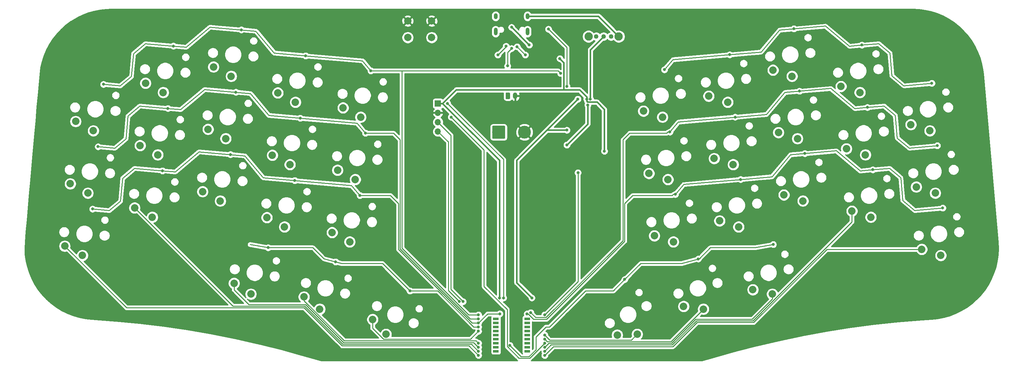
<source format=gbl>
G04 #@! TF.GenerationSoftware,KiCad,Pcbnew,(5.1.4-0)*
G04 #@! TF.CreationDate,2021-02-22T17:12:31+11:00*
G04 #@! TF.ProjectId,ahokore,61686f6b-6f72-4652-9e6b-696361645f70,rev?*
G04 #@! TF.SameCoordinates,Original*
G04 #@! TF.FileFunction,Copper,L2,Bot*
G04 #@! TF.FilePolarity,Positive*
%FSLAX46Y46*%
G04 Gerber Fmt 4.6, Leading zero omitted, Abs format (unit mm)*
G04 Created by KiCad (PCBNEW (5.1.4-0)) date 2021-02-22 17:12:31*
%MOMM*%
%LPD*%
G04 APERTURE LIST*
%ADD10C,0.200000*%
%ADD11C,1.200000*%
%ADD12O,1.200000X1.750000*%
%ADD13C,2.250000*%
%ADD14C,1.250000*%
%ADD15C,2.032000*%
%ADD16C,2.000000*%
%ADD17C,3.500000*%
%ADD18R,1.524000X0.700000*%
%ADD19O,1.000000X2.100000*%
%ADD20O,1.000000X1.600000*%
%ADD21O,1.700000X1.700000*%
%ADD22R,1.700000X1.700000*%
%ADD23C,0.800000*%
%ADD24C,0.400000*%
%ADD25C,0.250000*%
%ADD26C,0.254000*%
G04 APERTURE END LIST*
D10*
G36*
X129358505Y-23240204D02*
G01*
X129382773Y-23243804D01*
X129406572Y-23249765D01*
X129429671Y-23258030D01*
X129451850Y-23268520D01*
X129472893Y-23281132D01*
X129492599Y-23295747D01*
X129510777Y-23312223D01*
X129527253Y-23330401D01*
X129541868Y-23350107D01*
X129554480Y-23371150D01*
X129564970Y-23393329D01*
X129573235Y-23416428D01*
X129579196Y-23440227D01*
X129582796Y-23464495D01*
X129584000Y-23488999D01*
X129584000Y-24739001D01*
X129582796Y-24763505D01*
X129579196Y-24787773D01*
X129573235Y-24811572D01*
X129564970Y-24834671D01*
X129554480Y-24856850D01*
X129541868Y-24877893D01*
X129527253Y-24897599D01*
X129510777Y-24915777D01*
X129492599Y-24932253D01*
X129472893Y-24946868D01*
X129451850Y-24959480D01*
X129429671Y-24969970D01*
X129406572Y-24978235D01*
X129382773Y-24984196D01*
X129358505Y-24987796D01*
X129334001Y-24989000D01*
X128633999Y-24989000D01*
X128609495Y-24987796D01*
X128585227Y-24984196D01*
X128561428Y-24978235D01*
X128538329Y-24969970D01*
X128516150Y-24959480D01*
X128495107Y-24946868D01*
X128475401Y-24932253D01*
X128457223Y-24915777D01*
X128440747Y-24897599D01*
X128426132Y-24877893D01*
X128413520Y-24856850D01*
X128403030Y-24834671D01*
X128394765Y-24811572D01*
X128388804Y-24787773D01*
X128385204Y-24763505D01*
X128384000Y-24739001D01*
X128384000Y-23488999D01*
X128385204Y-23464495D01*
X128388804Y-23440227D01*
X128394765Y-23416428D01*
X128403030Y-23393329D01*
X128413520Y-23371150D01*
X128426132Y-23350107D01*
X128440747Y-23330401D01*
X128457223Y-23312223D01*
X128475401Y-23295747D01*
X128495107Y-23281132D01*
X128516150Y-23268520D01*
X128538329Y-23258030D01*
X128561428Y-23249765D01*
X128585227Y-23243804D01*
X128609495Y-23240204D01*
X128633999Y-23239000D01*
X129334001Y-23239000D01*
X129358505Y-23240204D01*
X129358505Y-23240204D01*
G37*
D11*
X128984000Y-24114000D03*
D12*
X130984000Y-24114000D03*
D13*
X159100000Y-8000000D03*
D14*
X157000000Y-8000000D03*
X155000000Y-8000000D03*
X153000000Y-8000000D03*
D13*
X150900000Y-8000000D03*
D15*
X158690270Y-89085159D03*
X164109308Y-88875314D03*
D16*
X108302000Y-3786000D03*
X108302000Y-8286000D03*
X101802000Y-3786000D03*
X101802000Y-8286000D03*
D17*
X133500000Y-34000000D03*
D10*
G36*
X128025858Y-32251197D02*
G01*
X128049981Y-32254775D01*
X128073636Y-32260700D01*
X128096597Y-32268916D01*
X128118643Y-32279342D01*
X128139560Y-32291880D01*
X128159147Y-32306407D01*
X128177216Y-32322784D01*
X128193593Y-32340853D01*
X128208120Y-32360440D01*
X128220658Y-32381357D01*
X128231084Y-32403403D01*
X128239300Y-32426364D01*
X128245225Y-32450019D01*
X128248803Y-32474142D01*
X128250000Y-32498499D01*
X128250000Y-35501501D01*
X128248803Y-35525858D01*
X128245225Y-35549981D01*
X128239300Y-35573636D01*
X128231084Y-35596597D01*
X128220658Y-35618643D01*
X128208120Y-35639560D01*
X128193593Y-35659147D01*
X128177216Y-35677216D01*
X128159147Y-35693593D01*
X128139560Y-35708120D01*
X128118643Y-35720658D01*
X128096597Y-35731084D01*
X128073636Y-35739300D01*
X128049981Y-35745225D01*
X128025858Y-35748803D01*
X128001501Y-35750000D01*
X124998499Y-35750000D01*
X124974142Y-35748803D01*
X124950019Y-35745225D01*
X124926364Y-35739300D01*
X124903403Y-35731084D01*
X124881357Y-35720658D01*
X124860440Y-35708120D01*
X124840853Y-35693593D01*
X124822784Y-35677216D01*
X124806407Y-35659147D01*
X124791880Y-35639560D01*
X124779342Y-35618643D01*
X124768916Y-35596597D01*
X124760700Y-35573636D01*
X124754775Y-35549981D01*
X124751197Y-35525858D01*
X124750000Y-35501501D01*
X124750000Y-32498499D01*
X124751197Y-32474142D01*
X124754775Y-32450019D01*
X124760700Y-32426364D01*
X124768916Y-32403403D01*
X124779342Y-32381357D01*
X124791880Y-32360440D01*
X124806407Y-32340853D01*
X124822784Y-32322784D01*
X124840853Y-32306407D01*
X124860440Y-32291880D01*
X124881357Y-32279342D01*
X124903403Y-32268916D01*
X124926364Y-32260700D01*
X124950019Y-32254775D01*
X124974142Y-32251197D01*
X124998499Y-32250000D01*
X128001501Y-32250000D01*
X128025858Y-32251197D01*
X128025858Y-32251197D01*
G37*
D17*
X126500000Y-34000000D03*
D18*
X125750000Y-84700000D03*
X125750000Y-85800000D03*
X125750000Y-86900000D03*
X125750000Y-88000000D03*
X125750000Y-89100000D03*
X125750000Y-90200000D03*
X125750000Y-91300000D03*
X125750000Y-92400000D03*
X125750000Y-93500000D03*
X134250000Y-84700000D03*
X134250000Y-85800000D03*
X134250000Y-86900000D03*
X134250000Y-88000000D03*
X134250000Y-89100000D03*
X134250000Y-90200000D03*
X134250000Y-91300000D03*
X134250000Y-92400000D03*
X134250000Y-93500000D03*
D15*
X54645891Y-75033495D03*
X59205269Y-77969832D03*
X195506031Y-76769977D03*
X200794731Y-77969833D03*
X176716183Y-81314103D03*
X182089332Y-82048452D03*
X222397690Y-55423667D03*
X227561691Y-57079897D03*
D19*
X134320000Y-6680000D03*
X125680000Y-6680000D03*
D20*
X134320000Y-2500000D03*
X125680000Y-2500000D03*
D15*
X92246652Y-84858976D03*
X95890692Y-88875314D03*
X73624558Y-78725913D03*
X77910668Y-82048452D03*
X241375063Y-65809200D03*
X246539064Y-67465430D03*
X203943251Y-51015302D03*
X209107252Y-52671532D03*
X186491103Y-58063177D03*
X191655104Y-59719407D03*
X168777488Y-62122467D03*
X173941489Y-63778697D03*
X81260565Y-61250909D03*
X86058511Y-63778697D03*
X63546950Y-57191619D03*
X68344896Y-59719407D03*
X46094802Y-50143747D03*
X50892748Y-52671535D03*
X27640363Y-54552109D03*
X32438309Y-57079897D03*
X8662990Y-64937642D03*
X13460936Y-67465430D03*
X239893416Y-48873890D03*
X245057417Y-50530120D03*
X220916042Y-38488357D03*
X226080043Y-40144587D03*
X202461603Y-34079993D03*
X207625604Y-35736223D03*
X185009455Y-41127867D03*
X190173456Y-42784097D03*
X167295840Y-45187157D03*
X172459841Y-46843387D03*
X82742213Y-44315599D03*
X87540159Y-46843387D03*
X65028598Y-40256309D03*
X69826544Y-42784097D03*
X47576451Y-33208431D03*
X52374397Y-35736219D03*
X29122011Y-37616799D03*
X33919957Y-40144587D03*
X10144637Y-48002332D03*
X14942583Y-50530120D03*
X238411768Y-31938580D03*
X243575769Y-33594810D03*
X219434395Y-21553047D03*
X224598396Y-23209277D03*
X200979956Y-17144683D03*
X206143957Y-18800913D03*
X183527808Y-24192557D03*
X188691809Y-25848787D03*
X165814192Y-28251847D03*
X170978193Y-29908077D03*
X84223861Y-27380289D03*
X89021807Y-29908077D03*
X66510245Y-23320999D03*
X71308191Y-25848787D03*
X49058097Y-16273125D03*
X53856043Y-18800913D03*
X30603658Y-20681489D03*
X35401604Y-23209277D03*
X11626285Y-31067022D03*
X16424231Y-33594810D03*
D21*
X110000000Y-33820000D03*
X110000000Y-31280000D03*
X110000000Y-28740000D03*
D22*
X110000000Y-26200000D03*
D23*
X125600000Y-76000000D03*
X151400000Y-25000000D03*
X150687551Y-26600000D03*
X145000000Y-37450000D03*
X155200000Y-39150000D03*
X150400000Y-25000000D03*
X126700000Y-79000000D03*
X143100000Y-14000000D03*
X145000000Y-21550000D03*
X140000000Y-6000000D03*
X189219936Y-12953688D03*
X206672084Y-5905814D03*
X244103896Y-20699712D03*
X225126523Y-10314179D03*
X171506321Y-17012978D03*
X56615359Y-6193428D03*
X91781122Y-17300592D03*
X19183546Y-20987326D03*
X38160920Y-10601793D03*
X74067507Y-13241302D03*
X121000000Y-83600000D03*
X143300000Y-18000000D03*
X17701901Y-37922636D03*
X36679272Y-27537102D03*
X55133711Y-23128738D03*
X72585859Y-30176612D03*
X90299474Y-34235902D03*
X172987968Y-33948288D03*
X190701583Y-29888998D03*
X208153731Y-22841124D03*
X245585544Y-37635021D03*
X226608170Y-27249488D03*
X121000000Y-84700000D03*
X135200000Y-83000000D03*
X192183231Y-46824308D03*
X209635379Y-39776433D03*
X247067192Y-54570331D03*
X228089818Y-44184798D03*
X174469616Y-50883598D03*
X53652063Y-40064047D03*
X88817827Y-51171212D03*
X16220251Y-54857945D03*
X35197624Y-44472413D03*
X71104211Y-47111922D03*
X121000000Y-85800000D03*
X134199997Y-83325001D03*
X126800000Y-83325001D03*
X63886204Y-65359421D03*
X102400000Y-77100000D03*
X82196986Y-69196986D03*
X160705160Y-73994837D03*
X180687667Y-68424043D03*
X201037832Y-64491179D03*
X121000000Y-86900000D03*
X129525000Y-91887347D03*
X130000000Y-5500000D03*
X134800000Y-10300000D03*
X133726409Y-12999998D03*
X131500002Y-10773591D03*
X126273588Y-13000000D03*
X128500000Y-10650000D03*
X139000000Y-83600000D03*
X148020000Y-45000000D03*
X127800000Y-79000000D03*
X112600000Y-26200000D03*
X147996815Y-25003185D03*
X135500000Y-79000000D03*
X145000000Y-33440000D03*
X121000000Y-94600000D03*
X121000000Y-93500000D03*
X121000000Y-92400000D03*
X121000000Y-91300000D03*
X121000000Y-88050000D03*
X139000000Y-89100000D03*
X139000000Y-90200000D03*
X139000000Y-92400000D03*
X139000000Y-93500000D03*
X139000000Y-94600000D03*
X139000000Y-91300000D03*
X113600000Y-29900000D03*
X130000000Y-11250000D03*
X128900000Y-16000000D03*
X115800000Y-80000000D03*
X116800000Y-80000000D03*
D24*
X151400000Y-25000000D02*
X151400000Y-11600000D01*
X151400000Y-11600000D02*
X155000000Y-8000000D01*
X150687551Y-31762449D02*
X145000000Y-37450000D01*
X150687551Y-26600000D02*
X150687551Y-31762449D01*
X134320000Y-2500000D02*
X145400000Y-2500000D01*
X145400000Y-2500000D02*
X153600000Y-2500000D01*
X153600000Y-2500000D02*
X159100000Y-8000000D01*
X126700000Y-41650000D02*
X126700000Y-79000000D01*
X111250000Y-26200000D02*
X126700000Y-41650000D01*
X110000000Y-26200000D02*
X111250000Y-26200000D01*
X114950000Y-22500000D02*
X111250000Y-26200000D01*
X150400000Y-24434315D02*
X148465685Y-22500000D01*
X150400000Y-25000000D02*
X150400000Y-24434315D01*
X144199999Y-15099999D02*
X144199999Y-22449999D01*
X143100000Y-14000000D02*
X144199999Y-15099999D01*
X144250000Y-22500000D02*
X114950000Y-22500000D01*
X144199999Y-22449999D02*
X144250000Y-22500000D01*
X148465685Y-22500000D02*
X144250000Y-22500000D01*
X150400000Y-25565685D02*
X150634315Y-25800000D01*
X150400000Y-25000000D02*
X150400000Y-25565685D01*
X153200000Y-25800000D02*
X155200000Y-27800000D01*
X155200000Y-27800000D02*
X155200000Y-39150000D01*
X150634315Y-25800000D02*
X153200000Y-25800000D01*
D25*
X145000000Y-11000000D02*
X140000000Y-6000000D01*
X145000000Y-21550000D02*
X145000000Y-11000000D01*
X225126523Y-10314179D02*
X229659209Y-9917620D01*
X244103896Y-20699712D02*
X236483007Y-21366453D01*
X236483007Y-21366453D02*
X233232956Y-18639336D01*
X202737121Y-6250081D02*
X197737402Y-12208506D01*
X215189548Y-5160632D02*
X206672090Y-5905816D01*
X173778920Y-14304601D02*
X171506321Y-17012978D01*
X189219939Y-12953687D02*
X173778920Y-14304601D01*
X206672090Y-5905816D02*
X202737121Y-6250081D01*
X197737402Y-12208506D02*
X189219939Y-12953687D01*
X225126526Y-10314183D02*
X221689652Y-10614867D01*
X221689652Y-10614867D02*
X215189548Y-5160632D01*
X229659209Y-9917620D02*
X232692590Y-12462929D01*
X232692590Y-12462929D02*
X233232956Y-18639336D01*
X26744617Y-18838455D02*
X27284983Y-12662049D01*
X19178550Y-20987207D02*
X23711236Y-21383765D01*
X23711236Y-21383765D02*
X26744617Y-18838455D01*
X30535034Y-9934932D02*
X27284983Y-12662049D01*
X38155923Y-10601674D02*
X30535034Y-9934932D01*
X48097894Y-5448246D02*
X56615359Y-6193428D01*
X74067507Y-13241302D02*
X89508524Y-14592216D01*
X89508524Y-14592216D02*
X91781122Y-17300592D01*
X38160920Y-10601793D02*
X41597791Y-10902480D01*
X41597791Y-10902480D02*
X48097894Y-5448246D01*
X60550328Y-6537693D02*
X65550042Y-12496120D01*
X65550042Y-12496120D02*
X74067507Y-13241302D01*
X56615359Y-6193428D02*
X60550328Y-6537693D01*
X118326998Y-83600000D02*
X100200592Y-65473594D01*
X100200592Y-65473594D02*
X100200592Y-17300592D01*
X121000000Y-83600000D02*
X118326998Y-83600000D01*
X91781122Y-17300592D02*
X100200592Y-17300592D01*
X142600592Y-17300592D02*
X142500592Y-17300592D01*
X143300000Y-18000000D02*
X142600592Y-17300592D01*
X142500592Y-17300592D02*
X100200592Y-17300592D01*
X22229589Y-38319075D02*
X25262970Y-35773765D01*
X36674276Y-27536984D02*
X29053387Y-26870242D01*
X29053387Y-26870242D02*
X25803336Y-29597359D01*
X25262970Y-35773765D02*
X25803336Y-29597359D01*
X17696903Y-37922517D02*
X22229589Y-38319075D01*
X175260568Y-31239911D02*
X172987968Y-33948288D01*
X223171300Y-27550177D02*
X216671196Y-22095942D01*
X226608174Y-27249493D02*
X223171300Y-27550177D01*
X216671196Y-22095942D02*
X208153738Y-22841126D01*
X204218769Y-23185391D02*
X199219050Y-29143816D01*
X208153738Y-22841126D02*
X204218769Y-23185391D01*
X199219050Y-29143816D02*
X190701586Y-29888997D01*
X36679272Y-27537102D02*
X40116144Y-27837790D01*
X40116144Y-27837790D02*
X46616246Y-22383556D01*
X46616246Y-22383556D02*
X55133711Y-23128738D01*
X55133711Y-23128738D02*
X55133711Y-23128738D01*
X55133711Y-23128738D02*
X59068680Y-23473003D01*
X59068680Y-23473003D02*
X64068394Y-29431430D01*
X64068394Y-29431430D02*
X72585859Y-30176612D01*
X88026877Y-31527526D02*
X90299474Y-34235902D01*
X72585859Y-30176612D02*
X88026877Y-31527526D01*
X226608170Y-27249488D02*
X231140856Y-26852930D01*
X231140856Y-26852930D02*
X234174238Y-29398239D01*
X234174238Y-29398239D02*
X234714603Y-35574646D01*
X237964654Y-38301763D02*
X234714603Y-35574646D01*
X245585544Y-37635021D02*
X237964654Y-38301763D01*
X118790588Y-84700000D02*
X121000000Y-84700000D01*
X99750582Y-65659994D02*
X118790588Y-84700000D01*
X99750582Y-36049418D02*
X99750582Y-65659994D01*
X97937066Y-34235902D02*
X99750582Y-36049418D01*
X90299474Y-34235902D02*
X97937066Y-34235902D01*
X190701586Y-29888997D02*
X180191489Y-30808511D01*
X180191489Y-30808511D02*
X175260568Y-31239911D01*
X172422283Y-33948288D02*
X172987968Y-33948288D01*
X139348001Y-84325001D02*
X158013007Y-65659995D01*
X172134668Y-34235903D02*
X172422283Y-33948288D01*
X162062934Y-34235902D02*
X172134668Y-34235903D01*
X160249420Y-36049420D02*
X162062934Y-34235902D01*
X160249419Y-63425581D02*
X160249420Y-36049420D01*
X158015005Y-65659995D02*
X160249419Y-63425581D01*
X135200000Y-83000000D02*
X136525001Y-84325001D01*
X158013007Y-65659995D02*
X158015005Y-65659995D01*
X136525001Y-84325001D02*
X139348001Y-84325001D01*
X162878786Y-51171217D02*
X160699427Y-53350571D01*
X171182170Y-51171210D02*
X162878786Y-51171217D01*
X160699427Y-53350571D02*
X160699429Y-54600001D01*
X228089818Y-44184798D02*
X232622504Y-43788240D01*
X247067192Y-54570331D02*
X239446302Y-55237073D01*
X239446302Y-55237073D02*
X236196251Y-52509956D01*
X205700416Y-40120701D02*
X200700698Y-46079126D01*
X218152844Y-39031252D02*
X209635385Y-39776436D01*
X176742215Y-48175221D02*
X174469616Y-50883598D01*
X192183234Y-46824306D02*
X176742215Y-48175221D01*
X209635385Y-39776436D02*
X205700416Y-40120701D01*
X200700698Y-46079126D02*
X192183234Y-46824306D01*
X228089822Y-44184803D02*
X224652947Y-44485487D01*
X224652947Y-44485487D02*
X218152844Y-39031252D01*
X232622504Y-43788240D02*
X235655885Y-46333549D01*
X235655885Y-46333549D02*
X236196251Y-52509956D01*
X23781322Y-52709075D02*
X24321688Y-46532669D01*
X16215255Y-54857827D02*
X20747941Y-55254385D01*
X20747941Y-55254385D02*
X23781322Y-52709075D01*
X27571739Y-43805552D02*
X24321688Y-46532669D01*
X35192628Y-44472294D02*
X27571739Y-43805552D01*
X45134599Y-39318866D02*
X53652063Y-40064047D01*
X71104211Y-47111922D02*
X86545229Y-48462836D01*
X86545229Y-48462836D02*
X88817827Y-51171212D01*
X35197624Y-44472413D02*
X38634496Y-44773100D01*
X38634496Y-44773100D02*
X45134599Y-39318866D01*
X57587032Y-40408313D02*
X62586747Y-46366740D01*
X62586747Y-46366740D02*
X71104211Y-47111922D01*
X53652063Y-40064047D02*
X57587032Y-40408313D01*
X119254178Y-85800000D02*
X120434315Y-85800000D01*
X120434315Y-85800000D02*
X121000000Y-85800000D01*
X119254178Y-85800000D02*
X99300572Y-65846394D01*
X99300572Y-65846394D02*
X99300572Y-54300000D01*
X97121212Y-51171212D02*
X99300572Y-53350572D01*
X88817827Y-51171212D02*
X97121212Y-51171212D01*
X99300572Y-53350572D02*
X99300572Y-54600000D01*
X135925009Y-84775011D02*
X134474999Y-83325001D01*
X139534401Y-84775011D02*
X135925009Y-84775011D01*
X134474999Y-83325001D02*
X134199997Y-83325001D01*
X123474999Y-83325001D02*
X121000000Y-85800000D01*
X126800000Y-83325001D02*
X123474999Y-83325001D01*
X173616319Y-51171210D02*
X171182170Y-51171210D01*
X173903931Y-50883598D02*
X173616319Y-51171210D01*
X174469616Y-50883598D02*
X173903931Y-50883598D01*
X160699426Y-63611984D02*
X160699426Y-63500574D01*
X158201406Y-66110004D02*
X160699426Y-63611984D01*
X158199407Y-66110005D02*
X158201406Y-66110004D01*
X139534401Y-84775011D02*
X158199407Y-66110005D01*
X160699426Y-63500574D02*
X160699428Y-54300002D01*
X183951301Y-65359421D02*
X180959524Y-68351199D01*
X196113793Y-65359419D02*
X183951301Y-65359421D01*
X201037832Y-64491179D02*
X196113793Y-65359419D01*
X177803014Y-69196986D02*
X176129892Y-69645294D01*
X176129892Y-69645294D02*
X165054704Y-69645297D01*
X58962166Y-64491180D02*
X63886204Y-65359421D01*
X76048696Y-65359421D02*
X79040478Y-68351203D01*
X63886204Y-65359421D02*
X76048696Y-65359421D01*
X83870109Y-69645297D02*
X94945297Y-69645297D01*
X94945297Y-69645297D02*
X102400000Y-77100000D01*
X82196986Y-69196986D02*
X83870109Y-69645297D01*
X79040478Y-68351203D02*
X82196986Y-69196986D01*
X160705160Y-73994837D02*
X157599998Y-77099998D01*
X165054704Y-69645297D02*
X160705160Y-73994837D01*
X180687667Y-68424043D02*
X177803014Y-69196986D01*
X180959524Y-68351199D02*
X180687667Y-68424043D01*
X102400000Y-77100000D02*
X109917768Y-77100000D01*
X119717768Y-86900000D02*
X121000000Y-86900000D01*
X109917768Y-77100000D02*
X119717768Y-86900000D01*
X132587643Y-94949990D02*
X129525000Y-91887347D01*
X134713600Y-94949990D02*
X132587643Y-94949990D01*
X150057232Y-77100002D02*
X140257231Y-86899995D01*
X136600000Y-89625000D02*
X136600000Y-93063590D01*
X140257231Y-86899995D02*
X139325005Y-86899995D01*
X139325005Y-86899995D02*
X136600000Y-89625000D01*
X136600000Y-93063590D02*
X134713600Y-94949990D01*
X157574999Y-77099999D02*
X150057232Y-77100002D01*
D24*
X130000000Y-5500000D02*
X134800000Y-10300000D01*
D25*
X133726409Y-12999998D02*
X131500002Y-10773591D01*
X128500000Y-10773588D02*
X128500000Y-10650000D01*
X126273588Y-13000000D02*
X128500000Y-10773588D01*
X148022500Y-74577500D02*
X139000000Y-83600000D01*
X148022500Y-45002500D02*
X148020000Y-45000000D01*
X148022500Y-74577500D02*
X148022500Y-45002500D01*
X127800000Y-79000000D02*
X127800000Y-42007524D01*
X127800000Y-41400000D02*
X117400000Y-31000000D01*
X127800000Y-42007524D02*
X127800000Y-41400000D01*
X117400000Y-31000000D02*
X112600000Y-26200000D01*
D24*
X131400000Y-74900000D02*
X135500000Y-79000000D01*
X131400000Y-41600000D02*
X131400000Y-74900000D01*
X139560000Y-33440000D02*
X139310000Y-33690000D01*
X145000000Y-33440000D02*
X139560000Y-33440000D01*
X139310000Y-33690000D02*
X131400000Y-41600000D01*
X147996815Y-25003185D02*
X139310000Y-33690000D01*
D25*
X25429458Y-81679458D02*
X8700000Y-64950000D01*
X73647762Y-81679458D02*
X25429458Y-81679458D01*
X83984660Y-92016356D02*
X73647762Y-81679458D01*
X118416357Y-92016357D02*
X83984660Y-92016356D01*
X121000000Y-94600000D02*
X118416357Y-92016357D01*
X73834162Y-81229448D02*
X54329448Y-81229448D01*
X84171061Y-91566347D02*
X73834162Y-81229448D01*
X54329448Y-81229448D02*
X27650000Y-54550000D01*
X119066347Y-91566347D02*
X121000000Y-93500000D01*
X84171061Y-91566347D02*
X119066347Y-91566347D01*
X119716338Y-91116338D02*
X121000000Y-92400000D01*
X74020562Y-80779438D02*
X84357462Y-91116338D01*
X84357462Y-91116338D02*
X119716338Y-91116338D01*
X58629438Y-80779438D02*
X74020562Y-80779438D01*
X54650000Y-76800000D02*
X58629438Y-80779438D01*
X54650000Y-75399245D02*
X54650000Y-76800000D01*
X84543863Y-90666329D02*
X73650000Y-79772466D01*
X73650000Y-79772466D02*
X73650000Y-78700000D01*
X120366329Y-90666329D02*
X121000000Y-91300000D01*
X84543863Y-90666329D02*
X120366329Y-90666329D01*
X118833685Y-90216315D02*
X121000000Y-88050000D01*
X95247011Y-90216315D02*
X118833685Y-90216315D01*
X92250000Y-87219304D02*
X95247011Y-90216315D01*
X92250000Y-84850000D02*
X92250000Y-87219304D01*
X140300000Y-90400000D02*
X139000000Y-89100000D01*
X140326160Y-90426160D02*
X140300000Y-90400000D01*
X162573840Y-90426160D02*
X140326160Y-90426160D01*
X164100000Y-88900000D02*
X162573840Y-90426160D01*
X173273830Y-90876170D02*
X182100000Y-82050000D01*
X139676171Y-90876171D02*
X173273830Y-90876170D01*
X139000000Y-90200000D02*
X139676171Y-90876171D01*
X140073820Y-91326180D02*
X173460231Y-91326179D01*
X139000000Y-92400000D02*
X140073820Y-91326180D01*
X173460231Y-91326179D02*
X180018205Y-84768205D01*
X180018205Y-84768205D02*
X192431795Y-84768205D01*
X192431795Y-84768205D02*
X195344631Y-84768205D01*
X195344631Y-84768205D02*
X200800000Y-79312836D01*
X200800000Y-79312836D02*
X200800000Y-78000000D01*
X140723812Y-91776188D02*
X173646632Y-91776188D01*
X139000000Y-93500000D02*
X140723812Y-91776188D01*
X180204605Y-85218215D02*
X195531031Y-85218215D01*
X195531031Y-85218215D02*
X222400000Y-58349246D01*
X173646632Y-91776188D02*
X180204605Y-85218215D01*
X222400000Y-58349246D02*
X222400000Y-55450000D01*
X141373802Y-92226198D02*
X155076198Y-92226198D01*
X139000000Y-94600000D02*
X141373802Y-92226198D01*
X155076198Y-92226198D02*
X173833033Y-92226197D01*
X180391005Y-85668225D02*
X195717432Y-85668224D01*
X173833033Y-92226197D02*
X180391005Y-85668225D01*
X195717432Y-85668224D02*
X215585656Y-65800000D01*
X215585656Y-65800000D02*
X241350000Y-65800000D01*
X122500000Y-38800000D02*
X113600000Y-29900000D01*
X122500000Y-75850000D02*
X122500000Y-38800000D01*
X134900000Y-95400000D02*
X139000000Y-91300000D01*
X132000000Y-95400000D02*
X134900000Y-95400000D01*
X128800000Y-92200000D02*
X132000000Y-95400000D01*
X128800000Y-82173002D02*
X128800000Y-92200000D01*
X122500000Y-75873002D02*
X128800000Y-82173002D01*
X128900000Y-12350000D02*
X128900000Y-16000000D01*
X130000000Y-11250000D02*
X128900000Y-12350000D01*
X115800000Y-80000000D02*
X112800000Y-77000000D01*
X112800000Y-77000000D02*
X112800000Y-54400000D01*
X112800000Y-54400000D02*
X112800000Y-36600000D01*
X112800000Y-36600000D02*
X110000000Y-33800000D01*
X116800000Y-79926998D02*
X113500000Y-76626998D01*
X116800000Y-80000000D02*
X116800000Y-79926998D01*
X113500000Y-76626998D02*
X113500000Y-34800000D01*
X113500000Y-34800000D02*
X110000000Y-31300000D01*
D26*
G36*
X240578981Y-642189D02*
G01*
X242282314Y-870975D01*
X243958563Y-1250272D01*
X245594479Y-1777082D01*
X247177072Y-2447223D01*
X248693829Y-3255396D01*
X250132751Y-4195208D01*
X251482418Y-5259200D01*
X252732163Y-6438962D01*
X253872086Y-7725146D01*
X254893162Y-9107573D01*
X255787310Y-10575301D01*
X256547443Y-12116698D01*
X257167547Y-13719570D01*
X257642706Y-15371207D01*
X257970132Y-17063548D01*
X258104394Y-18206369D01*
X262095770Y-63817140D01*
X262169925Y-65549440D01*
X262090501Y-67266239D01*
X261858777Y-68969178D01*
X261476585Y-70644790D01*
X260946960Y-72279776D01*
X260274088Y-73861215D01*
X259463299Y-75376578D01*
X258521012Y-76813871D01*
X257454697Y-78161697D01*
X256272768Y-79409421D01*
X254984620Y-80547123D01*
X253600440Y-81565809D01*
X252131174Y-82457423D01*
X250588472Y-83214896D01*
X248984540Y-83832232D01*
X247332075Y-84304545D01*
X245643440Y-84628233D01*
X244001429Y-84797193D01*
X241462880Y-84962473D01*
X241461793Y-84962557D01*
X241460776Y-84962614D01*
X241451238Y-84963331D01*
X234998016Y-85494058D01*
X234994401Y-85494400D01*
X234990869Y-85494684D01*
X234981523Y-85495617D01*
X234981353Y-85495633D01*
X234981281Y-85495642D01*
X228543023Y-86183868D01*
X228539390Y-86184301D01*
X228535894Y-86184669D01*
X228526592Y-86185827D01*
X228526403Y-86185850D01*
X228526323Y-86185862D01*
X222106810Y-87031183D01*
X222103242Y-87031697D01*
X222099703Y-87032157D01*
X222090244Y-87033570D01*
X215693220Y-88035494D01*
X215689635Y-88036100D01*
X215686139Y-88036642D01*
X215676717Y-88038286D01*
X209306083Y-89196205D01*
X209302549Y-89196892D01*
X209299032Y-89197525D01*
X209289690Y-89199392D01*
X209289653Y-89199399D01*
X209289637Y-89199403D01*
X202949211Y-90512620D01*
X202945667Y-90513399D01*
X202942195Y-90514112D01*
X202933045Y-90516174D01*
X202932864Y-90516214D01*
X202932787Y-90516233D01*
X196626399Y-91983955D01*
X196622884Y-91984818D01*
X196619421Y-91985618D01*
X196610280Y-91987914D01*
X196610145Y-91987947D01*
X196610088Y-91987962D01*
X190341423Y-93609331D01*
X190338001Y-93610261D01*
X190334487Y-93611163D01*
X190325271Y-93613719D01*
X184098034Y-95387776D01*
X184098023Y-95387779D01*
X181676754Y-96073000D01*
X135253135Y-96073000D01*
X135324276Y-96034974D01*
X135440001Y-95940001D01*
X135463804Y-95910997D01*
X137965000Y-93409802D01*
X137965000Y-93601939D01*
X138004774Y-93801898D01*
X138082795Y-93990256D01*
X138122715Y-94050000D01*
X138082795Y-94109744D01*
X138004774Y-94298102D01*
X137965000Y-94498061D01*
X137965000Y-94701939D01*
X138004774Y-94901898D01*
X138082795Y-95090256D01*
X138196063Y-95259774D01*
X138340226Y-95403937D01*
X138509744Y-95517205D01*
X138698102Y-95595226D01*
X138898061Y-95635000D01*
X139101939Y-95635000D01*
X139301898Y-95595226D01*
X139490256Y-95517205D01*
X139659774Y-95403937D01*
X139803937Y-95259774D01*
X139917205Y-95090256D01*
X139995226Y-94901898D01*
X140035000Y-94701939D01*
X140035000Y-94639801D01*
X141688604Y-92986198D01*
X155113531Y-92986198D01*
X173795701Y-92986196D01*
X173833033Y-92989873D01*
X173870366Y-92986196D01*
X173982019Y-92975199D01*
X174028874Y-92960986D01*
X174125279Y-92931743D01*
X174257309Y-92861171D01*
X174344035Y-92789996D01*
X174344036Y-92789995D01*
X174373034Y-92766197D01*
X174396832Y-92737199D01*
X180705807Y-86428225D01*
X195680100Y-86428223D01*
X195717432Y-86431900D01*
X195756044Y-86428097D01*
X195866418Y-86417226D01*
X195932011Y-86397329D01*
X196009678Y-86373770D01*
X196141708Y-86303198D01*
X196228434Y-86232023D01*
X196228435Y-86232022D01*
X196257433Y-86208224D01*
X196281231Y-86179226D01*
X215900458Y-66560000D01*
X239899025Y-66560000D01*
X239911966Y-66591242D01*
X240092648Y-66861651D01*
X240322612Y-67091615D01*
X240593021Y-67272297D01*
X240893484Y-67396753D01*
X241212454Y-67460200D01*
X241537672Y-67460200D01*
X241856642Y-67396753D01*
X242083413Y-67302821D01*
X244888064Y-67302821D01*
X244888064Y-67628039D01*
X244951511Y-67947009D01*
X245075967Y-68247472D01*
X245256649Y-68517881D01*
X245486613Y-68747845D01*
X245757022Y-68928527D01*
X246057485Y-69052983D01*
X246376455Y-69116430D01*
X246701673Y-69116430D01*
X247020643Y-69052983D01*
X247321106Y-68928527D01*
X247591515Y-68747845D01*
X247821479Y-68517881D01*
X248002161Y-68247472D01*
X248126617Y-67947009D01*
X248190064Y-67628039D01*
X248190064Y-67302821D01*
X248126617Y-66983851D01*
X248002161Y-66683388D01*
X247821479Y-66412979D01*
X247591515Y-66183015D01*
X247321106Y-66002333D01*
X247020643Y-65877877D01*
X246701673Y-65814430D01*
X246376455Y-65814430D01*
X246057485Y-65877877D01*
X245757022Y-66002333D01*
X245486613Y-66183015D01*
X245256649Y-66412979D01*
X245075967Y-66683388D01*
X244951511Y-66983851D01*
X244888064Y-67302821D01*
X242083413Y-67302821D01*
X242157105Y-67272297D01*
X242427514Y-67091615D01*
X242657478Y-66861651D01*
X242838160Y-66591242D01*
X242962616Y-66290779D01*
X243026063Y-65971809D01*
X243026063Y-65646591D01*
X242962616Y-65327621D01*
X242838160Y-65027158D01*
X242657478Y-64756749D01*
X242427514Y-64526785D01*
X242157105Y-64346103D01*
X241856642Y-64221647D01*
X241537672Y-64158200D01*
X241212454Y-64158200D01*
X240893484Y-64221647D01*
X240593021Y-64346103D01*
X240322612Y-64526785D01*
X240092648Y-64756749D01*
X239911966Y-65027158D01*
X239906647Y-65040000D01*
X216784048Y-65040000D01*
X219903158Y-61920890D01*
X239059874Y-61920890D01*
X239059874Y-62213586D01*
X239116976Y-62500659D01*
X239228986Y-62771076D01*
X239391600Y-63014444D01*
X239598568Y-63221412D01*
X239841936Y-63384026D01*
X240112353Y-63496036D01*
X240399426Y-63553138D01*
X240692122Y-63553138D01*
X240979195Y-63496036D01*
X241249612Y-63384026D01*
X241492980Y-63221412D01*
X241699948Y-63014444D01*
X241862562Y-62771076D01*
X241974572Y-62500659D01*
X242031674Y-62213586D01*
X242031674Y-61920890D01*
X241974572Y-61633817D01*
X241862562Y-61363400D01*
X241857935Y-61356475D01*
X243675345Y-61356475D01*
X243675345Y-61819287D01*
X243765635Y-62273205D01*
X243942745Y-62700786D01*
X244199869Y-63085600D01*
X244527126Y-63412857D01*
X244911940Y-63669981D01*
X245339521Y-63847091D01*
X245793439Y-63937381D01*
X246256251Y-63937381D01*
X246710169Y-63847091D01*
X247137750Y-63669981D01*
X247522564Y-63412857D01*
X247849821Y-63085600D01*
X248106945Y-62700786D01*
X248284055Y-62273205D01*
X248374345Y-61819287D01*
X248374345Y-61356475D01*
X248295914Y-60962176D01*
X250018016Y-60962176D01*
X250018016Y-61254872D01*
X250075118Y-61541945D01*
X250187128Y-61812362D01*
X250349742Y-62055730D01*
X250556710Y-62262698D01*
X250800078Y-62425312D01*
X251070495Y-62537322D01*
X251357568Y-62594424D01*
X251650264Y-62594424D01*
X251937337Y-62537322D01*
X252207754Y-62425312D01*
X252451122Y-62262698D01*
X252658090Y-62055730D01*
X252820704Y-61812362D01*
X252932714Y-61541945D01*
X252989816Y-61254872D01*
X252989816Y-60962176D01*
X252932714Y-60675103D01*
X252820704Y-60404686D01*
X252658090Y-60161318D01*
X252451122Y-59954350D01*
X252207754Y-59791736D01*
X251937337Y-59679726D01*
X251650264Y-59622624D01*
X251357568Y-59622624D01*
X251070495Y-59679726D01*
X250800078Y-59791736D01*
X250556710Y-59954350D01*
X250349742Y-60161318D01*
X250187128Y-60404686D01*
X250075118Y-60675103D01*
X250018016Y-60962176D01*
X248295914Y-60962176D01*
X248284055Y-60902557D01*
X248106945Y-60474976D01*
X247849821Y-60090162D01*
X247522564Y-59762905D01*
X247137750Y-59505781D01*
X246710169Y-59328671D01*
X246256251Y-59238381D01*
X245793439Y-59238381D01*
X245339521Y-59328671D01*
X244911940Y-59505781D01*
X244527126Y-59762905D01*
X244199869Y-60090162D01*
X243942745Y-60474976D01*
X243765635Y-60902557D01*
X243675345Y-61356475D01*
X241857935Y-61356475D01*
X241699948Y-61120032D01*
X241492980Y-60913064D01*
X241249612Y-60750450D01*
X240979195Y-60638440D01*
X240692122Y-60581338D01*
X240399426Y-60581338D01*
X240112353Y-60638440D01*
X239841936Y-60750450D01*
X239598568Y-60913064D01*
X239391600Y-61120032D01*
X239228986Y-61363400D01*
X239116976Y-61633817D01*
X239059874Y-61920890D01*
X219903158Y-61920890D01*
X222911004Y-58913044D01*
X222940001Y-58889247D01*
X223034974Y-58773522D01*
X223105546Y-58641493D01*
X223149003Y-58498232D01*
X223160000Y-58386579D01*
X223160000Y-58386570D01*
X223163676Y-58349247D01*
X223160000Y-58311924D01*
X223160000Y-56917288D01*
X225910691Y-56917288D01*
X225910691Y-57242506D01*
X225974138Y-57561476D01*
X226098594Y-57861939D01*
X226279276Y-58132348D01*
X226509240Y-58362312D01*
X226779649Y-58542994D01*
X227080112Y-58667450D01*
X227399082Y-58730897D01*
X227724300Y-58730897D01*
X228043270Y-58667450D01*
X228343733Y-58542994D01*
X228614142Y-58362312D01*
X228844106Y-58132348D01*
X229024788Y-57861939D01*
X229149244Y-57561476D01*
X229212691Y-57242506D01*
X229212691Y-56917288D01*
X229196838Y-56837585D01*
X249728627Y-56837585D01*
X249728627Y-57060235D01*
X249772064Y-57278606D01*
X249857268Y-57484308D01*
X249980966Y-57669434D01*
X250138403Y-57826871D01*
X250323529Y-57950569D01*
X250529231Y-58035773D01*
X250747602Y-58079210D01*
X250970252Y-58079210D01*
X251188623Y-58035773D01*
X251394325Y-57950569D01*
X251579451Y-57826871D01*
X251736888Y-57669434D01*
X251860586Y-57484308D01*
X251945790Y-57278606D01*
X251989227Y-57060235D01*
X251989227Y-56837585D01*
X251945790Y-56619214D01*
X251860586Y-56413512D01*
X251736888Y-56228386D01*
X251579451Y-56070949D01*
X251394325Y-55947251D01*
X251188623Y-55862047D01*
X250970252Y-55818610D01*
X250747602Y-55818610D01*
X250529231Y-55862047D01*
X250323529Y-55947251D01*
X250138403Y-56070949D01*
X249980966Y-56228386D01*
X249857268Y-56413512D01*
X249772064Y-56619214D01*
X249728627Y-56837585D01*
X229196838Y-56837585D01*
X229149244Y-56598318D01*
X229024788Y-56297855D01*
X228844106Y-56027446D01*
X228614142Y-55797482D01*
X228343733Y-55616800D01*
X228043270Y-55492344D01*
X227724300Y-55428897D01*
X227399082Y-55428897D01*
X227080112Y-55492344D01*
X226779649Y-55616800D01*
X226509240Y-55797482D01*
X226279276Y-56027446D01*
X226098594Y-56297855D01*
X225974138Y-56598318D01*
X225910691Y-56917288D01*
X223160000Y-56917288D01*
X223160000Y-56894937D01*
X223179732Y-56886764D01*
X223450141Y-56706082D01*
X223680105Y-56476118D01*
X223860787Y-56205709D01*
X223985243Y-55905246D01*
X224048690Y-55586276D01*
X224048690Y-55261058D01*
X223985243Y-54942088D01*
X223860787Y-54641625D01*
X223680105Y-54371216D01*
X223450141Y-54141252D01*
X223179732Y-53960570D01*
X222879269Y-53836114D01*
X222560299Y-53772667D01*
X222235081Y-53772667D01*
X221916111Y-53836114D01*
X221615648Y-53960570D01*
X221345239Y-54141252D01*
X221115275Y-54371216D01*
X220934593Y-54641625D01*
X220810137Y-54942088D01*
X220746690Y-55261058D01*
X220746690Y-55586276D01*
X220810137Y-55905246D01*
X220934593Y-56205709D01*
X221115275Y-56476118D01*
X221345239Y-56706082D01*
X221615648Y-56886764D01*
X221640001Y-56896851D01*
X221640000Y-58034444D01*
X202324850Y-77349595D01*
X202257828Y-77187791D01*
X202077146Y-76917382D01*
X201847182Y-76687418D01*
X201576773Y-76506736D01*
X201276310Y-76382280D01*
X200957340Y-76318833D01*
X200632122Y-76318833D01*
X200313152Y-76382280D01*
X200012689Y-76506736D01*
X199742280Y-76687418D01*
X199512316Y-76917382D01*
X199331634Y-77187791D01*
X199207178Y-77488254D01*
X199143731Y-77807224D01*
X199143731Y-78132442D01*
X199207178Y-78451412D01*
X199331634Y-78751875D01*
X199512316Y-79022284D01*
X199742280Y-79252248D01*
X199768360Y-79269674D01*
X195029830Y-84008205D01*
X181216597Y-84008205D01*
X181594349Y-83630453D01*
X181607753Y-83636005D01*
X181926723Y-83699452D01*
X182251941Y-83699452D01*
X182570911Y-83636005D01*
X182871374Y-83511549D01*
X183141783Y-83330867D01*
X183371747Y-83100903D01*
X183552429Y-82830494D01*
X183676885Y-82530031D01*
X183740332Y-82211061D01*
X183740332Y-81885843D01*
X183676885Y-81566873D01*
X183552429Y-81266410D01*
X183371747Y-80996001D01*
X183141783Y-80766037D01*
X182871374Y-80585355D01*
X182570911Y-80460899D01*
X182251941Y-80397452D01*
X181926723Y-80397452D01*
X181607753Y-80460899D01*
X181307290Y-80585355D01*
X181036881Y-80766037D01*
X180806917Y-80996001D01*
X180626235Y-81266410D01*
X180501779Y-81566873D01*
X180438332Y-81885843D01*
X180438332Y-82211061D01*
X180501779Y-82530031D01*
X180514487Y-82560711D01*
X172959029Y-90116170D01*
X165203318Y-90116170D01*
X165391723Y-89927765D01*
X165572405Y-89657356D01*
X165696861Y-89356893D01*
X165760308Y-89037923D01*
X165760308Y-88712705D01*
X165696861Y-88393735D01*
X165572405Y-88093272D01*
X165391723Y-87822863D01*
X165161759Y-87592899D01*
X164891350Y-87412217D01*
X164590887Y-87287761D01*
X164271917Y-87224314D01*
X163946699Y-87224314D01*
X163627729Y-87287761D01*
X163327266Y-87412217D01*
X163056857Y-87592899D01*
X162826893Y-87822863D01*
X162646211Y-88093272D01*
X162521755Y-88393735D01*
X162458308Y-88712705D01*
X162458308Y-89037923D01*
X162521755Y-89356893D01*
X162535389Y-89389809D01*
X162259039Y-89666160D01*
X160236641Y-89666160D01*
X160277823Y-89566738D01*
X160341270Y-89247768D01*
X160341270Y-88922550D01*
X160277823Y-88603580D01*
X160153367Y-88303117D01*
X159972685Y-88032708D01*
X159742721Y-87802744D01*
X159472312Y-87622062D01*
X159171849Y-87497606D01*
X158852879Y-87434159D01*
X158527661Y-87434159D01*
X158208691Y-87497606D01*
X157908228Y-87622062D01*
X157637819Y-87802744D01*
X157407855Y-88032708D01*
X157227173Y-88303117D01*
X157102717Y-88603580D01*
X157039270Y-88922550D01*
X157039270Y-89247768D01*
X157102717Y-89566738D01*
X157143899Y-89666160D01*
X140640962Y-89666160D01*
X140035000Y-89060199D01*
X140035000Y-88998061D01*
X139995226Y-88798102D01*
X139917205Y-88609744D01*
X139803937Y-88440226D01*
X139659774Y-88296063D01*
X139490256Y-88182795D01*
X139301898Y-88104774D01*
X139212759Y-88087043D01*
X139639807Y-87659995D01*
X140219908Y-87659995D01*
X140257231Y-87663671D01*
X140294553Y-87659995D01*
X140294564Y-87659995D01*
X140406217Y-87648998D01*
X140549478Y-87605541D01*
X140681507Y-87534969D01*
X140797232Y-87439996D01*
X140821035Y-87410993D01*
X142525879Y-85706150D01*
X155145267Y-85706150D01*
X155145267Y-85998846D01*
X155202369Y-86285919D01*
X155314379Y-86556336D01*
X155476993Y-86799704D01*
X155683961Y-87006672D01*
X155927329Y-87169286D01*
X156197746Y-87281296D01*
X156484819Y-87338398D01*
X156777515Y-87338398D01*
X157064588Y-87281296D01*
X157335005Y-87169286D01*
X157578373Y-87006672D01*
X157785341Y-86799704D01*
X157947955Y-86556336D01*
X158059965Y-86285919D01*
X158117067Y-85998846D01*
X158117067Y-85706150D01*
X158059965Y-85419077D01*
X157947955Y-85148660D01*
X157785341Y-84905292D01*
X157578373Y-84698324D01*
X157335005Y-84535710D01*
X157064588Y-84423700D01*
X156777515Y-84366598D01*
X156484819Y-84366598D01*
X156197746Y-84423700D01*
X155927329Y-84535710D01*
X155683961Y-84698324D01*
X155476993Y-84905292D01*
X155314379Y-85148660D01*
X155202369Y-85419077D01*
X155145267Y-85706150D01*
X142525879Y-85706150D01*
X144935339Y-83296692D01*
X159266360Y-83296692D01*
X159266360Y-83759504D01*
X159356650Y-84213422D01*
X159533760Y-84641003D01*
X159790884Y-85025817D01*
X160118141Y-85353074D01*
X160502955Y-85610198D01*
X160930536Y-85787308D01*
X161384454Y-85877598D01*
X161847266Y-85877598D01*
X162301184Y-85787308D01*
X162728765Y-85610198D01*
X163113579Y-85353074D01*
X163440836Y-85025817D01*
X163697960Y-84641003D01*
X163875070Y-84213422D01*
X163965360Y-83759504D01*
X163965360Y-83296692D01*
X163875070Y-82842774D01*
X163697960Y-82415193D01*
X163440836Y-82030379D01*
X163113579Y-81703122D01*
X162728765Y-81445998D01*
X162301184Y-81268888D01*
X161847266Y-81178598D01*
X161384454Y-81178598D01*
X160930536Y-81268888D01*
X160502955Y-81445998D01*
X160118141Y-81703122D01*
X159790884Y-82030379D01*
X159533760Y-82415193D01*
X159356650Y-82842774D01*
X159266360Y-83296692D01*
X144935339Y-83296692D01*
X147174683Y-81057350D01*
X165114653Y-81057350D01*
X165114653Y-81350046D01*
X165171755Y-81637119D01*
X165283765Y-81907536D01*
X165446379Y-82150904D01*
X165653347Y-82357872D01*
X165896715Y-82520486D01*
X166167132Y-82632496D01*
X166454205Y-82689598D01*
X166746901Y-82689598D01*
X167033974Y-82632496D01*
X167304391Y-82520486D01*
X167547759Y-82357872D01*
X167754727Y-82150904D01*
X167917341Y-81907536D01*
X168029351Y-81637119D01*
X168086453Y-81350046D01*
X168086453Y-81151494D01*
X175065183Y-81151494D01*
X175065183Y-81476712D01*
X175128630Y-81795682D01*
X175253086Y-82096145D01*
X175433768Y-82366554D01*
X175663732Y-82596518D01*
X175934141Y-82777200D01*
X176234604Y-82901656D01*
X176553574Y-82965103D01*
X176878792Y-82965103D01*
X177197762Y-82901656D01*
X177498225Y-82777200D01*
X177768634Y-82596518D01*
X177998598Y-82366554D01*
X178179280Y-82096145D01*
X178303736Y-81795682D01*
X178367183Y-81476712D01*
X178367183Y-81151494D01*
X178303736Y-80832524D01*
X178179280Y-80532061D01*
X177998598Y-80261652D01*
X177768634Y-80031688D01*
X177498225Y-79851006D01*
X177197762Y-79726550D01*
X176878792Y-79663103D01*
X176553574Y-79663103D01*
X176234604Y-79726550D01*
X175934141Y-79851006D01*
X175663732Y-80031688D01*
X175433768Y-80261652D01*
X175253086Y-80532061D01*
X175128630Y-80832524D01*
X175065183Y-81151494D01*
X168086453Y-81151494D01*
X168086453Y-81057350D01*
X168029351Y-80770277D01*
X167917341Y-80499860D01*
X167754727Y-80256492D01*
X167547759Y-80049524D01*
X167304391Y-79886910D01*
X167033974Y-79774900D01*
X166746901Y-79717798D01*
X166454205Y-79717798D01*
X166167132Y-79774900D01*
X165896715Y-79886910D01*
X165653347Y-80049524D01*
X165446379Y-80256492D01*
X165283765Y-80499860D01*
X165171755Y-80770277D01*
X165114653Y-81057350D01*
X147174683Y-81057350D01*
X150372034Y-77860002D01*
X157562676Y-77859998D01*
X157599998Y-77863674D01*
X157748983Y-77849000D01*
X157892244Y-77805544D01*
X158024273Y-77734972D01*
X158111000Y-77663797D01*
X158370584Y-77404213D01*
X163441490Y-77404213D01*
X163441490Y-77626863D01*
X163484927Y-77845234D01*
X163570131Y-78050936D01*
X163693829Y-78236062D01*
X163851266Y-78393499D01*
X164036392Y-78517197D01*
X164242094Y-78602401D01*
X164460465Y-78645838D01*
X164683115Y-78645838D01*
X164901486Y-78602401D01*
X165107188Y-78517197D01*
X165292314Y-78393499D01*
X165449751Y-78236062D01*
X165573449Y-78050936D01*
X165658653Y-77845234D01*
X165702090Y-77626863D01*
X165702090Y-77626647D01*
X173763808Y-77626647D01*
X173763808Y-77919343D01*
X173820910Y-78206416D01*
X173932920Y-78476833D01*
X174095534Y-78720201D01*
X174302502Y-78927169D01*
X174545870Y-79089783D01*
X174816287Y-79201793D01*
X175103360Y-79258895D01*
X175396056Y-79258895D01*
X175683129Y-79201793D01*
X175953546Y-79089783D01*
X176196914Y-78927169D01*
X176403882Y-78720201D01*
X176566496Y-78476833D01*
X176678506Y-78206416D01*
X176735608Y-77919343D01*
X176735608Y-77626647D01*
X176678506Y-77339574D01*
X176566496Y-77069157D01*
X176403882Y-76825789D01*
X176196914Y-76618821D01*
X175953546Y-76456207D01*
X175683129Y-76344197D01*
X175396056Y-76287095D01*
X175103360Y-76287095D01*
X174816287Y-76344197D01*
X174545870Y-76456207D01*
X174302502Y-76618821D01*
X174095534Y-76825789D01*
X173932920Y-77069157D01*
X173820910Y-77339574D01*
X173763808Y-77626647D01*
X165702090Y-77626647D01*
X165702090Y-77404213D01*
X165658653Y-77185842D01*
X165573449Y-76980140D01*
X165449751Y-76795014D01*
X165292314Y-76637577D01*
X165107188Y-76513879D01*
X164901486Y-76428675D01*
X164683115Y-76385238D01*
X164460465Y-76385238D01*
X164242094Y-76428675D01*
X164036392Y-76513879D01*
X163851266Y-76637577D01*
X163693829Y-76795014D01*
X163570131Y-76980140D01*
X163484927Y-77185842D01*
X163441490Y-77404213D01*
X158370584Y-77404213D01*
X159656714Y-76118084D01*
X178212800Y-76118084D01*
X178212800Y-76580896D01*
X178303090Y-77034814D01*
X178480200Y-77462395D01*
X178737324Y-77847209D01*
X179064581Y-78174466D01*
X179449395Y-78431590D01*
X179876976Y-78608700D01*
X180330894Y-78698990D01*
X180793706Y-78698990D01*
X181247624Y-78608700D01*
X181675205Y-78431590D01*
X182060019Y-78174466D01*
X182387276Y-77847209D01*
X182644400Y-77462395D01*
X182821510Y-77034814D01*
X182906534Y-76607368D01*
X193855031Y-76607368D01*
X193855031Y-76932586D01*
X193918478Y-77251556D01*
X194042934Y-77552019D01*
X194223616Y-77822428D01*
X194453580Y-78052392D01*
X194723989Y-78233074D01*
X195024452Y-78357530D01*
X195343422Y-78420977D01*
X195668640Y-78420977D01*
X195987610Y-78357530D01*
X196288073Y-78233074D01*
X196558482Y-78052392D01*
X196788446Y-77822428D01*
X196969128Y-77552019D01*
X197093584Y-77251556D01*
X197157031Y-76932586D01*
X197157031Y-76607368D01*
X197093584Y-76288398D01*
X196969128Y-75987935D01*
X196788446Y-75717526D01*
X196558482Y-75487562D01*
X196288073Y-75306880D01*
X195987610Y-75182424D01*
X195668640Y-75118977D01*
X195343422Y-75118977D01*
X195024452Y-75182424D01*
X194723989Y-75306880D01*
X194453580Y-75487562D01*
X194223616Y-75717526D01*
X194042934Y-75987935D01*
X193918478Y-76288398D01*
X193855031Y-76607368D01*
X182906534Y-76607368D01*
X182911800Y-76580896D01*
X182911800Y-76118084D01*
X182821510Y-75664166D01*
X182644400Y-75236585D01*
X182387276Y-74851771D01*
X182315142Y-74779637D01*
X184388992Y-74779637D01*
X184388992Y-75072333D01*
X184446094Y-75359406D01*
X184558104Y-75629823D01*
X184720718Y-75873191D01*
X184927686Y-76080159D01*
X185171054Y-76242773D01*
X185441471Y-76354783D01*
X185728544Y-76411885D01*
X186021240Y-76411885D01*
X186308313Y-76354783D01*
X186578730Y-76242773D01*
X186822098Y-76080159D01*
X187029066Y-75873191D01*
X187191680Y-75629823D01*
X187303690Y-75359406D01*
X187360792Y-75072333D01*
X187360792Y-74779637D01*
X187303690Y-74492564D01*
X187191680Y-74222147D01*
X187029066Y-73978779D01*
X186822098Y-73771811D01*
X186578730Y-73609197D01*
X186308313Y-73497187D01*
X186021240Y-73440085D01*
X185728544Y-73440085D01*
X185441471Y-73497187D01*
X185171054Y-73609197D01*
X184927686Y-73771811D01*
X184720718Y-73978779D01*
X184558104Y-74222147D01*
X184446094Y-74492564D01*
X184388992Y-74779637D01*
X182315142Y-74779637D01*
X182060019Y-74524514D01*
X181675205Y-74267390D01*
X181247624Y-74090280D01*
X180793706Y-73999990D01*
X180330894Y-73999990D01*
X179876976Y-74090280D01*
X179449395Y-74267390D01*
X179064581Y-74524514D01*
X178737324Y-74851771D01*
X178480200Y-75236585D01*
X178303090Y-75664166D01*
X178212800Y-76118084D01*
X159656714Y-76118084D01*
X160744962Y-75029837D01*
X160807099Y-75029837D01*
X161007058Y-74990063D01*
X161195416Y-74912042D01*
X161364934Y-74798774D01*
X161509097Y-74654611D01*
X161622365Y-74485093D01*
X161700386Y-74296735D01*
X161740160Y-74096776D01*
X161740160Y-74034639D01*
X162806616Y-72968184D01*
X192867864Y-72968184D01*
X192867864Y-73260880D01*
X192924966Y-73547953D01*
X193036976Y-73818370D01*
X193199590Y-74061738D01*
X193406558Y-74268706D01*
X193649926Y-74431320D01*
X193920343Y-74543330D01*
X194207416Y-74600432D01*
X194500112Y-74600432D01*
X194787185Y-74543330D01*
X195057602Y-74431320D01*
X195300970Y-74268706D01*
X195507938Y-74061738D01*
X195670552Y-73818370D01*
X195782562Y-73547953D01*
X195839664Y-73260880D01*
X195839664Y-72968184D01*
X195782562Y-72681111D01*
X195670552Y-72410694D01*
X195507938Y-72167326D01*
X195300970Y-71960358D01*
X195252635Y-71928061D01*
X197420707Y-71928061D01*
X197420707Y-72390873D01*
X197510997Y-72844791D01*
X197688107Y-73272372D01*
X197945231Y-73657186D01*
X198272488Y-73984443D01*
X198657302Y-74241567D01*
X199084883Y-74418677D01*
X199538801Y-74508967D01*
X200001613Y-74508967D01*
X200455531Y-74418677D01*
X200883112Y-74241567D01*
X201267926Y-73984443D01*
X201595183Y-73657186D01*
X201852307Y-73272372D01*
X202029417Y-72844791D01*
X202119707Y-72390873D01*
X202119707Y-71928061D01*
X202029417Y-71474143D01*
X201857068Y-71058054D01*
X203700750Y-71058054D01*
X203700750Y-71350750D01*
X203757852Y-71637823D01*
X203869862Y-71908240D01*
X204032476Y-72151608D01*
X204239444Y-72358576D01*
X204482812Y-72521190D01*
X204753229Y-72633200D01*
X205040302Y-72690302D01*
X205332998Y-72690302D01*
X205620071Y-72633200D01*
X205890488Y-72521190D01*
X206133856Y-72358576D01*
X206340824Y-72151608D01*
X206503438Y-71908240D01*
X206615448Y-71637823D01*
X206672550Y-71350750D01*
X206672550Y-71058054D01*
X206615448Y-70770981D01*
X206503438Y-70500564D01*
X206340824Y-70257196D01*
X206133856Y-70050228D01*
X205890488Y-69887614D01*
X205620071Y-69775604D01*
X205332998Y-69718502D01*
X205040302Y-69718502D01*
X204753229Y-69775604D01*
X204482812Y-69887614D01*
X204239444Y-70050228D01*
X204032476Y-70257196D01*
X203869862Y-70500564D01*
X203757852Y-70770981D01*
X203700750Y-71058054D01*
X201857068Y-71058054D01*
X201852307Y-71046562D01*
X201595183Y-70661748D01*
X201267926Y-70334491D01*
X200883112Y-70077367D01*
X200455531Y-69900257D01*
X200001613Y-69809967D01*
X199538801Y-69809967D01*
X199084883Y-69900257D01*
X198657302Y-70077367D01*
X198272488Y-70334491D01*
X197945231Y-70661748D01*
X197688107Y-71046562D01*
X197510997Y-71474143D01*
X197420707Y-71928061D01*
X195252635Y-71928061D01*
X195057602Y-71797744D01*
X194787185Y-71685734D01*
X194500112Y-71628632D01*
X194207416Y-71628632D01*
X193920343Y-71685734D01*
X193649926Y-71797744D01*
X193406558Y-71960358D01*
X193199590Y-72167326D01*
X193036976Y-72410694D01*
X192924966Y-72681111D01*
X192867864Y-72968184D01*
X162806616Y-72968184D01*
X164944562Y-70830241D01*
X183387093Y-70830241D01*
X183387093Y-71052891D01*
X183430530Y-71271262D01*
X183515734Y-71476964D01*
X183639432Y-71662090D01*
X183796869Y-71819527D01*
X183981995Y-71943225D01*
X184187697Y-72028429D01*
X184406068Y-72071866D01*
X184628718Y-72071866D01*
X184847089Y-72028429D01*
X185052791Y-71943225D01*
X185237917Y-71819527D01*
X185395354Y-71662090D01*
X185519052Y-71476964D01*
X185604256Y-71271262D01*
X185647693Y-71052891D01*
X185647693Y-70830241D01*
X185604256Y-70611870D01*
X185519052Y-70406168D01*
X185395354Y-70221042D01*
X185237917Y-70063605D01*
X185052791Y-69939907D01*
X184847089Y-69854703D01*
X184628718Y-69811266D01*
X184406068Y-69811266D01*
X184187697Y-69854703D01*
X183981995Y-69939907D01*
X183796869Y-70063605D01*
X183639432Y-70221042D01*
X183515734Y-70406168D01*
X183430530Y-70611870D01*
X183387093Y-70830241D01*
X164944562Y-70830241D01*
X165369507Y-70405297D01*
X176117458Y-70405293D01*
X176179837Y-70407335D01*
X176229149Y-70399194D01*
X176278878Y-70394296D01*
X176338587Y-70376184D01*
X178035775Y-69921427D01*
X178035778Y-69921426D01*
X180198831Y-69341836D01*
X180385769Y-69419269D01*
X180585728Y-69459043D01*
X180789606Y-69459043D01*
X180989565Y-69419269D01*
X181177923Y-69341248D01*
X181347441Y-69227980D01*
X181491604Y-69083817D01*
X181604872Y-68914299D01*
X181682893Y-68725941D01*
X181688681Y-68696843D01*
X183380018Y-67005506D01*
X203051281Y-67005506D01*
X203051281Y-67228156D01*
X203094718Y-67446527D01*
X203179922Y-67652229D01*
X203303620Y-67837355D01*
X203461057Y-67994792D01*
X203646183Y-68118490D01*
X203851885Y-68203694D01*
X204070256Y-68247131D01*
X204292906Y-68247131D01*
X204511277Y-68203694D01*
X204716979Y-68118490D01*
X204902105Y-67994792D01*
X205059542Y-67837355D01*
X205183240Y-67652229D01*
X205268444Y-67446527D01*
X205311881Y-67228156D01*
X205311881Y-67005506D01*
X205268444Y-66787135D01*
X205183240Y-66581433D01*
X205059542Y-66396307D01*
X204902105Y-66238870D01*
X204716979Y-66115172D01*
X204511277Y-66029968D01*
X204292906Y-65986531D01*
X204070256Y-65986531D01*
X203851885Y-66029968D01*
X203646183Y-66115172D01*
X203461057Y-66238870D01*
X203303620Y-66396307D01*
X203179922Y-66581433D01*
X203094718Y-66787135D01*
X203051281Y-67005506D01*
X183380018Y-67005506D01*
X184266103Y-66119421D01*
X196068138Y-66119418D01*
X196097134Y-66122914D01*
X196142826Y-66119418D01*
X196151126Y-66119418D01*
X196180016Y-66116573D01*
X196208999Y-66114355D01*
X196217184Y-66112912D01*
X196262779Y-66108421D01*
X196290719Y-66099946D01*
X200477671Y-65361675D01*
X200547576Y-65408384D01*
X200735934Y-65486405D01*
X200935893Y-65526179D01*
X201139771Y-65526179D01*
X201339730Y-65486405D01*
X201528088Y-65408384D01*
X201697606Y-65295116D01*
X201841769Y-65150953D01*
X201955037Y-64981435D01*
X202033058Y-64793077D01*
X202072832Y-64593118D01*
X202072832Y-64389240D01*
X202033058Y-64189281D01*
X201955037Y-64000923D01*
X201841769Y-63831405D01*
X201697606Y-63687242D01*
X201528088Y-63573974D01*
X201339730Y-63495953D01*
X201139771Y-63456179D01*
X200935893Y-63456179D01*
X200735934Y-63495953D01*
X200547576Y-63573974D01*
X200378058Y-63687242D01*
X200233895Y-63831405D01*
X200211320Y-63865192D01*
X196047303Y-64599419D01*
X183988633Y-64599422D01*
X183951300Y-64595745D01*
X183802314Y-64610419D01*
X183659054Y-64653876D01*
X183527024Y-64724448D01*
X183440297Y-64795622D01*
X183440287Y-64795632D01*
X183411300Y-64819421D01*
X183387511Y-64848408D01*
X180837376Y-67398545D01*
X180789606Y-67389043D01*
X180585728Y-67389043D01*
X180385769Y-67428817D01*
X180197411Y-67506838D01*
X180027893Y-67620106D01*
X179883730Y-67764269D01*
X179811798Y-67871923D01*
X177642382Y-68453219D01*
X177642373Y-68453220D01*
X176029840Y-68885294D01*
X165092037Y-68885298D01*
X165054704Y-68881621D01*
X164905718Y-68896295D01*
X164762457Y-68939751D01*
X164630427Y-69010323D01*
X164543701Y-69081498D01*
X164543696Y-69081503D01*
X164514703Y-69105297D01*
X164490910Y-69134289D01*
X160665359Y-72959837D01*
X160603221Y-72959837D01*
X160403262Y-72999611D01*
X160214904Y-73077632D01*
X160045386Y-73190900D01*
X159901223Y-73335063D01*
X159787955Y-73504581D01*
X159709934Y-73692939D01*
X159670160Y-73892898D01*
X159670160Y-73955034D01*
X157285196Y-76339999D01*
X150094567Y-76340003D01*
X150057232Y-76336326D01*
X149908246Y-76350999D01*
X149764985Y-76394456D01*
X149632956Y-76465028D01*
X149546229Y-76536202D01*
X149546218Y-76536213D01*
X149517231Y-76560002D01*
X149493442Y-76588989D01*
X139942430Y-86139995D01*
X139362327Y-86139995D01*
X139325004Y-86136319D01*
X139287681Y-86139995D01*
X139287672Y-86139995D01*
X139176019Y-86150992D01*
X139034901Y-86193799D01*
X139032758Y-86194449D01*
X138900728Y-86265021D01*
X138828992Y-86323894D01*
X138785004Y-86359994D01*
X138761206Y-86388992D01*
X136089003Y-89061196D01*
X136059999Y-89084999D01*
X136004871Y-89152174D01*
X135965026Y-89200724D01*
X135898985Y-89324277D01*
X135894454Y-89332754D01*
X135850997Y-89476015D01*
X135840000Y-89587668D01*
X135840000Y-89587678D01*
X135836324Y-89625000D01*
X135840000Y-89662323D01*
X135840001Y-92748786D01*
X135620463Y-92968325D01*
X135614904Y-92950000D01*
X135637812Y-92874482D01*
X135650072Y-92750000D01*
X135650072Y-92050000D01*
X135637812Y-91925518D01*
X135614904Y-91850000D01*
X135637812Y-91774482D01*
X135650072Y-91650000D01*
X135650072Y-90950000D01*
X135637812Y-90825518D01*
X135614904Y-90750000D01*
X135637812Y-90674482D01*
X135650072Y-90550000D01*
X135650072Y-89850000D01*
X135637812Y-89725518D01*
X135614904Y-89650000D01*
X135637812Y-89574482D01*
X135650072Y-89450000D01*
X135650072Y-88750000D01*
X135637812Y-88625518D01*
X135614904Y-88550000D01*
X135637812Y-88474482D01*
X135650072Y-88350000D01*
X135650072Y-87650000D01*
X135637812Y-87525518D01*
X135614904Y-87450000D01*
X135637812Y-87374482D01*
X135650072Y-87250000D01*
X135650072Y-86550000D01*
X135637812Y-86425518D01*
X135614904Y-86350000D01*
X135637812Y-86274482D01*
X135650072Y-86150000D01*
X135650072Y-85485808D01*
X135776023Y-85524014D01*
X135887676Y-85535011D01*
X135887686Y-85535011D01*
X135925009Y-85538687D01*
X135962332Y-85535011D01*
X139497079Y-85535011D01*
X139534401Y-85538687D01*
X139571723Y-85535011D01*
X139571734Y-85535011D01*
X139683387Y-85524014D01*
X139826648Y-85480557D01*
X139958677Y-85409985D01*
X140074402Y-85315012D01*
X140098205Y-85286008D01*
X158701271Y-66682943D01*
X158712408Y-66673803D01*
X158712543Y-66673668D01*
X158741677Y-66649734D01*
X158765341Y-66620870D01*
X161210430Y-64175782D01*
X161239427Y-64151985D01*
X161334400Y-64036260D01*
X161404972Y-63904231D01*
X161448429Y-63760970D01*
X161459426Y-63649317D01*
X161459426Y-63649309D01*
X161463102Y-63611984D01*
X161459426Y-63574659D01*
X161459426Y-63463242D01*
X161459425Y-63463232D01*
X161459425Y-61959858D01*
X167126488Y-61959858D01*
X167126488Y-62285076D01*
X167189935Y-62604046D01*
X167314391Y-62904509D01*
X167495073Y-63174918D01*
X167725037Y-63404882D01*
X167995446Y-63585564D01*
X168295909Y-63710020D01*
X168614879Y-63773467D01*
X168940097Y-63773467D01*
X169259067Y-63710020D01*
X169485838Y-63616088D01*
X172290489Y-63616088D01*
X172290489Y-63941306D01*
X172353936Y-64260276D01*
X172478392Y-64560739D01*
X172659074Y-64831148D01*
X172889038Y-65061112D01*
X173159447Y-65241794D01*
X173459910Y-65366250D01*
X173778880Y-65429697D01*
X174104098Y-65429697D01*
X174423068Y-65366250D01*
X174723531Y-65241794D01*
X174993940Y-65061112D01*
X175223904Y-64831148D01*
X175404586Y-64560739D01*
X175529042Y-64260276D01*
X175592489Y-63941306D01*
X175592489Y-63616088D01*
X175529042Y-63297118D01*
X175404586Y-62996655D01*
X175223904Y-62726246D01*
X174993940Y-62496282D01*
X174723531Y-62315600D01*
X174423068Y-62191144D01*
X174104098Y-62127697D01*
X173778880Y-62127697D01*
X173459910Y-62191144D01*
X173159447Y-62315600D01*
X172889038Y-62496282D01*
X172659074Y-62726246D01*
X172478392Y-62996655D01*
X172353936Y-63297118D01*
X172290489Y-63616088D01*
X169485838Y-63616088D01*
X169559530Y-63585564D01*
X169829939Y-63404882D01*
X170059903Y-63174918D01*
X170240585Y-62904509D01*
X170365041Y-62604046D01*
X170428488Y-62285076D01*
X170428488Y-61959858D01*
X170365041Y-61640888D01*
X170240585Y-61340425D01*
X170059903Y-61070016D01*
X169829939Y-60840052D01*
X169559530Y-60659370D01*
X169259067Y-60534914D01*
X168940097Y-60471467D01*
X168614879Y-60471467D01*
X168295909Y-60534914D01*
X167995446Y-60659370D01*
X167725037Y-60840052D01*
X167495073Y-61070016D01*
X167314391Y-61340425D01*
X167189935Y-61640888D01*
X167126488Y-61959858D01*
X161459425Y-61959858D01*
X161459426Y-58234157D01*
X166462299Y-58234157D01*
X166462299Y-58526853D01*
X166519401Y-58813926D01*
X166631411Y-59084343D01*
X166794025Y-59327711D01*
X167000993Y-59534679D01*
X167244361Y-59697293D01*
X167514778Y-59809303D01*
X167801851Y-59866405D01*
X168094547Y-59866405D01*
X168381620Y-59809303D01*
X168652037Y-59697293D01*
X168895405Y-59534679D01*
X169102373Y-59327711D01*
X169264987Y-59084343D01*
X169376997Y-58813926D01*
X169434099Y-58526853D01*
X169434099Y-58234157D01*
X169376997Y-57947084D01*
X169264987Y-57676667D01*
X169260360Y-57669742D01*
X171077770Y-57669742D01*
X171077770Y-58132554D01*
X171168060Y-58586472D01*
X171345170Y-59014053D01*
X171602294Y-59398867D01*
X171929551Y-59726124D01*
X172314365Y-59983248D01*
X172741946Y-60160358D01*
X173195864Y-60250648D01*
X173658676Y-60250648D01*
X174112594Y-60160358D01*
X174540175Y-59983248D01*
X174924989Y-59726124D01*
X175252246Y-59398867D01*
X175509370Y-59014053D01*
X175686480Y-58586472D01*
X175776770Y-58132554D01*
X175776770Y-57669742D01*
X175698339Y-57275443D01*
X177420441Y-57275443D01*
X177420441Y-57568139D01*
X177477543Y-57855212D01*
X177589553Y-58125629D01*
X177752167Y-58368997D01*
X177959135Y-58575965D01*
X178202503Y-58738579D01*
X178472920Y-58850589D01*
X178759993Y-58907691D01*
X179052689Y-58907691D01*
X179339762Y-58850589D01*
X179610179Y-58738579D01*
X179853547Y-58575965D01*
X180060515Y-58368997D01*
X180223129Y-58125629D01*
X180316351Y-57900568D01*
X184840103Y-57900568D01*
X184840103Y-58225786D01*
X184903550Y-58544756D01*
X185028006Y-58845219D01*
X185208688Y-59115628D01*
X185438652Y-59345592D01*
X185709061Y-59526274D01*
X186009524Y-59650730D01*
X186328494Y-59714177D01*
X186653712Y-59714177D01*
X186972682Y-59650730D01*
X187199453Y-59556798D01*
X190004104Y-59556798D01*
X190004104Y-59882016D01*
X190067551Y-60200986D01*
X190192007Y-60501449D01*
X190372689Y-60771858D01*
X190602653Y-61001822D01*
X190873062Y-61182504D01*
X191173525Y-61306960D01*
X191492495Y-61370407D01*
X191817713Y-61370407D01*
X192136683Y-61306960D01*
X192437146Y-61182504D01*
X192707555Y-61001822D01*
X192937519Y-60771858D01*
X193118201Y-60501449D01*
X193242657Y-60200986D01*
X193306104Y-59882016D01*
X193306104Y-59556798D01*
X193242657Y-59237828D01*
X193118201Y-58937365D01*
X192937519Y-58666956D01*
X192707555Y-58436992D01*
X192437146Y-58256310D01*
X192136683Y-58131854D01*
X191817713Y-58068407D01*
X191492495Y-58068407D01*
X191173525Y-58131854D01*
X190873062Y-58256310D01*
X190602653Y-58436992D01*
X190372689Y-58666956D01*
X190192007Y-58937365D01*
X190067551Y-59237828D01*
X190004104Y-59556798D01*
X187199453Y-59556798D01*
X187273145Y-59526274D01*
X187543554Y-59345592D01*
X187773518Y-59115628D01*
X187954200Y-58845219D01*
X188078656Y-58544756D01*
X188142103Y-58225786D01*
X188142103Y-57900568D01*
X188078656Y-57581598D01*
X187954200Y-57281135D01*
X187773518Y-57010726D01*
X187543554Y-56780762D01*
X187273145Y-56600080D01*
X186972682Y-56475624D01*
X186653712Y-56412177D01*
X186328494Y-56412177D01*
X186009524Y-56475624D01*
X185709061Y-56600080D01*
X185438652Y-56780762D01*
X185208688Y-57010726D01*
X185028006Y-57281135D01*
X184903550Y-57581598D01*
X184840103Y-57900568D01*
X180316351Y-57900568D01*
X180335139Y-57855212D01*
X180392241Y-57568139D01*
X180392241Y-57275443D01*
X180335139Y-56988370D01*
X180223129Y-56717953D01*
X180060515Y-56474585D01*
X179853547Y-56267617D01*
X179610179Y-56105003D01*
X179339762Y-55992993D01*
X179052689Y-55935891D01*
X178759993Y-55935891D01*
X178472920Y-55992993D01*
X178202503Y-56105003D01*
X177959135Y-56267617D01*
X177752167Y-56474585D01*
X177589553Y-56717953D01*
X177477543Y-56988370D01*
X177420441Y-57275443D01*
X175698339Y-57275443D01*
X175686480Y-57215824D01*
X175509370Y-56788243D01*
X175252246Y-56403429D01*
X174924989Y-56076172D01*
X174540175Y-55819048D01*
X174112594Y-55641938D01*
X173658676Y-55551648D01*
X173195864Y-55551648D01*
X172741946Y-55641938D01*
X172314365Y-55819048D01*
X171929551Y-56076172D01*
X171602294Y-56403429D01*
X171345170Y-56788243D01*
X171168060Y-57215824D01*
X171077770Y-57669742D01*
X169260360Y-57669742D01*
X169102373Y-57433299D01*
X168895405Y-57226331D01*
X168652037Y-57063717D01*
X168381620Y-56951707D01*
X168094547Y-56894605D01*
X167801851Y-56894605D01*
X167514778Y-56951707D01*
X167244361Y-57063717D01*
X167000993Y-57226331D01*
X166794025Y-57433299D01*
X166631411Y-57676667D01*
X166519401Y-57947084D01*
X166462299Y-58234157D01*
X161459426Y-58234157D01*
X161459428Y-54637343D01*
X161459429Y-54637332D01*
X161459427Y-53665374D01*
X161973950Y-53150852D01*
X177131052Y-53150852D01*
X177131052Y-53373502D01*
X177174489Y-53591873D01*
X177259693Y-53797575D01*
X177383391Y-53982701D01*
X177540828Y-54140138D01*
X177725954Y-54263836D01*
X177931656Y-54349040D01*
X178150027Y-54392477D01*
X178372677Y-54392477D01*
X178591048Y-54349040D01*
X178796750Y-54263836D01*
X178929900Y-54174867D01*
X184175914Y-54174867D01*
X184175914Y-54467563D01*
X184233016Y-54754636D01*
X184345026Y-55025053D01*
X184507640Y-55268421D01*
X184714608Y-55475389D01*
X184957976Y-55638003D01*
X185228393Y-55750013D01*
X185515466Y-55807115D01*
X185808162Y-55807115D01*
X186095235Y-55750013D01*
X186365652Y-55638003D01*
X186609020Y-55475389D01*
X186815988Y-55268421D01*
X186978602Y-55025053D01*
X187090612Y-54754636D01*
X187147714Y-54467563D01*
X187147714Y-54174867D01*
X187090612Y-53887794D01*
X186978602Y-53617377D01*
X186973975Y-53610452D01*
X188791385Y-53610452D01*
X188791385Y-54073264D01*
X188881675Y-54527182D01*
X189058785Y-54954763D01*
X189315909Y-55339577D01*
X189643166Y-55666834D01*
X190027980Y-55923958D01*
X190455561Y-56101068D01*
X190909479Y-56191358D01*
X191372291Y-56191358D01*
X191826209Y-56101068D01*
X192253790Y-55923958D01*
X192638604Y-55666834D01*
X192965861Y-55339577D01*
X193222985Y-54954763D01*
X193400095Y-54527182D01*
X193490385Y-54073264D01*
X193490385Y-53610452D01*
X193411954Y-53216153D01*
X195134056Y-53216153D01*
X195134056Y-53508849D01*
X195191158Y-53795922D01*
X195303168Y-54066339D01*
X195465782Y-54309707D01*
X195672750Y-54516675D01*
X195916118Y-54679289D01*
X196186535Y-54791299D01*
X196473608Y-54848401D01*
X196766304Y-54848401D01*
X197053377Y-54791299D01*
X197323794Y-54679289D01*
X197567162Y-54516675D01*
X197774130Y-54309707D01*
X197936744Y-54066339D01*
X198048754Y-53795922D01*
X198105856Y-53508849D01*
X198105856Y-53216153D01*
X198048754Y-52929080D01*
X197936744Y-52658663D01*
X197774130Y-52415295D01*
X197567162Y-52208327D01*
X197323794Y-52045713D01*
X197053377Y-51933703D01*
X196766304Y-51876601D01*
X196473608Y-51876601D01*
X196186535Y-51933703D01*
X195916118Y-52045713D01*
X195672750Y-52208327D01*
X195465782Y-52415295D01*
X195303168Y-52658663D01*
X195191158Y-52929080D01*
X195134056Y-53216153D01*
X193411954Y-53216153D01*
X193400095Y-53156534D01*
X193222985Y-52728953D01*
X192965861Y-52344139D01*
X192638604Y-52016882D01*
X192253790Y-51759758D01*
X191826209Y-51582648D01*
X191372291Y-51492358D01*
X190909479Y-51492358D01*
X190455561Y-51582648D01*
X190027980Y-51759758D01*
X189643166Y-52016882D01*
X189315909Y-52344139D01*
X189058785Y-52728953D01*
X188881675Y-53156534D01*
X188791385Y-53610452D01*
X186973975Y-53610452D01*
X186815988Y-53374009D01*
X186609020Y-53167041D01*
X186365652Y-53004427D01*
X186095235Y-52892417D01*
X185808162Y-52835315D01*
X185515466Y-52835315D01*
X185228393Y-52892417D01*
X184957976Y-53004427D01*
X184714608Y-53167041D01*
X184507640Y-53374009D01*
X184345026Y-53617377D01*
X184233016Y-53887794D01*
X184175914Y-54174867D01*
X178929900Y-54174867D01*
X178981876Y-54140138D01*
X179139313Y-53982701D01*
X179263011Y-53797575D01*
X179348215Y-53591873D01*
X179391652Y-53373502D01*
X179391652Y-53150852D01*
X179348215Y-52932481D01*
X179263011Y-52726779D01*
X179139313Y-52541653D01*
X178981876Y-52384216D01*
X178796750Y-52260518D01*
X178591048Y-52175314D01*
X178372677Y-52131877D01*
X178150027Y-52131877D01*
X177931656Y-52175314D01*
X177725954Y-52260518D01*
X177540828Y-52384216D01*
X177383391Y-52541653D01*
X177259693Y-52726779D01*
X177174489Y-52932481D01*
X177131052Y-53150852D01*
X161973950Y-53150852D01*
X163193589Y-51931217D01*
X171144828Y-51931209D01*
X171144837Y-51931210D01*
X173578997Y-51931210D01*
X173616319Y-51934886D01*
X173653641Y-51931210D01*
X173653652Y-51931210D01*
X173765305Y-51920213D01*
X173908566Y-51876756D01*
X174019532Y-51817443D01*
X174167718Y-51878824D01*
X174367677Y-51918598D01*
X174571555Y-51918598D01*
X174771514Y-51878824D01*
X174959872Y-51800803D01*
X175129390Y-51687535D01*
X175273553Y-51543372D01*
X175386821Y-51373854D01*
X175464842Y-51185496D01*
X175504616Y-50985537D01*
X175504616Y-50852693D01*
X202292251Y-50852693D01*
X202292251Y-51177911D01*
X202355698Y-51496881D01*
X202480154Y-51797344D01*
X202660836Y-52067753D01*
X202890800Y-52297717D01*
X203161209Y-52478399D01*
X203461672Y-52602855D01*
X203780642Y-52666302D01*
X204105860Y-52666302D01*
X204424830Y-52602855D01*
X204651601Y-52508923D01*
X207456252Y-52508923D01*
X207456252Y-52834141D01*
X207519699Y-53153111D01*
X207644155Y-53453574D01*
X207824837Y-53723983D01*
X208054801Y-53953947D01*
X208325210Y-54134629D01*
X208625673Y-54259085D01*
X208944643Y-54322532D01*
X209269861Y-54322532D01*
X209588831Y-54259085D01*
X209889294Y-54134629D01*
X210159703Y-53953947D01*
X210389667Y-53723983D01*
X210570349Y-53453574D01*
X210694805Y-53153111D01*
X210758252Y-52834141D01*
X210758252Y-52508923D01*
X210694805Y-52189953D01*
X210570349Y-51889490D01*
X210389667Y-51619081D01*
X210305943Y-51535357D01*
X220082501Y-51535357D01*
X220082501Y-51828053D01*
X220139603Y-52115126D01*
X220251613Y-52385543D01*
X220414227Y-52628911D01*
X220621195Y-52835879D01*
X220864563Y-52998493D01*
X221134980Y-53110503D01*
X221422053Y-53167605D01*
X221714749Y-53167605D01*
X222001822Y-53110503D01*
X222272239Y-52998493D01*
X222515607Y-52835879D01*
X222722575Y-52628911D01*
X222885189Y-52385543D01*
X222997199Y-52115126D01*
X223054301Y-51828053D01*
X223054301Y-51535357D01*
X222997199Y-51248284D01*
X222885189Y-50977867D01*
X222880562Y-50970942D01*
X224697972Y-50970942D01*
X224697972Y-51433754D01*
X224788262Y-51887672D01*
X224965372Y-52315253D01*
X225222496Y-52700067D01*
X225549753Y-53027324D01*
X225934567Y-53284448D01*
X226362148Y-53461558D01*
X226816066Y-53551848D01*
X227278878Y-53551848D01*
X227732796Y-53461558D01*
X228160377Y-53284448D01*
X228545191Y-53027324D01*
X228872448Y-52700067D01*
X229129572Y-52315253D01*
X229306682Y-51887672D01*
X229396972Y-51433754D01*
X229396972Y-50970942D01*
X229318541Y-50576643D01*
X231040643Y-50576643D01*
X231040643Y-50869339D01*
X231097745Y-51156412D01*
X231209755Y-51426829D01*
X231372369Y-51670197D01*
X231579337Y-51877165D01*
X231822705Y-52039779D01*
X232093122Y-52151789D01*
X232380195Y-52208891D01*
X232672891Y-52208891D01*
X232959964Y-52151789D01*
X233230381Y-52039779D01*
X233473749Y-51877165D01*
X233680717Y-51670197D01*
X233843331Y-51426829D01*
X233955341Y-51156412D01*
X234012443Y-50869339D01*
X234012443Y-50576643D01*
X233955341Y-50289570D01*
X233843331Y-50019153D01*
X233680717Y-49775785D01*
X233473749Y-49568817D01*
X233230381Y-49406203D01*
X232959964Y-49294193D01*
X232672891Y-49237091D01*
X232380195Y-49237091D01*
X232093122Y-49294193D01*
X231822705Y-49406203D01*
X231579337Y-49568817D01*
X231372369Y-49775785D01*
X231209755Y-50019153D01*
X231097745Y-50289570D01*
X231040643Y-50576643D01*
X229318541Y-50576643D01*
X229306682Y-50517024D01*
X229129572Y-50089443D01*
X228872448Y-49704629D01*
X228545191Y-49377372D01*
X228160377Y-49120248D01*
X227732796Y-48943138D01*
X227278878Y-48852848D01*
X226816066Y-48852848D01*
X226362148Y-48943138D01*
X225934567Y-49120248D01*
X225549753Y-49377372D01*
X225222496Y-49704629D01*
X224965372Y-50089443D01*
X224788262Y-50517024D01*
X224697972Y-50970942D01*
X222880562Y-50970942D01*
X222722575Y-50734499D01*
X222515607Y-50527531D01*
X222272239Y-50364917D01*
X222001822Y-50252907D01*
X221714749Y-50195805D01*
X221422053Y-50195805D01*
X221134980Y-50252907D01*
X220864563Y-50364917D01*
X220621195Y-50527531D01*
X220414227Y-50734499D01*
X220251613Y-50977867D01*
X220139603Y-51248284D01*
X220082501Y-51535357D01*
X210305943Y-51535357D01*
X210159703Y-51389117D01*
X209889294Y-51208435D01*
X209588831Y-51083979D01*
X209269861Y-51020532D01*
X208944643Y-51020532D01*
X208625673Y-51083979D01*
X208325210Y-51208435D01*
X208054801Y-51389117D01*
X207824837Y-51619081D01*
X207644155Y-51889490D01*
X207519699Y-52189953D01*
X207456252Y-52508923D01*
X204651601Y-52508923D01*
X204725293Y-52478399D01*
X204995702Y-52297717D01*
X205225666Y-52067753D01*
X205406348Y-51797344D01*
X205530804Y-51496881D01*
X205594251Y-51177911D01*
X205594251Y-50852693D01*
X205530804Y-50533723D01*
X205406348Y-50233260D01*
X205225666Y-49962851D01*
X204995702Y-49732887D01*
X204725293Y-49552205D01*
X204424830Y-49427749D01*
X204105860Y-49364302D01*
X203780642Y-49364302D01*
X203461672Y-49427749D01*
X203161209Y-49552205D01*
X202890800Y-49732887D01*
X202660836Y-49962851D01*
X202480154Y-50233260D01*
X202355698Y-50533723D01*
X202292251Y-50852693D01*
X175504616Y-50852693D01*
X175504616Y-50832483D01*
X176965422Y-49091562D01*
X194844667Y-49091562D01*
X194844667Y-49314212D01*
X194888104Y-49532583D01*
X194973308Y-49738285D01*
X195097006Y-49923411D01*
X195254443Y-50080848D01*
X195439569Y-50204546D01*
X195645271Y-50289750D01*
X195863642Y-50333187D01*
X196086292Y-50333187D01*
X196304663Y-50289750D01*
X196510365Y-50204546D01*
X196695491Y-50080848D01*
X196852928Y-49923411D01*
X196976626Y-49738285D01*
X197061830Y-49532583D01*
X197105267Y-49314212D01*
X197105267Y-49091562D01*
X197061830Y-48873191D01*
X196976626Y-48667489D01*
X196852928Y-48482363D01*
X196695491Y-48324926D01*
X196510365Y-48201228D01*
X196304663Y-48116024D01*
X196086292Y-48072587D01*
X195863642Y-48072587D01*
X195645271Y-48116024D01*
X195439569Y-48201228D01*
X195254443Y-48324926D01*
X195097006Y-48482363D01*
X194973308Y-48667489D01*
X194888104Y-48873191D01*
X194844667Y-49091562D01*
X176965422Y-49091562D01*
X177122058Y-48904891D01*
X191545541Y-47643001D01*
X191692975Y-47741513D01*
X191881333Y-47819534D01*
X192081292Y-47859308D01*
X192285170Y-47859308D01*
X192485129Y-47819534D01*
X192673487Y-47741513D01*
X192843005Y-47628245D01*
X192951233Y-47520017D01*
X197443544Y-47126992D01*
X201628062Y-47126992D01*
X201628062Y-47419688D01*
X201685164Y-47706761D01*
X201797174Y-47977178D01*
X201959788Y-48220546D01*
X202166756Y-48427514D01*
X202410124Y-48590128D01*
X202680541Y-48702138D01*
X202967614Y-48759240D01*
X203260310Y-48759240D01*
X203547383Y-48702138D01*
X203817800Y-48590128D01*
X204061168Y-48427514D01*
X204268136Y-48220546D01*
X204430750Y-47977178D01*
X204542760Y-47706761D01*
X204599862Y-47419688D01*
X204599862Y-47126992D01*
X204542760Y-46839919D01*
X204430750Y-46569502D01*
X204426123Y-46562577D01*
X206243533Y-46562577D01*
X206243533Y-47025389D01*
X206333823Y-47479307D01*
X206510933Y-47906888D01*
X206768057Y-48291702D01*
X207095314Y-48618959D01*
X207480128Y-48876083D01*
X207907709Y-49053193D01*
X208361627Y-49143483D01*
X208824439Y-49143483D01*
X209278357Y-49053193D01*
X209705938Y-48876083D01*
X210090752Y-48618959D01*
X210418009Y-48291702D01*
X210675133Y-47906888D01*
X210852243Y-47479307D01*
X210942533Y-47025389D01*
X210942533Y-46562577D01*
X210864102Y-46168278D01*
X212586204Y-46168278D01*
X212586204Y-46460974D01*
X212643306Y-46748047D01*
X212755316Y-47018464D01*
X212917930Y-47261832D01*
X213124898Y-47468800D01*
X213368266Y-47631414D01*
X213638683Y-47743424D01*
X213925756Y-47800526D01*
X214218452Y-47800526D01*
X214505525Y-47743424D01*
X214775942Y-47631414D01*
X215019310Y-47468800D01*
X215226278Y-47261832D01*
X215388892Y-47018464D01*
X215500902Y-46748047D01*
X215558004Y-46460974D01*
X215558004Y-46452052D01*
X230751254Y-46452052D01*
X230751254Y-46674702D01*
X230794691Y-46893073D01*
X230879895Y-47098775D01*
X231003593Y-47283901D01*
X231161030Y-47441338D01*
X231346156Y-47565036D01*
X231551858Y-47650240D01*
X231770229Y-47693677D01*
X231992879Y-47693677D01*
X232211250Y-47650240D01*
X232416952Y-47565036D01*
X232602078Y-47441338D01*
X232759515Y-47283901D01*
X232883213Y-47098775D01*
X232968417Y-46893073D01*
X233011854Y-46674702D01*
X233011854Y-46452052D01*
X232968417Y-46233681D01*
X232883213Y-46027979D01*
X232759515Y-45842853D01*
X232602078Y-45685416D01*
X232416952Y-45561718D01*
X232211250Y-45476514D01*
X231992879Y-45433077D01*
X231770229Y-45433077D01*
X231551858Y-45476514D01*
X231346156Y-45561718D01*
X231161030Y-45685416D01*
X231003593Y-45842853D01*
X230879895Y-46027979D01*
X230794691Y-46233681D01*
X230751254Y-46452052D01*
X215558004Y-46452052D01*
X215558004Y-46168278D01*
X215500902Y-45881205D01*
X215388892Y-45610788D01*
X215226278Y-45367420D01*
X215019310Y-45160452D01*
X214775942Y-44997838D01*
X214505525Y-44885828D01*
X214218452Y-44828726D01*
X213925756Y-44828726D01*
X213638683Y-44885828D01*
X213368266Y-44997838D01*
X213124898Y-45160452D01*
X212917930Y-45367420D01*
X212755316Y-45610788D01*
X212643306Y-45881205D01*
X212586204Y-46168278D01*
X210864102Y-46168278D01*
X210852243Y-46108659D01*
X210675133Y-45681078D01*
X210418009Y-45296264D01*
X210090752Y-44969007D01*
X209705938Y-44711883D01*
X209278357Y-44534773D01*
X208824439Y-44444483D01*
X208361627Y-44444483D01*
X207907709Y-44534773D01*
X207480128Y-44711883D01*
X207095314Y-44969007D01*
X206768057Y-45296264D01*
X206510933Y-45681078D01*
X206333823Y-46108659D01*
X206243533Y-46562577D01*
X204426123Y-46562577D01*
X204268136Y-46326134D01*
X204061168Y-46119166D01*
X203817800Y-45956552D01*
X203547383Y-45844542D01*
X203260310Y-45787440D01*
X202967614Y-45787440D01*
X202680541Y-45844542D01*
X202410124Y-45956552D01*
X202166756Y-46119166D01*
X201959788Y-46326134D01*
X201797174Y-46569502D01*
X201685164Y-46839919D01*
X201628062Y-47126992D01*
X197443544Y-47126992D01*
X200729752Y-46839487D01*
X200767256Y-46839896D01*
X200804119Y-46832981D01*
X200804126Y-46832980D01*
X200914396Y-46812294D01*
X201053324Y-46756517D01*
X201178700Y-46674706D01*
X201285708Y-46570009D01*
X201306892Y-46539041D01*
X205078946Y-42043687D01*
X212296815Y-42043687D01*
X212296815Y-42266337D01*
X212340252Y-42484708D01*
X212425456Y-42690410D01*
X212549154Y-42875536D01*
X212706591Y-43032973D01*
X212891717Y-43156671D01*
X213097419Y-43241875D01*
X213315790Y-43285312D01*
X213538440Y-43285312D01*
X213756811Y-43241875D01*
X213962513Y-43156671D01*
X214147639Y-43032973D01*
X214305076Y-42875536D01*
X214428774Y-42690410D01*
X214513978Y-42484708D01*
X214557415Y-42266337D01*
X214557415Y-42043687D01*
X214513978Y-41825316D01*
X214428774Y-41619614D01*
X214305076Y-41434488D01*
X214147639Y-41277051D01*
X213962513Y-41153353D01*
X213756811Y-41068149D01*
X213538440Y-41024712D01*
X213315790Y-41024712D01*
X213097419Y-41068149D01*
X212891717Y-41153353D01*
X212706591Y-41277051D01*
X212549154Y-41434488D01*
X212425456Y-41619614D01*
X212340252Y-41825316D01*
X212296815Y-42043687D01*
X205078946Y-42043687D01*
X206080259Y-40850371D01*
X208997694Y-40595129D01*
X209145123Y-40693638D01*
X209333481Y-40771659D01*
X209533440Y-40811433D01*
X209737318Y-40811433D01*
X209937277Y-40771659D01*
X210125635Y-40693638D01*
X210295153Y-40580370D01*
X210403375Y-40472148D01*
X217905479Y-39815797D01*
X224135838Y-45043690D01*
X224162065Y-45070496D01*
X224193018Y-45091670D01*
X224193026Y-45091677D01*
X224285626Y-45155022D01*
X224423304Y-45213819D01*
X224569807Y-45244624D01*
X224575489Y-45244686D01*
X224681993Y-45245848D01*
X224681995Y-45245848D01*
X224719505Y-45246257D01*
X224756373Y-45239341D01*
X227452134Y-45003495D01*
X227599562Y-45102003D01*
X227787920Y-45180024D01*
X227987879Y-45219798D01*
X228191757Y-45219798D01*
X228391716Y-45180024D01*
X228580074Y-45102003D01*
X228749592Y-44988735D01*
X228857818Y-44880509D01*
X232375138Y-44572784D01*
X234926215Y-46713393D01*
X235435890Y-52539011D01*
X235435481Y-52576514D01*
X235442396Y-52613376D01*
X235442397Y-52613385D01*
X235463084Y-52723655D01*
X235518861Y-52862583D01*
X235600672Y-52987959D01*
X235705369Y-53094966D01*
X235736332Y-53116147D01*
X238929194Y-55795277D01*
X238955421Y-55822083D01*
X238986372Y-55843256D01*
X238986382Y-55843264D01*
X239078982Y-55906609D01*
X239216660Y-55965405D01*
X239363163Y-55996210D01*
X239512861Y-55997844D01*
X239549740Y-55990926D01*
X246429503Y-55389024D01*
X246576936Y-55487536D01*
X246765294Y-55565557D01*
X246965253Y-55605331D01*
X247169131Y-55605331D01*
X247369090Y-55565557D01*
X247557448Y-55487536D01*
X247726966Y-55374268D01*
X247871129Y-55230105D01*
X247984397Y-55060587D01*
X248062418Y-54872229D01*
X248102192Y-54672270D01*
X248102192Y-54468392D01*
X248062418Y-54268433D01*
X247984397Y-54080075D01*
X247871129Y-53910557D01*
X247726966Y-53766394D01*
X247557448Y-53653126D01*
X247369090Y-53575105D01*
X247169131Y-53535331D01*
X246965253Y-53535331D01*
X246765294Y-53575105D01*
X246576936Y-53653126D01*
X246407418Y-53766394D01*
X246299192Y-53874620D01*
X239693668Y-54452528D01*
X236925922Y-52130114D01*
X236626813Y-48711281D01*
X238242416Y-48711281D01*
X238242416Y-49036499D01*
X238305863Y-49355469D01*
X238430319Y-49655932D01*
X238611001Y-49926341D01*
X238840965Y-50156305D01*
X239111374Y-50336987D01*
X239411837Y-50461443D01*
X239730807Y-50524890D01*
X240056025Y-50524890D01*
X240374995Y-50461443D01*
X240601766Y-50367511D01*
X243406417Y-50367511D01*
X243406417Y-50692729D01*
X243469864Y-51011699D01*
X243594320Y-51312162D01*
X243775002Y-51582571D01*
X244004966Y-51812535D01*
X244275375Y-51993217D01*
X244575838Y-52117673D01*
X244894808Y-52181120D01*
X245220026Y-52181120D01*
X245538996Y-52117673D01*
X245839459Y-51993217D01*
X246109868Y-51812535D01*
X246339832Y-51582571D01*
X246520514Y-51312162D01*
X246644970Y-51011699D01*
X246708417Y-50692729D01*
X246708417Y-50367511D01*
X246644970Y-50048541D01*
X246520514Y-49748078D01*
X246339832Y-49477669D01*
X246109868Y-49247705D01*
X245839459Y-49067023D01*
X245538996Y-48942567D01*
X245220026Y-48879120D01*
X244894808Y-48879120D01*
X244575838Y-48942567D01*
X244275375Y-49067023D01*
X244004966Y-49247705D01*
X243775002Y-49477669D01*
X243594320Y-49748078D01*
X243469864Y-50048541D01*
X243406417Y-50367511D01*
X240601766Y-50367511D01*
X240675458Y-50336987D01*
X240945867Y-50156305D01*
X241175831Y-49926341D01*
X241356513Y-49655932D01*
X241480969Y-49355469D01*
X241544416Y-49036499D01*
X241544416Y-48711281D01*
X241480969Y-48392311D01*
X241356513Y-48091848D01*
X241175831Y-47821439D01*
X240945867Y-47591475D01*
X240675458Y-47410793D01*
X240374995Y-47286337D01*
X240056025Y-47222890D01*
X239730807Y-47222890D01*
X239411837Y-47286337D01*
X239111374Y-47410793D01*
X238840965Y-47591475D01*
X238611001Y-47821439D01*
X238430319Y-48091848D01*
X238305863Y-48392311D01*
X238242416Y-48711281D01*
X236626813Y-48711281D01*
X236416246Y-46304494D01*
X236416655Y-46266990D01*
X236409740Y-46230127D01*
X236409739Y-46230120D01*
X236389052Y-46119850D01*
X236333275Y-45980922D01*
X236329067Y-45974473D01*
X236251464Y-45855545D01*
X236173002Y-45775352D01*
X236172993Y-45775345D01*
X236146766Y-45748539D01*
X236115815Y-45727366D01*
X235231789Y-44985580D01*
X237578227Y-44985580D01*
X237578227Y-45278276D01*
X237635329Y-45565349D01*
X237747339Y-45835766D01*
X237909953Y-46079134D01*
X238116921Y-46286102D01*
X238360289Y-46448716D01*
X238630706Y-46560726D01*
X238917779Y-46617828D01*
X239210475Y-46617828D01*
X239497548Y-46560726D01*
X239767965Y-46448716D01*
X240011333Y-46286102D01*
X240218301Y-46079134D01*
X240380915Y-45835766D01*
X240492925Y-45565349D01*
X240550027Y-45278276D01*
X240550027Y-44985580D01*
X240492925Y-44698507D01*
X240380915Y-44428090D01*
X240376288Y-44421165D01*
X242193698Y-44421165D01*
X242193698Y-44883977D01*
X242283988Y-45337895D01*
X242461098Y-45765476D01*
X242718222Y-46150290D01*
X243045479Y-46477547D01*
X243430293Y-46734671D01*
X243857874Y-46911781D01*
X244311792Y-47002071D01*
X244774604Y-47002071D01*
X245228522Y-46911781D01*
X245656103Y-46734671D01*
X246040917Y-46477547D01*
X246368174Y-46150290D01*
X246625298Y-45765476D01*
X246802408Y-45337895D01*
X246892698Y-44883977D01*
X246892698Y-44421165D01*
X246814267Y-44026866D01*
X248536369Y-44026866D01*
X248536369Y-44319562D01*
X248593471Y-44606635D01*
X248705481Y-44877052D01*
X248868095Y-45120420D01*
X249075063Y-45327388D01*
X249318431Y-45490002D01*
X249588848Y-45602012D01*
X249875921Y-45659114D01*
X250168617Y-45659114D01*
X250455690Y-45602012D01*
X250726107Y-45490002D01*
X250969475Y-45327388D01*
X251176443Y-45120420D01*
X251339057Y-44877052D01*
X251451067Y-44606635D01*
X251508169Y-44319562D01*
X251508169Y-44026866D01*
X251451067Y-43739793D01*
X251339057Y-43469376D01*
X251176443Y-43226008D01*
X250969475Y-43019040D01*
X250726107Y-42856426D01*
X250455690Y-42744416D01*
X250168617Y-42687314D01*
X249875921Y-42687314D01*
X249588848Y-42744416D01*
X249318431Y-42856426D01*
X249075063Y-43019040D01*
X248868095Y-43226008D01*
X248705481Y-43469376D01*
X248593471Y-43739793D01*
X248536369Y-44026866D01*
X246814267Y-44026866D01*
X246802408Y-43967247D01*
X246625298Y-43539666D01*
X246368174Y-43154852D01*
X246040917Y-42827595D01*
X245656103Y-42570471D01*
X245228522Y-42393361D01*
X244774604Y-42303071D01*
X244311792Y-42303071D01*
X243857874Y-42393361D01*
X243430293Y-42570471D01*
X243045479Y-42827595D01*
X242718222Y-43154852D01*
X242461098Y-43539666D01*
X242283988Y-43967247D01*
X242193698Y-44421165D01*
X240376288Y-44421165D01*
X240218301Y-44184722D01*
X240011333Y-43977754D01*
X239767965Y-43815140D01*
X239497548Y-43703130D01*
X239210475Y-43646028D01*
X238917779Y-43646028D01*
X238630706Y-43703130D01*
X238360289Y-43815140D01*
X238116921Y-43977754D01*
X237909953Y-44184722D01*
X237747339Y-44428090D01*
X237635329Y-44698507D01*
X237578227Y-44985580D01*
X235231789Y-44985580D01*
X233139622Y-43230046D01*
X233113385Y-43203230D01*
X232989823Y-43118705D01*
X232852146Y-43059908D01*
X232705643Y-43029103D01*
X232593456Y-43027879D01*
X232593454Y-43027879D01*
X232555946Y-43027470D01*
X232519079Y-43034386D01*
X228727508Y-43366105D01*
X228580074Y-43267593D01*
X228391716Y-43189572D01*
X228191757Y-43149798D01*
X227987879Y-43149798D01*
X227787920Y-43189572D01*
X227599562Y-43267593D01*
X227430044Y-43380861D01*
X227321813Y-43489092D01*
X224900314Y-43700943D01*
X220625439Y-40113897D01*
X220753433Y-40139357D01*
X221078651Y-40139357D01*
X221397621Y-40075910D01*
X221624392Y-39981978D01*
X224429043Y-39981978D01*
X224429043Y-40307196D01*
X224492490Y-40626166D01*
X224616946Y-40926629D01*
X224797628Y-41197038D01*
X225027592Y-41427002D01*
X225298001Y-41607684D01*
X225598464Y-41732140D01*
X225917434Y-41795587D01*
X226242652Y-41795587D01*
X226561622Y-41732140D01*
X226862085Y-41607684D01*
X227132494Y-41427002D01*
X227362458Y-41197038D01*
X227543140Y-40926629D01*
X227667596Y-40626166D01*
X227731043Y-40307196D01*
X227731043Y-39981978D01*
X227715190Y-39902275D01*
X248246980Y-39902275D01*
X248246980Y-40124925D01*
X248290417Y-40343296D01*
X248375621Y-40548998D01*
X248499319Y-40734124D01*
X248656756Y-40891561D01*
X248841882Y-41015259D01*
X249047584Y-41100463D01*
X249265955Y-41143900D01*
X249488605Y-41143900D01*
X249706976Y-41100463D01*
X249912678Y-41015259D01*
X250097804Y-40891561D01*
X250255241Y-40734124D01*
X250378939Y-40548998D01*
X250464143Y-40343296D01*
X250507580Y-40124925D01*
X250507580Y-39902275D01*
X250464143Y-39683904D01*
X250378939Y-39478202D01*
X250255241Y-39293076D01*
X250097804Y-39135639D01*
X249912678Y-39011941D01*
X249706976Y-38926737D01*
X249488605Y-38883300D01*
X249265955Y-38883300D01*
X249047584Y-38926737D01*
X248841882Y-39011941D01*
X248656756Y-39135639D01*
X248499319Y-39293076D01*
X248375621Y-39478202D01*
X248290417Y-39683904D01*
X248246980Y-39902275D01*
X227715190Y-39902275D01*
X227667596Y-39663008D01*
X227543140Y-39362545D01*
X227362458Y-39092136D01*
X227132494Y-38862172D01*
X226862085Y-38681490D01*
X226561622Y-38557034D01*
X226242652Y-38493587D01*
X225917434Y-38493587D01*
X225598464Y-38557034D01*
X225298001Y-38681490D01*
X225027592Y-38862172D01*
X224797628Y-39092136D01*
X224616946Y-39362545D01*
X224492490Y-39663008D01*
X224429043Y-39981978D01*
X221624392Y-39981978D01*
X221698084Y-39951454D01*
X221968493Y-39770772D01*
X222198457Y-39540808D01*
X222379139Y-39270399D01*
X222503595Y-38969936D01*
X222567042Y-38650966D01*
X222567042Y-38325748D01*
X222503595Y-38006778D01*
X222379139Y-37706315D01*
X222198457Y-37435906D01*
X221968493Y-37205942D01*
X221698084Y-37025260D01*
X221397621Y-36900804D01*
X221078651Y-36837357D01*
X220753433Y-36837357D01*
X220434463Y-36900804D01*
X220134000Y-37025260D01*
X219863591Y-37205942D01*
X219633627Y-37435906D01*
X219452945Y-37706315D01*
X219328489Y-38006778D01*
X219265042Y-38325748D01*
X219265042Y-38650966D01*
X219328489Y-38969936D01*
X219363846Y-39055295D01*
X218669966Y-38473061D01*
X218643726Y-38446242D01*
X218520164Y-38361717D01*
X218382486Y-38302920D01*
X218235983Y-38272115D01*
X218123796Y-38270891D01*
X218123794Y-38270891D01*
X218086286Y-38270482D01*
X218049419Y-38277398D01*
X210273073Y-38957742D01*
X210125635Y-38859228D01*
X209937277Y-38781207D01*
X209737318Y-38741433D01*
X209533440Y-38741433D01*
X209333481Y-38781207D01*
X209145123Y-38859228D01*
X208975605Y-38972496D01*
X208867375Y-39080726D01*
X205671361Y-39360340D01*
X205633857Y-39359931D01*
X205596994Y-39366846D01*
X205596987Y-39366847D01*
X205510136Y-39383141D01*
X205486717Y-39387534D01*
X205347789Y-39443311D01*
X205222413Y-39525122D01*
X205142219Y-39603584D01*
X205142212Y-39603593D01*
X205115406Y-39629820D01*
X205094233Y-39660771D01*
X200320856Y-45349455D01*
X192820918Y-46005613D01*
X192673487Y-45907103D01*
X192485129Y-45829082D01*
X192285170Y-45789308D01*
X192081292Y-45789308D01*
X191881333Y-45829082D01*
X191692975Y-45907103D01*
X191523457Y-46020371D01*
X191415233Y-46128595D01*
X176713168Y-47414859D01*
X176675656Y-47414450D01*
X176528516Y-47442053D01*
X176389588Y-47497831D01*
X176264212Y-47579641D01*
X176184018Y-47658104D01*
X176184011Y-47658113D01*
X176157205Y-47684340D01*
X176136032Y-47715291D01*
X174341628Y-49853779D01*
X174167718Y-49888372D01*
X173979360Y-49966393D01*
X173809842Y-50079661D01*
X173754892Y-50134611D01*
X173611684Y-50178052D01*
X173479655Y-50248624D01*
X173363930Y-50343597D01*
X173340127Y-50372601D01*
X173301518Y-50411210D01*
X171144836Y-50411210D01*
X162916129Y-50411218D01*
X162878787Y-50407540D01*
X162729801Y-50422214D01*
X162586540Y-50465671D01*
X162454510Y-50536243D01*
X162367784Y-50607417D01*
X162367778Y-50607423D01*
X162338785Y-50631217D01*
X162314993Y-50660208D01*
X161009419Y-51965780D01*
X161009419Y-45024548D01*
X165644840Y-45024548D01*
X165644840Y-45349766D01*
X165708287Y-45668736D01*
X165832743Y-45969199D01*
X166013425Y-46239608D01*
X166243389Y-46469572D01*
X166513798Y-46650254D01*
X166814261Y-46774710D01*
X167133231Y-46838157D01*
X167458449Y-46838157D01*
X167777419Y-46774710D01*
X168004190Y-46680778D01*
X170808841Y-46680778D01*
X170808841Y-47005996D01*
X170872288Y-47324966D01*
X170996744Y-47625429D01*
X171177426Y-47895838D01*
X171407390Y-48125802D01*
X171677799Y-48306484D01*
X171978262Y-48430940D01*
X172297232Y-48494387D01*
X172622450Y-48494387D01*
X172941420Y-48430940D01*
X173241883Y-48306484D01*
X173512292Y-48125802D01*
X173742256Y-47895838D01*
X173922938Y-47625429D01*
X174047394Y-47324966D01*
X174110841Y-47005996D01*
X174110841Y-46680778D01*
X174047394Y-46361808D01*
X173922938Y-46061345D01*
X173742256Y-45790936D01*
X173512292Y-45560972D01*
X173241883Y-45380290D01*
X172941420Y-45255834D01*
X172622450Y-45192387D01*
X172297232Y-45192387D01*
X171978262Y-45255834D01*
X171677799Y-45380290D01*
X171407390Y-45560972D01*
X171177426Y-45790936D01*
X170996744Y-46061345D01*
X170872288Y-46361808D01*
X170808841Y-46680778D01*
X168004190Y-46680778D01*
X168077882Y-46650254D01*
X168348291Y-46469572D01*
X168578255Y-46239608D01*
X168758937Y-45969199D01*
X168883393Y-45668736D01*
X168946840Y-45349766D01*
X168946840Y-45024548D01*
X168883393Y-44705578D01*
X168758937Y-44405115D01*
X168578255Y-44134706D01*
X168348291Y-43904742D01*
X168077882Y-43724060D01*
X167777419Y-43599604D01*
X167458449Y-43536157D01*
X167133231Y-43536157D01*
X166814261Y-43599604D01*
X166513798Y-43724060D01*
X166243389Y-43904742D01*
X166013425Y-44134706D01*
X165832743Y-44405115D01*
X165708287Y-44705578D01*
X165644840Y-45024548D01*
X161009419Y-45024548D01*
X161009419Y-41298847D01*
X164980651Y-41298847D01*
X164980651Y-41591543D01*
X165037753Y-41878616D01*
X165149763Y-42149033D01*
X165312377Y-42392401D01*
X165519345Y-42599369D01*
X165762713Y-42761983D01*
X166033130Y-42873993D01*
X166320203Y-42931095D01*
X166612899Y-42931095D01*
X166899972Y-42873993D01*
X167170389Y-42761983D01*
X167413757Y-42599369D01*
X167620725Y-42392401D01*
X167783339Y-42149033D01*
X167895349Y-41878616D01*
X167952451Y-41591543D01*
X167952451Y-41298847D01*
X167895349Y-41011774D01*
X167783339Y-40741357D01*
X167778712Y-40734432D01*
X169596122Y-40734432D01*
X169596122Y-41197244D01*
X169686412Y-41651162D01*
X169863522Y-42078743D01*
X170120646Y-42463557D01*
X170447903Y-42790814D01*
X170832717Y-43047938D01*
X171260298Y-43225048D01*
X171714216Y-43315338D01*
X172177028Y-43315338D01*
X172630946Y-43225048D01*
X173058527Y-43047938D01*
X173443341Y-42790814D01*
X173770598Y-42463557D01*
X174027722Y-42078743D01*
X174204832Y-41651162D01*
X174295122Y-41197244D01*
X174295122Y-40734432D01*
X174216691Y-40340133D01*
X175938793Y-40340133D01*
X175938793Y-40632829D01*
X175995895Y-40919902D01*
X176107905Y-41190319D01*
X176270519Y-41433687D01*
X176477487Y-41640655D01*
X176720855Y-41803269D01*
X176991272Y-41915279D01*
X177278345Y-41972381D01*
X177571041Y-41972381D01*
X177858114Y-41915279D01*
X178128531Y-41803269D01*
X178371899Y-41640655D01*
X178578867Y-41433687D01*
X178741481Y-41190319D01*
X178834703Y-40965258D01*
X183358455Y-40965258D01*
X183358455Y-41290476D01*
X183421902Y-41609446D01*
X183546358Y-41909909D01*
X183727040Y-42180318D01*
X183957004Y-42410282D01*
X184227413Y-42590964D01*
X184527876Y-42715420D01*
X184846846Y-42778867D01*
X185172064Y-42778867D01*
X185491034Y-42715420D01*
X185717805Y-42621488D01*
X188522456Y-42621488D01*
X188522456Y-42946706D01*
X188585903Y-43265676D01*
X188710359Y-43566139D01*
X188891041Y-43836548D01*
X189121005Y-44066512D01*
X189391414Y-44247194D01*
X189691877Y-44371650D01*
X190010847Y-44435097D01*
X190336065Y-44435097D01*
X190655035Y-44371650D01*
X190955498Y-44247194D01*
X191225907Y-44066512D01*
X191455871Y-43836548D01*
X191636553Y-43566139D01*
X191761009Y-43265676D01*
X191824456Y-42946706D01*
X191824456Y-42621488D01*
X191761009Y-42302518D01*
X191636553Y-42002055D01*
X191455871Y-41731646D01*
X191225907Y-41501682D01*
X190955498Y-41321000D01*
X190655035Y-41196544D01*
X190336065Y-41133097D01*
X190010847Y-41133097D01*
X189691877Y-41196544D01*
X189391414Y-41321000D01*
X189121005Y-41501682D01*
X188891041Y-41731646D01*
X188710359Y-42002055D01*
X188585903Y-42302518D01*
X188522456Y-42621488D01*
X185717805Y-42621488D01*
X185791497Y-42590964D01*
X186061906Y-42410282D01*
X186291870Y-42180318D01*
X186472552Y-41909909D01*
X186597008Y-41609446D01*
X186660455Y-41290476D01*
X186660455Y-40965258D01*
X186597008Y-40646288D01*
X186472552Y-40345825D01*
X186291870Y-40075416D01*
X186061906Y-39845452D01*
X185791497Y-39664770D01*
X185491034Y-39540314D01*
X185172064Y-39476867D01*
X184846846Y-39476867D01*
X184527876Y-39540314D01*
X184227413Y-39664770D01*
X183957004Y-39845452D01*
X183727040Y-40075416D01*
X183546358Y-40345825D01*
X183421902Y-40646288D01*
X183358455Y-40965258D01*
X178834703Y-40965258D01*
X178853491Y-40919902D01*
X178910593Y-40632829D01*
X178910593Y-40340133D01*
X178853491Y-40053060D01*
X178741481Y-39782643D01*
X178578867Y-39539275D01*
X178371899Y-39332307D01*
X178128531Y-39169693D01*
X177858114Y-39057683D01*
X177571041Y-39000581D01*
X177278345Y-39000581D01*
X176991272Y-39057683D01*
X176720855Y-39169693D01*
X176477487Y-39332307D01*
X176270519Y-39539275D01*
X176107905Y-39782643D01*
X175995895Y-40053060D01*
X175938793Y-40340133D01*
X174216691Y-40340133D01*
X174204832Y-40280514D01*
X174027722Y-39852933D01*
X173770598Y-39468119D01*
X173443341Y-39140862D01*
X173058527Y-38883738D01*
X172630946Y-38706628D01*
X172177028Y-38616338D01*
X171714216Y-38616338D01*
X171260298Y-38706628D01*
X170832717Y-38883738D01*
X170447903Y-39140862D01*
X170120646Y-39468119D01*
X169863522Y-39852933D01*
X169686412Y-40280514D01*
X169596122Y-40734432D01*
X167778712Y-40734432D01*
X167620725Y-40497989D01*
X167413757Y-40291021D01*
X167170389Y-40128407D01*
X166899972Y-40016397D01*
X166612899Y-39959295D01*
X166320203Y-39959295D01*
X166033130Y-40016397D01*
X165762713Y-40128407D01*
X165519345Y-40291021D01*
X165312377Y-40497989D01*
X165149763Y-40741357D01*
X165037753Y-41011774D01*
X164980651Y-41298847D01*
X161009419Y-41298847D01*
X161009420Y-36364222D01*
X161158099Y-36215542D01*
X175649404Y-36215542D01*
X175649404Y-36438192D01*
X175692841Y-36656563D01*
X175778045Y-36862265D01*
X175901743Y-37047391D01*
X176059180Y-37204828D01*
X176244306Y-37328526D01*
X176450008Y-37413730D01*
X176668379Y-37457167D01*
X176891029Y-37457167D01*
X177109400Y-37413730D01*
X177315102Y-37328526D01*
X177448252Y-37239557D01*
X182694266Y-37239557D01*
X182694266Y-37532253D01*
X182751368Y-37819326D01*
X182863378Y-38089743D01*
X183025992Y-38333111D01*
X183232960Y-38540079D01*
X183476328Y-38702693D01*
X183746745Y-38814703D01*
X184033818Y-38871805D01*
X184326514Y-38871805D01*
X184613587Y-38814703D01*
X184884004Y-38702693D01*
X185127372Y-38540079D01*
X185334340Y-38333111D01*
X185496954Y-38089743D01*
X185608964Y-37819326D01*
X185666066Y-37532253D01*
X185666066Y-37239557D01*
X185608964Y-36952484D01*
X185496954Y-36682067D01*
X185492327Y-36675142D01*
X187309737Y-36675142D01*
X187309737Y-37137954D01*
X187400027Y-37591872D01*
X187577137Y-38019453D01*
X187834261Y-38404267D01*
X188161518Y-38731524D01*
X188546332Y-38988648D01*
X188973913Y-39165758D01*
X189427831Y-39256048D01*
X189890643Y-39256048D01*
X190344561Y-39165758D01*
X190772142Y-38988648D01*
X191156956Y-38731524D01*
X191484213Y-38404267D01*
X191741337Y-38019453D01*
X191918447Y-37591872D01*
X192008737Y-37137954D01*
X192008737Y-36675142D01*
X191930306Y-36280843D01*
X193652408Y-36280843D01*
X193652408Y-36573539D01*
X193709510Y-36860612D01*
X193821520Y-37131029D01*
X193984134Y-37374397D01*
X194191102Y-37581365D01*
X194434470Y-37743979D01*
X194704887Y-37855989D01*
X194991960Y-37913091D01*
X195284656Y-37913091D01*
X195571729Y-37855989D01*
X195842146Y-37743979D01*
X196085514Y-37581365D01*
X196292482Y-37374397D01*
X196455096Y-37131029D01*
X196567106Y-36860612D01*
X196624208Y-36573539D01*
X196624208Y-36280843D01*
X196567106Y-35993770D01*
X196455096Y-35723353D01*
X196292482Y-35479985D01*
X196085514Y-35273017D01*
X195842146Y-35110403D01*
X195571729Y-34998393D01*
X195284656Y-34941291D01*
X194991960Y-34941291D01*
X194704887Y-34998393D01*
X194434470Y-35110403D01*
X194191102Y-35273017D01*
X193984134Y-35479985D01*
X193821520Y-35723353D01*
X193709510Y-35993770D01*
X193652408Y-36280843D01*
X191930306Y-36280843D01*
X191918447Y-36221224D01*
X191741337Y-35793643D01*
X191484213Y-35408829D01*
X191156956Y-35081572D01*
X190772142Y-34824448D01*
X190344561Y-34647338D01*
X189890643Y-34557048D01*
X189427831Y-34557048D01*
X188973913Y-34647338D01*
X188546332Y-34824448D01*
X188161518Y-35081572D01*
X187834261Y-35408829D01*
X187577137Y-35793643D01*
X187400027Y-36221224D01*
X187309737Y-36675142D01*
X185492327Y-36675142D01*
X185334340Y-36438699D01*
X185127372Y-36231731D01*
X184884004Y-36069117D01*
X184613587Y-35957107D01*
X184326514Y-35900005D01*
X184033818Y-35900005D01*
X183746745Y-35957107D01*
X183476328Y-36069117D01*
X183232960Y-36231731D01*
X183025992Y-36438699D01*
X182863378Y-36682067D01*
X182751368Y-36952484D01*
X182694266Y-37239557D01*
X177448252Y-37239557D01*
X177500228Y-37204828D01*
X177657665Y-37047391D01*
X177781363Y-36862265D01*
X177866567Y-36656563D01*
X177910004Y-36438192D01*
X177910004Y-36215542D01*
X177866567Y-35997171D01*
X177781363Y-35791469D01*
X177657665Y-35606343D01*
X177500228Y-35448906D01*
X177315102Y-35325208D01*
X177109400Y-35240004D01*
X176891029Y-35196567D01*
X176668379Y-35196567D01*
X176450008Y-35240004D01*
X176244306Y-35325208D01*
X176059180Y-35448906D01*
X175901743Y-35606343D01*
X175778045Y-35791469D01*
X175692841Y-35997171D01*
X175649404Y-36215542D01*
X161158099Y-36215542D01*
X162377738Y-34995901D01*
X172097345Y-34995903D01*
X172134668Y-34999579D01*
X172171990Y-34995903D01*
X172172000Y-34995903D01*
X172283653Y-34984906D01*
X172426914Y-34941449D01*
X172427210Y-34941291D01*
X172537885Y-34882133D01*
X172686070Y-34943514D01*
X172886029Y-34983288D01*
X173089907Y-34983288D01*
X173289866Y-34943514D01*
X173478224Y-34865493D01*
X173647742Y-34752225D01*
X173791905Y-34608062D01*
X173905173Y-34438544D01*
X173983194Y-34250186D01*
X174022968Y-34050227D01*
X174022968Y-33917384D01*
X200810603Y-33917384D01*
X200810603Y-34242602D01*
X200874050Y-34561572D01*
X200998506Y-34862035D01*
X201179188Y-35132444D01*
X201409152Y-35362408D01*
X201679561Y-35543090D01*
X201980024Y-35667546D01*
X202298994Y-35730993D01*
X202624212Y-35730993D01*
X202943182Y-35667546D01*
X203169953Y-35573614D01*
X205974604Y-35573614D01*
X205974604Y-35898832D01*
X206038051Y-36217802D01*
X206162507Y-36518265D01*
X206343189Y-36788674D01*
X206573153Y-37018638D01*
X206843562Y-37199320D01*
X207144025Y-37323776D01*
X207462995Y-37387223D01*
X207788213Y-37387223D01*
X208107183Y-37323776D01*
X208407646Y-37199320D01*
X208678055Y-37018638D01*
X208908019Y-36788674D01*
X209088701Y-36518265D01*
X209213157Y-36217802D01*
X209276604Y-35898832D01*
X209276604Y-35573614D01*
X209213157Y-35254644D01*
X209088701Y-34954181D01*
X208908019Y-34683772D01*
X208824294Y-34600047D01*
X218600853Y-34600047D01*
X218600853Y-34892743D01*
X218657955Y-35179816D01*
X218769965Y-35450233D01*
X218932579Y-35693601D01*
X219139547Y-35900569D01*
X219382915Y-36063183D01*
X219653332Y-36175193D01*
X219940405Y-36232295D01*
X220233101Y-36232295D01*
X220520174Y-36175193D01*
X220790591Y-36063183D01*
X221033959Y-35900569D01*
X221240927Y-35693601D01*
X221403541Y-35450233D01*
X221515551Y-35179816D01*
X221572653Y-34892743D01*
X221572653Y-34600047D01*
X221515551Y-34312974D01*
X221403541Y-34042557D01*
X221398914Y-34035632D01*
X223216324Y-34035632D01*
X223216324Y-34498444D01*
X223306614Y-34952362D01*
X223483724Y-35379943D01*
X223740848Y-35764757D01*
X224068105Y-36092014D01*
X224452919Y-36349138D01*
X224880500Y-36526248D01*
X225334418Y-36616538D01*
X225797230Y-36616538D01*
X226251148Y-36526248D01*
X226678729Y-36349138D01*
X227063543Y-36092014D01*
X227390800Y-35764757D01*
X227647924Y-35379943D01*
X227825034Y-34952362D01*
X227915324Y-34498444D01*
X227915324Y-34035632D01*
X227836893Y-33641333D01*
X229558995Y-33641333D01*
X229558995Y-33934029D01*
X229616097Y-34221102D01*
X229728107Y-34491519D01*
X229890721Y-34734887D01*
X230097689Y-34941855D01*
X230341057Y-35104469D01*
X230611474Y-35216479D01*
X230898547Y-35273581D01*
X231191243Y-35273581D01*
X231478316Y-35216479D01*
X231748733Y-35104469D01*
X231992101Y-34941855D01*
X232199069Y-34734887D01*
X232361683Y-34491519D01*
X232473693Y-34221102D01*
X232530795Y-33934029D01*
X232530795Y-33641333D01*
X232473693Y-33354260D01*
X232361683Y-33083843D01*
X232199069Y-32840475D01*
X231992101Y-32633507D01*
X231748733Y-32470893D01*
X231478316Y-32358883D01*
X231191243Y-32301781D01*
X230898547Y-32301781D01*
X230611474Y-32358883D01*
X230341057Y-32470893D01*
X230097689Y-32633507D01*
X229890721Y-32840475D01*
X229728107Y-33083843D01*
X229616097Y-33354260D01*
X229558995Y-33641333D01*
X227836893Y-33641333D01*
X227825034Y-33581714D01*
X227647924Y-33154133D01*
X227390800Y-32769319D01*
X227063543Y-32442062D01*
X226678729Y-32184938D01*
X226251148Y-32007828D01*
X225797230Y-31917538D01*
X225334418Y-31917538D01*
X224880500Y-32007828D01*
X224452919Y-32184938D01*
X224068105Y-32442062D01*
X223740848Y-32769319D01*
X223483724Y-33154133D01*
X223306614Y-33581714D01*
X223216324Y-34035632D01*
X221398914Y-34035632D01*
X221240927Y-33799189D01*
X221033959Y-33592221D01*
X220790591Y-33429607D01*
X220520174Y-33317597D01*
X220233101Y-33260495D01*
X219940405Y-33260495D01*
X219653332Y-33317597D01*
X219382915Y-33429607D01*
X219139547Y-33592221D01*
X218932579Y-33799189D01*
X218769965Y-34042557D01*
X218657955Y-34312974D01*
X218600853Y-34600047D01*
X208824294Y-34600047D01*
X208678055Y-34453808D01*
X208407646Y-34273126D01*
X208107183Y-34148670D01*
X207788213Y-34085223D01*
X207462995Y-34085223D01*
X207144025Y-34148670D01*
X206843562Y-34273126D01*
X206573153Y-34453808D01*
X206343189Y-34683772D01*
X206162507Y-34954181D01*
X206038051Y-35254644D01*
X205974604Y-35573614D01*
X203169953Y-35573614D01*
X203243645Y-35543090D01*
X203514054Y-35362408D01*
X203744018Y-35132444D01*
X203924700Y-34862035D01*
X204049156Y-34561572D01*
X204112603Y-34242602D01*
X204112603Y-33917384D01*
X204049156Y-33598414D01*
X203924700Y-33297951D01*
X203744018Y-33027542D01*
X203514054Y-32797578D01*
X203243645Y-32616896D01*
X202943182Y-32492440D01*
X202624212Y-32428993D01*
X202298994Y-32428993D01*
X201980024Y-32492440D01*
X201679561Y-32616896D01*
X201409152Y-32797578D01*
X201179188Y-33027542D01*
X200998506Y-33297951D01*
X200874050Y-33598414D01*
X200810603Y-33917384D01*
X174022968Y-33917384D01*
X174022968Y-33897173D01*
X175483775Y-32156252D01*
X193363019Y-32156252D01*
X193363019Y-32378902D01*
X193406456Y-32597273D01*
X193491660Y-32802975D01*
X193615358Y-32988101D01*
X193772795Y-33145538D01*
X193957921Y-33269236D01*
X194163623Y-33354440D01*
X194381994Y-33397877D01*
X194604644Y-33397877D01*
X194823015Y-33354440D01*
X195028717Y-33269236D01*
X195213843Y-33145538D01*
X195371280Y-32988101D01*
X195494978Y-32802975D01*
X195580182Y-32597273D01*
X195623619Y-32378902D01*
X195623619Y-32156252D01*
X195580182Y-31937881D01*
X195494978Y-31732179D01*
X195371280Y-31547053D01*
X195213843Y-31389616D01*
X195028717Y-31265918D01*
X194823015Y-31180714D01*
X194604644Y-31137277D01*
X194381994Y-31137277D01*
X194163623Y-31180714D01*
X193957921Y-31265918D01*
X193772795Y-31389616D01*
X193615358Y-31547053D01*
X193491660Y-31732179D01*
X193406456Y-31937881D01*
X193363019Y-32156252D01*
X175483775Y-32156252D01*
X175640411Y-31969581D01*
X180294918Y-31562365D01*
X180294924Y-31562364D01*
X190063894Y-30707692D01*
X190211327Y-30806203D01*
X190399685Y-30884224D01*
X190599644Y-30923998D01*
X190803522Y-30923998D01*
X191003481Y-30884224D01*
X191191839Y-30806203D01*
X191361357Y-30692935D01*
X191469584Y-30584708D01*
X195961889Y-30191683D01*
X200146414Y-30191683D01*
X200146414Y-30484379D01*
X200203516Y-30771452D01*
X200315526Y-31041869D01*
X200478140Y-31285237D01*
X200685108Y-31492205D01*
X200928476Y-31654819D01*
X201198893Y-31766829D01*
X201485966Y-31823931D01*
X201778662Y-31823931D01*
X202065735Y-31766829D01*
X202336152Y-31654819D01*
X202579520Y-31492205D01*
X202786488Y-31285237D01*
X202949102Y-31041869D01*
X203061112Y-30771452D01*
X203118214Y-30484379D01*
X203118214Y-30191683D01*
X203061112Y-29904610D01*
X202949102Y-29634193D01*
X202944475Y-29627268D01*
X204761885Y-29627268D01*
X204761885Y-30090080D01*
X204852175Y-30543998D01*
X205029285Y-30971579D01*
X205286409Y-31356393D01*
X205613666Y-31683650D01*
X205998480Y-31940774D01*
X206426061Y-32117884D01*
X206879979Y-32208174D01*
X207342791Y-32208174D01*
X207796709Y-32117884D01*
X208224290Y-31940774D01*
X208609104Y-31683650D01*
X208936361Y-31356393D01*
X209193485Y-30971579D01*
X209370595Y-30543998D01*
X209460885Y-30090080D01*
X209460885Y-29627268D01*
X209382454Y-29232969D01*
X211104556Y-29232969D01*
X211104556Y-29525665D01*
X211161658Y-29812738D01*
X211273668Y-30083155D01*
X211436282Y-30326523D01*
X211643250Y-30533491D01*
X211886618Y-30696105D01*
X212157035Y-30808115D01*
X212444108Y-30865217D01*
X212736804Y-30865217D01*
X213023877Y-30808115D01*
X213294294Y-30696105D01*
X213537662Y-30533491D01*
X213744630Y-30326523D01*
X213907244Y-30083155D01*
X214019254Y-29812738D01*
X214076356Y-29525665D01*
X214076356Y-29516742D01*
X229269606Y-29516742D01*
X229269606Y-29739392D01*
X229313043Y-29957763D01*
X229398247Y-30163465D01*
X229521945Y-30348591D01*
X229679382Y-30506028D01*
X229864508Y-30629726D01*
X230070210Y-30714930D01*
X230288581Y-30758367D01*
X230511231Y-30758367D01*
X230729602Y-30714930D01*
X230935304Y-30629726D01*
X231120430Y-30506028D01*
X231277867Y-30348591D01*
X231401565Y-30163465D01*
X231486769Y-29957763D01*
X231530206Y-29739392D01*
X231530206Y-29516742D01*
X231486769Y-29298371D01*
X231401565Y-29092669D01*
X231277867Y-28907543D01*
X231120430Y-28750106D01*
X230935304Y-28626408D01*
X230729602Y-28541204D01*
X230511231Y-28497767D01*
X230288581Y-28497767D01*
X230070210Y-28541204D01*
X229864508Y-28626408D01*
X229679382Y-28750106D01*
X229521945Y-28907543D01*
X229398247Y-29092669D01*
X229313043Y-29298371D01*
X229269606Y-29516742D01*
X214076356Y-29516742D01*
X214076356Y-29232969D01*
X214019254Y-28945896D01*
X213907244Y-28675479D01*
X213744630Y-28432111D01*
X213537662Y-28225143D01*
X213294294Y-28062529D01*
X213023877Y-27950519D01*
X212736804Y-27893417D01*
X212444108Y-27893417D01*
X212157035Y-27950519D01*
X211886618Y-28062529D01*
X211643250Y-28225143D01*
X211436282Y-28432111D01*
X211273668Y-28675479D01*
X211161658Y-28945896D01*
X211104556Y-29232969D01*
X209382454Y-29232969D01*
X209370595Y-29173350D01*
X209193485Y-28745769D01*
X208936361Y-28360955D01*
X208609104Y-28033698D01*
X208224290Y-27776574D01*
X207796709Y-27599464D01*
X207342791Y-27509174D01*
X206879979Y-27509174D01*
X206426061Y-27599464D01*
X205998480Y-27776574D01*
X205613666Y-28033698D01*
X205286409Y-28360955D01*
X205029285Y-28745769D01*
X204852175Y-29173350D01*
X204761885Y-29627268D01*
X202944475Y-29627268D01*
X202786488Y-29390825D01*
X202579520Y-29183857D01*
X202336152Y-29021243D01*
X202065735Y-28909233D01*
X201778662Y-28852131D01*
X201485966Y-28852131D01*
X201198893Y-28909233D01*
X200928476Y-29021243D01*
X200685108Y-29183857D01*
X200478140Y-29390825D01*
X200315526Y-29634193D01*
X200203516Y-29904610D01*
X200146414Y-30191683D01*
X195961889Y-30191683D01*
X199248104Y-29904177D01*
X199285608Y-29904586D01*
X199322471Y-29897671D01*
X199322478Y-29897670D01*
X199432748Y-29876984D01*
X199571676Y-29821207D01*
X199697052Y-29739396D01*
X199804060Y-29634699D01*
X199825243Y-29603732D01*
X203597298Y-25108378D01*
X210815167Y-25108378D01*
X210815167Y-25331028D01*
X210858604Y-25549399D01*
X210943808Y-25755101D01*
X211067506Y-25940227D01*
X211224943Y-26097664D01*
X211410069Y-26221362D01*
X211615771Y-26306566D01*
X211834142Y-26350003D01*
X212056792Y-26350003D01*
X212275163Y-26306566D01*
X212480865Y-26221362D01*
X212665991Y-26097664D01*
X212823428Y-25940227D01*
X212947126Y-25755101D01*
X213032330Y-25549399D01*
X213075767Y-25331028D01*
X213075767Y-25108378D01*
X213032330Y-24890007D01*
X212947126Y-24684305D01*
X212823428Y-24499179D01*
X212665991Y-24341742D01*
X212480865Y-24218044D01*
X212275163Y-24132840D01*
X212056792Y-24089403D01*
X211834142Y-24089403D01*
X211615771Y-24132840D01*
X211410069Y-24218044D01*
X211224943Y-24341742D01*
X211067506Y-24499179D01*
X210943808Y-24684305D01*
X210858604Y-24890007D01*
X210815167Y-25108378D01*
X203597298Y-25108378D01*
X204598612Y-23915061D01*
X207516045Y-23659820D01*
X207663475Y-23758329D01*
X207851833Y-23836350D01*
X208051792Y-23876124D01*
X208255670Y-23876124D01*
X208455629Y-23836350D01*
X208643987Y-23758329D01*
X208813505Y-23645061D01*
X208921728Y-23536838D01*
X216423831Y-22880487D01*
X222654191Y-28108380D01*
X222680418Y-28135186D01*
X222711371Y-28156360D01*
X222711379Y-28156367D01*
X222803979Y-28219712D01*
X222941657Y-28278509D01*
X223088160Y-28309314D01*
X223093842Y-28309376D01*
X223200346Y-28310538D01*
X223200348Y-28310538D01*
X223237858Y-28310947D01*
X223274726Y-28304031D01*
X225970486Y-28068185D01*
X226117914Y-28166693D01*
X226306272Y-28244714D01*
X226506231Y-28284488D01*
X226710109Y-28284488D01*
X226910068Y-28244714D01*
X227098426Y-28166693D01*
X227267944Y-28053425D01*
X227376170Y-27945199D01*
X230893491Y-27637474D01*
X233444568Y-29778083D01*
X233954242Y-35603701D01*
X233953833Y-35641204D01*
X233960748Y-35678066D01*
X233960749Y-35678075D01*
X233981436Y-35788345D01*
X234037213Y-35927273D01*
X234119024Y-36052649D01*
X234223721Y-36159656D01*
X234254684Y-36180837D01*
X237447546Y-38859967D01*
X237473773Y-38886773D01*
X237504724Y-38907946D01*
X237504734Y-38907954D01*
X237597334Y-38971299D01*
X237735012Y-39030095D01*
X237881515Y-39060900D01*
X238031213Y-39062534D01*
X238068092Y-39055616D01*
X244947855Y-38453714D01*
X245095288Y-38552226D01*
X245283646Y-38630247D01*
X245483605Y-38670021D01*
X245687483Y-38670021D01*
X245887442Y-38630247D01*
X246075800Y-38552226D01*
X246245318Y-38438958D01*
X246389481Y-38294795D01*
X246502749Y-38125277D01*
X246580770Y-37936919D01*
X246620544Y-37736960D01*
X246620544Y-37533082D01*
X246580770Y-37333123D01*
X246502749Y-37144765D01*
X246389481Y-36975247D01*
X246245318Y-36831084D01*
X246075800Y-36717816D01*
X245887442Y-36639795D01*
X245687483Y-36600021D01*
X245483605Y-36600021D01*
X245283646Y-36639795D01*
X245095288Y-36717816D01*
X244925770Y-36831084D01*
X244817544Y-36939310D01*
X238212020Y-37517218D01*
X235444274Y-35194804D01*
X235145166Y-31775971D01*
X236760768Y-31775971D01*
X236760768Y-32101189D01*
X236824215Y-32420159D01*
X236948671Y-32720622D01*
X237129353Y-32991031D01*
X237359317Y-33220995D01*
X237629726Y-33401677D01*
X237930189Y-33526133D01*
X238249159Y-33589580D01*
X238574377Y-33589580D01*
X238893347Y-33526133D01*
X239120118Y-33432201D01*
X241924769Y-33432201D01*
X241924769Y-33757419D01*
X241988216Y-34076389D01*
X242112672Y-34376852D01*
X242293354Y-34647261D01*
X242523318Y-34877225D01*
X242793727Y-35057907D01*
X243094190Y-35182363D01*
X243413160Y-35245810D01*
X243738378Y-35245810D01*
X244057348Y-35182363D01*
X244357811Y-35057907D01*
X244628220Y-34877225D01*
X244858184Y-34647261D01*
X245038866Y-34376852D01*
X245163322Y-34076389D01*
X245226769Y-33757419D01*
X245226769Y-33432201D01*
X245163322Y-33113231D01*
X245038866Y-32812768D01*
X244858184Y-32542359D01*
X244628220Y-32312395D01*
X244357811Y-32131713D01*
X244057348Y-32007257D01*
X243738378Y-31943810D01*
X243413160Y-31943810D01*
X243094190Y-32007257D01*
X242793727Y-32131713D01*
X242523318Y-32312395D01*
X242293354Y-32542359D01*
X242112672Y-32812768D01*
X241988216Y-33113231D01*
X241924769Y-33432201D01*
X239120118Y-33432201D01*
X239193810Y-33401677D01*
X239464219Y-33220995D01*
X239694183Y-32991031D01*
X239874865Y-32720622D01*
X239999321Y-32420159D01*
X240062768Y-32101189D01*
X240062768Y-31775971D01*
X239999321Y-31457001D01*
X239874865Y-31156538D01*
X239694183Y-30886129D01*
X239464219Y-30656165D01*
X239193810Y-30475483D01*
X238893347Y-30351027D01*
X238574377Y-30287580D01*
X238249159Y-30287580D01*
X237930189Y-30351027D01*
X237629726Y-30475483D01*
X237359317Y-30656165D01*
X237129353Y-30886129D01*
X236948671Y-31156538D01*
X236824215Y-31457001D01*
X236760768Y-31775971D01*
X235145166Y-31775971D01*
X234934600Y-29369194D01*
X234935009Y-29331680D01*
X234907406Y-29184540D01*
X234851628Y-29045612D01*
X234769818Y-28920235D01*
X234691355Y-28840042D01*
X234691350Y-28840038D01*
X234665120Y-28813229D01*
X234634164Y-28792053D01*
X233750142Y-28050270D01*
X236096579Y-28050270D01*
X236096579Y-28342966D01*
X236153681Y-28630039D01*
X236265691Y-28900456D01*
X236428305Y-29143824D01*
X236635273Y-29350792D01*
X236878641Y-29513406D01*
X237149058Y-29625416D01*
X237436131Y-29682518D01*
X237728827Y-29682518D01*
X238015900Y-29625416D01*
X238286317Y-29513406D01*
X238529685Y-29350792D01*
X238736653Y-29143824D01*
X238899267Y-28900456D01*
X239011277Y-28630039D01*
X239068379Y-28342966D01*
X239068379Y-28050270D01*
X239011277Y-27763197D01*
X238899267Y-27492780D01*
X238894640Y-27485855D01*
X240712050Y-27485855D01*
X240712050Y-27948667D01*
X240802340Y-28402585D01*
X240979450Y-28830166D01*
X241236574Y-29214980D01*
X241563831Y-29542237D01*
X241948645Y-29799361D01*
X242376226Y-29976471D01*
X242830144Y-30066761D01*
X243292956Y-30066761D01*
X243746874Y-29976471D01*
X244174455Y-29799361D01*
X244559269Y-29542237D01*
X244886526Y-29214980D01*
X245143650Y-28830166D01*
X245320760Y-28402585D01*
X245411050Y-27948667D01*
X245411050Y-27485855D01*
X245332619Y-27091556D01*
X247054721Y-27091556D01*
X247054721Y-27384252D01*
X247111823Y-27671325D01*
X247223833Y-27941742D01*
X247386447Y-28185110D01*
X247593415Y-28392078D01*
X247836783Y-28554692D01*
X248107200Y-28666702D01*
X248394273Y-28723804D01*
X248686969Y-28723804D01*
X248974042Y-28666702D01*
X249244459Y-28554692D01*
X249487827Y-28392078D01*
X249694795Y-28185110D01*
X249857409Y-27941742D01*
X249969419Y-27671325D01*
X250026521Y-27384252D01*
X250026521Y-27091556D01*
X249969419Y-26804483D01*
X249857409Y-26534066D01*
X249694795Y-26290698D01*
X249487827Y-26083730D01*
X249244459Y-25921116D01*
X248974042Y-25809106D01*
X248686969Y-25752004D01*
X248394273Y-25752004D01*
X248107200Y-25809106D01*
X247836783Y-25921116D01*
X247593415Y-26083730D01*
X247386447Y-26290698D01*
X247223833Y-26534066D01*
X247111823Y-26804483D01*
X247054721Y-27091556D01*
X245332619Y-27091556D01*
X245320760Y-27031937D01*
X245143650Y-26604356D01*
X244886526Y-26219542D01*
X244559269Y-25892285D01*
X244174455Y-25635161D01*
X243746874Y-25458051D01*
X243292956Y-25367761D01*
X242830144Y-25367761D01*
X242376226Y-25458051D01*
X241948645Y-25635161D01*
X241563831Y-25892285D01*
X241236574Y-26219542D01*
X240979450Y-26604356D01*
X240802340Y-27031937D01*
X240712050Y-27485855D01*
X238894640Y-27485855D01*
X238736653Y-27249412D01*
X238529685Y-27042444D01*
X238286317Y-26879830D01*
X238015900Y-26767820D01*
X237728827Y-26710718D01*
X237436131Y-26710718D01*
X237149058Y-26767820D01*
X236878641Y-26879830D01*
X236635273Y-27042444D01*
X236428305Y-27249412D01*
X236265691Y-27492780D01*
X236153681Y-27763197D01*
X236096579Y-28050270D01*
X233750142Y-28050270D01*
X231657969Y-26294730D01*
X231631737Y-26267920D01*
X231600780Y-26246744D01*
X231600775Y-26246739D01*
X231508175Y-26183395D01*
X231450996Y-26158976D01*
X231370498Y-26124598D01*
X231223995Y-26093793D01*
X231111808Y-26092569D01*
X231111806Y-26092569D01*
X231074298Y-26092160D01*
X231037431Y-26099076D01*
X227245860Y-26430795D01*
X227098426Y-26332283D01*
X226910068Y-26254262D01*
X226710109Y-26214488D01*
X226506231Y-26214488D01*
X226306272Y-26254262D01*
X226117914Y-26332283D01*
X225948396Y-26445551D01*
X225840165Y-26553782D01*
X223418667Y-26765633D01*
X219143791Y-23178587D01*
X219271786Y-23204047D01*
X219597004Y-23204047D01*
X219915974Y-23140600D01*
X220142745Y-23046668D01*
X222947396Y-23046668D01*
X222947396Y-23371886D01*
X223010843Y-23690856D01*
X223135299Y-23991319D01*
X223315981Y-24261728D01*
X223545945Y-24491692D01*
X223816354Y-24672374D01*
X224116817Y-24796830D01*
X224435787Y-24860277D01*
X224761005Y-24860277D01*
X225079975Y-24796830D01*
X225380438Y-24672374D01*
X225650847Y-24491692D01*
X225880811Y-24261728D01*
X226061493Y-23991319D01*
X226185949Y-23690856D01*
X226249396Y-23371886D01*
X226249396Y-23046668D01*
X226233543Y-22966965D01*
X246765332Y-22966965D01*
X246765332Y-23189615D01*
X246808769Y-23407986D01*
X246893973Y-23613688D01*
X247017671Y-23798814D01*
X247175108Y-23956251D01*
X247360234Y-24079949D01*
X247565936Y-24165153D01*
X247784307Y-24208590D01*
X248006957Y-24208590D01*
X248225328Y-24165153D01*
X248431030Y-24079949D01*
X248616156Y-23956251D01*
X248773593Y-23798814D01*
X248897291Y-23613688D01*
X248982495Y-23407986D01*
X249025932Y-23189615D01*
X249025932Y-22966965D01*
X248982495Y-22748594D01*
X248897291Y-22542892D01*
X248773593Y-22357766D01*
X248616156Y-22200329D01*
X248431030Y-22076631D01*
X248225328Y-21991427D01*
X248006957Y-21947990D01*
X247784307Y-21947990D01*
X247565936Y-21991427D01*
X247360234Y-22076631D01*
X247175108Y-22200329D01*
X247017671Y-22357766D01*
X246893973Y-22542892D01*
X246808769Y-22748594D01*
X246765332Y-22966965D01*
X226233543Y-22966965D01*
X226185949Y-22727698D01*
X226061493Y-22427235D01*
X225880811Y-22156826D01*
X225650847Y-21926862D01*
X225380438Y-21746180D01*
X225079975Y-21621724D01*
X224761005Y-21558277D01*
X224435787Y-21558277D01*
X224116817Y-21621724D01*
X223816354Y-21746180D01*
X223545945Y-21926862D01*
X223315981Y-22156826D01*
X223135299Y-22427235D01*
X223010843Y-22727698D01*
X222947396Y-23046668D01*
X220142745Y-23046668D01*
X220216437Y-23016144D01*
X220486846Y-22835462D01*
X220716810Y-22605498D01*
X220897492Y-22335089D01*
X221021948Y-22034626D01*
X221085395Y-21715656D01*
X221085395Y-21390438D01*
X221021948Y-21071468D01*
X220897492Y-20771005D01*
X220716810Y-20500596D01*
X220486846Y-20270632D01*
X220216437Y-20089950D01*
X219915974Y-19965494D01*
X219597004Y-19902047D01*
X219271786Y-19902047D01*
X218952816Y-19965494D01*
X218652353Y-20089950D01*
X218381944Y-20270632D01*
X218151980Y-20500596D01*
X217971298Y-20771005D01*
X217846842Y-21071468D01*
X217783395Y-21390438D01*
X217783395Y-21715656D01*
X217846842Y-22034626D01*
X217882200Y-22119987D01*
X217188318Y-21537751D01*
X217162078Y-21510932D01*
X217038516Y-21426407D01*
X216900838Y-21367610D01*
X216754335Y-21336805D01*
X216642148Y-21335581D01*
X216642146Y-21335581D01*
X216604638Y-21335172D01*
X216567771Y-21342088D01*
X208791424Y-22022433D01*
X208643987Y-21923919D01*
X208455629Y-21845898D01*
X208255670Y-21806124D01*
X208051792Y-21806124D01*
X207851833Y-21845898D01*
X207663475Y-21923919D01*
X207493957Y-22037187D01*
X207385728Y-22145416D01*
X204189714Y-22425030D01*
X204152210Y-22424621D01*
X204115347Y-22431536D01*
X204115340Y-22431537D01*
X204028489Y-22447831D01*
X204005070Y-22452224D01*
X203866142Y-22508001D01*
X203740766Y-22589811D01*
X203660572Y-22668274D01*
X203660565Y-22668283D01*
X203633759Y-22694510D01*
X203612586Y-22725461D01*
X198839208Y-28414145D01*
X191339271Y-29070304D01*
X191191839Y-28971793D01*
X191003481Y-28893772D01*
X190803522Y-28853998D01*
X190599644Y-28853998D01*
X190399685Y-28893772D01*
X190211327Y-28971793D01*
X190041809Y-29085061D01*
X189933584Y-29193286D01*
X180088060Y-30054657D01*
X180088055Y-30054658D01*
X175231513Y-30479550D01*
X175194009Y-30479141D01*
X175157146Y-30486056D01*
X175157139Y-30486057D01*
X175050686Y-30506028D01*
X175046869Y-30506744D01*
X174907941Y-30562521D01*
X174782564Y-30644332D01*
X174702371Y-30722794D01*
X174702364Y-30722803D01*
X174675558Y-30749030D01*
X174654385Y-30779981D01*
X172859980Y-32918469D01*
X172686070Y-32953062D01*
X172497712Y-33031083D01*
X172328194Y-33144351D01*
X172273244Y-33199301D01*
X172130036Y-33242742D01*
X171998007Y-33313314D01*
X171882282Y-33408287D01*
X171858479Y-33437291D01*
X171819866Y-33475904D01*
X162100258Y-33475902D01*
X162062933Y-33472226D01*
X162025610Y-33475902D01*
X162025602Y-33475902D01*
X161913949Y-33486899D01*
X161770688Y-33530356D01*
X161770686Y-33530357D01*
X161638657Y-33600929D01*
X161551930Y-33672103D01*
X161551921Y-33672112D01*
X161522934Y-33695901D01*
X161499144Y-33724889D01*
X159738412Y-35485626D01*
X159709420Y-35509419D01*
X159685626Y-35538412D01*
X159685620Y-35538418D01*
X159614446Y-35625145D01*
X159543874Y-35757175D01*
X159500417Y-35900435D01*
X159485744Y-36049420D01*
X159489421Y-36086753D01*
X159489419Y-63110779D01*
X157513152Y-65087047D01*
X157473006Y-65119994D01*
X157449208Y-65148992D01*
X148782500Y-73815700D01*
X148782500Y-45701211D01*
X148823937Y-45659774D01*
X148937205Y-45490256D01*
X149015226Y-45301898D01*
X149055000Y-45101939D01*
X149055000Y-44898061D01*
X149015226Y-44698102D01*
X148937205Y-44509744D01*
X148823937Y-44340226D01*
X148679774Y-44196063D01*
X148510256Y-44082795D01*
X148321898Y-44004774D01*
X148121939Y-43965000D01*
X147918061Y-43965000D01*
X147718102Y-44004774D01*
X147529744Y-44082795D01*
X147360226Y-44196063D01*
X147216063Y-44340226D01*
X147102795Y-44509744D01*
X147024774Y-44698102D01*
X146985000Y-44898061D01*
X146985000Y-45101939D01*
X147024774Y-45301898D01*
X147102795Y-45490256D01*
X147216063Y-45659774D01*
X147262501Y-45706212D01*
X147262500Y-74262698D01*
X138960199Y-82565000D01*
X138898061Y-82565000D01*
X138698102Y-82604774D01*
X138509744Y-82682795D01*
X138340226Y-82796063D01*
X138196063Y-82940226D01*
X138082795Y-83109744D01*
X138004774Y-83298102D01*
X137965000Y-83498061D01*
X137965000Y-83565001D01*
X136839804Y-83565001D01*
X136235000Y-82960198D01*
X136235000Y-82898061D01*
X136195226Y-82698102D01*
X136117205Y-82509744D01*
X136003937Y-82340226D01*
X135859774Y-82196063D01*
X135690256Y-82082795D01*
X135501898Y-82004774D01*
X135301939Y-81965000D01*
X135098061Y-81965000D01*
X134898102Y-82004774D01*
X134709744Y-82082795D01*
X134540226Y-82196063D01*
X134422339Y-82313950D01*
X134301936Y-82290001D01*
X134098058Y-82290001D01*
X133898099Y-82329775D01*
X133709741Y-82407796D01*
X133540223Y-82521064D01*
X133396060Y-82665227D01*
X133282792Y-82834745D01*
X133204771Y-83023103D01*
X133164997Y-83223062D01*
X133164997Y-83426940D01*
X133204771Y-83626899D01*
X133258292Y-83756108D01*
X133243820Y-83760498D01*
X133133506Y-83819463D01*
X133036815Y-83898815D01*
X132957463Y-83995506D01*
X132898498Y-84105820D01*
X132862188Y-84225518D01*
X132849928Y-84350000D01*
X132849928Y-85050000D01*
X132862188Y-85174482D01*
X132885096Y-85250000D01*
X132862188Y-85325518D01*
X132849928Y-85450000D01*
X132849928Y-86150000D01*
X132862188Y-86274482D01*
X132885096Y-86350000D01*
X132862188Y-86425518D01*
X132849928Y-86550000D01*
X132849928Y-87250000D01*
X132862188Y-87374482D01*
X132885096Y-87450000D01*
X132862188Y-87525518D01*
X132849928Y-87650000D01*
X132849928Y-88350000D01*
X132862188Y-88474482D01*
X132885096Y-88550000D01*
X132862188Y-88625518D01*
X132849928Y-88750000D01*
X132849928Y-89450000D01*
X132862188Y-89574482D01*
X132885096Y-89650000D01*
X132862188Y-89725518D01*
X132849928Y-89850000D01*
X132849928Y-90550000D01*
X132862188Y-90674482D01*
X132885096Y-90750000D01*
X132862188Y-90825518D01*
X132849928Y-90950000D01*
X132849928Y-91650000D01*
X132862188Y-91774482D01*
X132885096Y-91850000D01*
X132862188Y-91925518D01*
X132849928Y-92050000D01*
X132849928Y-92750000D01*
X132862188Y-92874482D01*
X132885096Y-92950000D01*
X132862188Y-93025518D01*
X132849928Y-93150000D01*
X132849928Y-93850000D01*
X132862188Y-93974482D01*
X132898498Y-94094180D01*
X132949710Y-94189990D01*
X132902445Y-94189990D01*
X130560000Y-91847546D01*
X130560000Y-91785408D01*
X130520226Y-91585449D01*
X130442205Y-91397091D01*
X130328937Y-91227573D01*
X130184774Y-91083410D01*
X130015256Y-90970142D01*
X129826898Y-90892121D01*
X129626939Y-90852347D01*
X129560000Y-90852347D01*
X129560000Y-82210324D01*
X129563676Y-82173001D01*
X129560000Y-82135678D01*
X129560000Y-82135669D01*
X129549003Y-82024016D01*
X129505546Y-81880755D01*
X129434974Y-81748726D01*
X129396893Y-81702324D01*
X129363799Y-81661998D01*
X129363795Y-81661994D01*
X129340001Y-81633001D01*
X129311009Y-81609208D01*
X127736800Y-80035000D01*
X127901939Y-80035000D01*
X128101898Y-79995226D01*
X128290256Y-79917205D01*
X128459774Y-79803937D01*
X128603937Y-79659774D01*
X128717205Y-79490256D01*
X128795226Y-79301898D01*
X128835000Y-79101939D01*
X128835000Y-78898061D01*
X128795226Y-78698102D01*
X128717205Y-78509744D01*
X128603937Y-78340226D01*
X128560000Y-78296289D01*
X128560000Y-41600000D01*
X130560960Y-41600000D01*
X130565000Y-41641018D01*
X130565001Y-74858971D01*
X130560960Y-74900000D01*
X130577082Y-75063688D01*
X130624828Y-75221086D01*
X130700102Y-75361913D01*
X130702365Y-75366146D01*
X130806710Y-75493291D01*
X130838574Y-75519441D01*
X134475908Y-79156777D01*
X134504774Y-79301898D01*
X134582795Y-79490256D01*
X134696063Y-79659774D01*
X134840226Y-79803937D01*
X135009744Y-79917205D01*
X135198102Y-79995226D01*
X135398061Y-80035000D01*
X135601939Y-80035000D01*
X135801898Y-79995226D01*
X135990256Y-79917205D01*
X136159774Y-79803937D01*
X136303937Y-79659774D01*
X136417205Y-79490256D01*
X136495226Y-79301898D01*
X136535000Y-79101939D01*
X136535000Y-78898061D01*
X136495226Y-78698102D01*
X136417205Y-78509744D01*
X136303937Y-78340226D01*
X136159774Y-78196063D01*
X135990256Y-78082795D01*
X135801898Y-78004774D01*
X135656777Y-77975908D01*
X132235000Y-74554133D01*
X132235000Y-41945867D01*
X139905868Y-34275000D01*
X144386715Y-34275000D01*
X144509744Y-34357205D01*
X144698102Y-34435226D01*
X144898061Y-34475000D01*
X145101939Y-34475000D01*
X145301898Y-34435226D01*
X145490256Y-34357205D01*
X145659774Y-34243937D01*
X145803937Y-34099774D01*
X145917205Y-33930256D01*
X145995226Y-33741898D01*
X146035000Y-33541939D01*
X146035000Y-33338061D01*
X145995226Y-33138102D01*
X145917205Y-32949744D01*
X145803937Y-32780226D01*
X145659774Y-32636063D01*
X145490256Y-32522795D01*
X145301898Y-32444774D01*
X145101939Y-32405000D01*
X144898061Y-32405000D01*
X144698102Y-32444774D01*
X144509744Y-32522795D01*
X144386715Y-32605000D01*
X141575867Y-32605000D01*
X148153592Y-26027277D01*
X148298713Y-25998411D01*
X148487071Y-25920390D01*
X148656589Y-25807122D01*
X148800752Y-25662959D01*
X148914020Y-25493441D01*
X148992041Y-25305083D01*
X149031815Y-25105124D01*
X149031815Y-24901246D01*
X148992041Y-24701287D01*
X148914020Y-24512929D01*
X148800752Y-24343411D01*
X148656589Y-24199248D01*
X148487071Y-24085980D01*
X148298713Y-24007959D01*
X148098754Y-23968185D01*
X147894876Y-23968185D01*
X147694917Y-24007959D01*
X147506559Y-24085980D01*
X147337041Y-24199248D01*
X147192878Y-24343411D01*
X147079610Y-24512929D01*
X147001589Y-24701287D01*
X146972723Y-24846408D01*
X138998579Y-32820554D01*
X138966709Y-32846709D01*
X138940554Y-32878579D01*
X138748576Y-33070557D01*
X138748570Y-33070562D01*
X130838579Y-40980554D01*
X130806709Y-41006709D01*
X130730930Y-41099047D01*
X130702364Y-41133855D01*
X130624828Y-41278914D01*
X130577082Y-41436312D01*
X130560960Y-41600000D01*
X128560000Y-41600000D01*
X128560000Y-41437322D01*
X128563676Y-41399999D01*
X128560000Y-41362676D01*
X128560000Y-41362667D01*
X128549003Y-41251014D01*
X128505546Y-41107753D01*
X128501649Y-41100463D01*
X128434974Y-40975723D01*
X128363799Y-40888997D01*
X128340001Y-40859999D01*
X128311003Y-40836201D01*
X119973301Y-32498499D01*
X124111928Y-32498499D01*
X124111928Y-35501501D01*
X124128963Y-35674462D01*
X124179414Y-35840777D01*
X124261342Y-35994053D01*
X124371599Y-36128401D01*
X124505947Y-36238658D01*
X124659223Y-36320586D01*
X124825538Y-36371037D01*
X124998499Y-36388072D01*
X128001501Y-36388072D01*
X128174462Y-36371037D01*
X128340777Y-36320586D01*
X128494053Y-36238658D01*
X128628401Y-36128401D01*
X128738658Y-35994053D01*
X128820586Y-35840777D01*
X128871037Y-35674462D01*
X128871514Y-35669609D01*
X132009997Y-35669609D01*
X132196073Y-36010766D01*
X132613409Y-36226513D01*
X133064815Y-36356696D01*
X133532946Y-36396313D01*
X133999811Y-36343842D01*
X134447468Y-36201297D01*
X134803927Y-36010766D01*
X134990003Y-35669609D01*
X133500000Y-34179605D01*
X132009997Y-35669609D01*
X128871514Y-35669609D01*
X128888072Y-35501501D01*
X128888072Y-34032946D01*
X131103687Y-34032946D01*
X131156158Y-34499811D01*
X131298703Y-34947468D01*
X131489234Y-35303927D01*
X131830391Y-35490003D01*
X133320395Y-34000000D01*
X133679605Y-34000000D01*
X135169609Y-35490003D01*
X135510766Y-35303927D01*
X135726513Y-34886591D01*
X135856696Y-34435185D01*
X135896313Y-33967054D01*
X135843842Y-33500189D01*
X135701297Y-33052532D01*
X135510766Y-32696073D01*
X135169609Y-32509997D01*
X133679605Y-34000000D01*
X133320395Y-34000000D01*
X131830391Y-32509997D01*
X131489234Y-32696073D01*
X131273487Y-33113409D01*
X131143304Y-33564815D01*
X131103687Y-34032946D01*
X128888072Y-34032946D01*
X128888072Y-32498499D01*
X128871515Y-32330391D01*
X132009997Y-32330391D01*
X133500000Y-33820395D01*
X134990003Y-32330391D01*
X134803927Y-31989234D01*
X134386591Y-31773487D01*
X133935185Y-31643304D01*
X133467054Y-31603687D01*
X133000189Y-31656158D01*
X132552532Y-31798703D01*
X132196073Y-31989234D01*
X132009997Y-32330391D01*
X128871515Y-32330391D01*
X128871037Y-32325538D01*
X128820586Y-32159223D01*
X128738658Y-32005947D01*
X128628401Y-31871599D01*
X128494053Y-31761342D01*
X128340777Y-31679414D01*
X128174462Y-31628963D01*
X128001501Y-31611928D01*
X124998499Y-31611928D01*
X124825538Y-31628963D01*
X124659223Y-31679414D01*
X124505947Y-31761342D01*
X124371599Y-31871599D01*
X124261342Y-32005947D01*
X124179414Y-32159223D01*
X124128963Y-32325538D01*
X124111928Y-32498499D01*
X119973301Y-32498499D01*
X117963804Y-30489003D01*
X117963799Y-30488997D01*
X113635000Y-26160199D01*
X113635000Y-26098061D01*
X113595226Y-25898102D01*
X113517205Y-25709744D01*
X113403937Y-25540226D01*
X113259774Y-25396063D01*
X113244806Y-25386062D01*
X115295868Y-23335000D01*
X127761096Y-23335000D01*
X127745928Y-23488999D01*
X127745928Y-24739001D01*
X127762992Y-24912255D01*
X127813528Y-25078851D01*
X127895595Y-25232387D01*
X128006038Y-25366962D01*
X128140613Y-25477405D01*
X128294149Y-25559472D01*
X128460745Y-25610008D01*
X128633999Y-25627072D01*
X129334001Y-25627072D01*
X129507255Y-25610008D01*
X129673851Y-25559472D01*
X129827387Y-25477405D01*
X129961962Y-25366962D01*
X130072405Y-25232387D01*
X130074967Y-25227594D01*
X130200526Y-25352078D01*
X130403467Y-25486421D01*
X130628718Y-25578591D01*
X130666391Y-25582462D01*
X130857000Y-25457731D01*
X130857000Y-24241000D01*
X131111000Y-24241000D01*
X131111000Y-25457731D01*
X131301609Y-25582462D01*
X131339282Y-25578591D01*
X131564533Y-25486421D01*
X131767474Y-25352078D01*
X131940307Y-25180725D01*
X132076390Y-24978946D01*
X132170493Y-24754496D01*
X132219000Y-24516000D01*
X132219000Y-24241000D01*
X131111000Y-24241000D01*
X130857000Y-24241000D01*
X130837000Y-24241000D01*
X130837000Y-23987000D01*
X130857000Y-23987000D01*
X130857000Y-23967000D01*
X131111000Y-23967000D01*
X131111000Y-23987000D01*
X132219000Y-23987000D01*
X132219000Y-23712000D01*
X132170493Y-23473504D01*
X132112424Y-23335000D01*
X144208981Y-23335000D01*
X144249999Y-23339040D01*
X144291018Y-23335000D01*
X148119818Y-23335000D01*
X149427662Y-24642846D01*
X149404774Y-24698102D01*
X149365000Y-24898061D01*
X149365000Y-25101939D01*
X149404774Y-25301898D01*
X149482795Y-25490256D01*
X149565760Y-25614423D01*
X149577082Y-25729374D01*
X149624828Y-25886772D01*
X149653400Y-25940226D01*
X149702364Y-26031830D01*
X149718109Y-26051015D01*
X149768991Y-26113015D01*
X149692325Y-26298102D01*
X149652551Y-26498061D01*
X149652551Y-26701939D01*
X149692325Y-26901898D01*
X149770346Y-27090256D01*
X149852551Y-27213285D01*
X149852552Y-31416579D01*
X144843225Y-36425907D01*
X144698102Y-36454774D01*
X144509744Y-36532795D01*
X144340226Y-36646063D01*
X144196063Y-36790226D01*
X144082795Y-36959744D01*
X144004774Y-37148102D01*
X143965000Y-37348061D01*
X143965000Y-37551939D01*
X144004774Y-37751898D01*
X144082795Y-37940256D01*
X144196063Y-38109774D01*
X144340226Y-38253937D01*
X144509744Y-38367205D01*
X144698102Y-38445226D01*
X144898061Y-38485000D01*
X145101939Y-38485000D01*
X145301898Y-38445226D01*
X145490256Y-38367205D01*
X145659774Y-38253937D01*
X145803937Y-38109774D01*
X145917205Y-37940256D01*
X145995226Y-37751898D01*
X146024093Y-37606775D01*
X151248983Y-32381886D01*
X151280842Y-32355740D01*
X151316415Y-32312395D01*
X151385187Y-32228595D01*
X151462723Y-32083536D01*
X151510469Y-31926138D01*
X151522551Y-31803468D01*
X151522551Y-31803467D01*
X151526591Y-31762449D01*
X151522551Y-31721431D01*
X151522551Y-27213285D01*
X151604756Y-27090256D01*
X151682777Y-26901898D01*
X151722551Y-26701939D01*
X151722551Y-26635000D01*
X152854133Y-26635000D01*
X154365000Y-28145868D01*
X154365001Y-38536714D01*
X154282795Y-38659744D01*
X154204774Y-38848102D01*
X154165000Y-39048061D01*
X154165000Y-39251939D01*
X154204774Y-39451898D01*
X154282795Y-39640256D01*
X154396063Y-39809774D01*
X154540226Y-39953937D01*
X154709744Y-40067205D01*
X154898102Y-40145226D01*
X155098061Y-40185000D01*
X155301939Y-40185000D01*
X155501898Y-40145226D01*
X155690256Y-40067205D01*
X155859774Y-39953937D01*
X156003937Y-39809774D01*
X156117205Y-39640256D01*
X156195226Y-39451898D01*
X156235000Y-39251939D01*
X156235000Y-39048061D01*
X156195226Y-38848102D01*
X156117205Y-38659744D01*
X156035000Y-38536715D01*
X156035000Y-28089238D01*
X164163192Y-28089238D01*
X164163192Y-28414456D01*
X164226639Y-28733426D01*
X164351095Y-29033889D01*
X164531777Y-29304298D01*
X164761741Y-29534262D01*
X165032150Y-29714944D01*
X165332613Y-29839400D01*
X165651583Y-29902847D01*
X165976801Y-29902847D01*
X166295771Y-29839400D01*
X166522542Y-29745468D01*
X169327193Y-29745468D01*
X169327193Y-30070686D01*
X169390640Y-30389656D01*
X169515096Y-30690119D01*
X169695778Y-30960528D01*
X169925742Y-31190492D01*
X170196151Y-31371174D01*
X170496614Y-31495630D01*
X170815584Y-31559077D01*
X171140802Y-31559077D01*
X171459772Y-31495630D01*
X171760235Y-31371174D01*
X172030644Y-31190492D01*
X172260608Y-30960528D01*
X172441290Y-30690119D01*
X172565746Y-30389656D01*
X172629193Y-30070686D01*
X172629193Y-29745468D01*
X172565746Y-29426498D01*
X172441290Y-29126035D01*
X172260608Y-28855626D01*
X172030644Y-28625662D01*
X171760235Y-28444980D01*
X171459772Y-28320524D01*
X171140802Y-28257077D01*
X170815584Y-28257077D01*
X170496614Y-28320524D01*
X170196151Y-28444980D01*
X169925742Y-28625662D01*
X169695778Y-28855626D01*
X169515096Y-29126035D01*
X169390640Y-29426498D01*
X169327193Y-29745468D01*
X166522542Y-29745468D01*
X166596234Y-29714944D01*
X166866643Y-29534262D01*
X167096607Y-29304298D01*
X167277289Y-29033889D01*
X167401745Y-28733426D01*
X167465192Y-28414456D01*
X167465192Y-28089238D01*
X167401745Y-27770268D01*
X167277289Y-27469805D01*
X167096607Y-27199396D01*
X166866643Y-26969432D01*
X166596234Y-26788750D01*
X166295771Y-26664294D01*
X165976801Y-26600847D01*
X165651583Y-26600847D01*
X165332613Y-26664294D01*
X165032150Y-26788750D01*
X164761741Y-26969432D01*
X164531777Y-27199396D01*
X164351095Y-27469805D01*
X164226639Y-27770268D01*
X164163192Y-28089238D01*
X156035000Y-28089238D01*
X156035000Y-27841018D01*
X156039040Y-27799999D01*
X156022918Y-27636311D01*
X155975172Y-27478913D01*
X155897636Y-27333854D01*
X155889059Y-27323403D01*
X155793291Y-27206709D01*
X155761428Y-27180560D01*
X153819446Y-25238579D01*
X153793291Y-25206709D01*
X153666146Y-25102364D01*
X153521087Y-25024828D01*
X153363689Y-24977082D01*
X153241019Y-24965000D01*
X153241018Y-24965000D01*
X153200000Y-24960960D01*
X153158982Y-24965000D01*
X152435000Y-24965000D01*
X152435000Y-24898061D01*
X152395226Y-24698102D01*
X152317205Y-24509744D01*
X152235000Y-24386715D01*
X152235000Y-24363537D01*
X163499003Y-24363537D01*
X163499003Y-24656233D01*
X163556105Y-24943306D01*
X163668115Y-25213723D01*
X163830729Y-25457091D01*
X164037697Y-25664059D01*
X164281065Y-25826673D01*
X164551482Y-25938683D01*
X164838555Y-25995785D01*
X165131251Y-25995785D01*
X165418324Y-25938683D01*
X165688741Y-25826673D01*
X165932109Y-25664059D01*
X166139077Y-25457091D01*
X166301691Y-25213723D01*
X166413701Y-24943306D01*
X166470803Y-24656233D01*
X166470803Y-24363537D01*
X166413701Y-24076464D01*
X166301691Y-23806047D01*
X166297064Y-23799122D01*
X168114474Y-23799122D01*
X168114474Y-24261934D01*
X168204764Y-24715852D01*
X168381874Y-25143433D01*
X168638998Y-25528247D01*
X168966255Y-25855504D01*
X169351069Y-26112628D01*
X169778650Y-26289738D01*
X170232568Y-26380028D01*
X170695380Y-26380028D01*
X171149298Y-26289738D01*
X171576879Y-26112628D01*
X171961693Y-25855504D01*
X172288950Y-25528247D01*
X172546074Y-25143433D01*
X172723184Y-24715852D01*
X172813474Y-24261934D01*
X172813474Y-23799122D01*
X172735043Y-23404823D01*
X174457145Y-23404823D01*
X174457145Y-23697519D01*
X174514247Y-23984592D01*
X174626257Y-24255009D01*
X174788871Y-24498377D01*
X174995839Y-24705345D01*
X175239207Y-24867959D01*
X175509624Y-24979969D01*
X175796697Y-25037071D01*
X176089393Y-25037071D01*
X176376466Y-24979969D01*
X176646883Y-24867959D01*
X176890251Y-24705345D01*
X177097219Y-24498377D01*
X177259833Y-24255009D01*
X177353055Y-24029948D01*
X181876808Y-24029948D01*
X181876808Y-24355166D01*
X181940255Y-24674136D01*
X182064711Y-24974599D01*
X182245393Y-25245008D01*
X182475357Y-25474972D01*
X182745766Y-25655654D01*
X183046229Y-25780110D01*
X183365199Y-25843557D01*
X183690417Y-25843557D01*
X184009387Y-25780110D01*
X184236158Y-25686178D01*
X187040809Y-25686178D01*
X187040809Y-26011396D01*
X187104256Y-26330366D01*
X187228712Y-26630829D01*
X187409394Y-26901238D01*
X187639358Y-27131202D01*
X187909767Y-27311884D01*
X188210230Y-27436340D01*
X188529200Y-27499787D01*
X188854418Y-27499787D01*
X189173388Y-27436340D01*
X189473851Y-27311884D01*
X189744260Y-27131202D01*
X189974224Y-26901238D01*
X190154906Y-26630829D01*
X190279362Y-26330366D01*
X190342809Y-26011396D01*
X190342809Y-25686178D01*
X190279362Y-25367208D01*
X190154906Y-25066745D01*
X189974224Y-24796336D01*
X189744260Y-24566372D01*
X189473851Y-24385690D01*
X189173388Y-24261234D01*
X188854418Y-24197787D01*
X188529200Y-24197787D01*
X188210230Y-24261234D01*
X187909767Y-24385690D01*
X187639358Y-24566372D01*
X187409394Y-24796336D01*
X187228712Y-25066745D01*
X187104256Y-25367208D01*
X187040809Y-25686178D01*
X184236158Y-25686178D01*
X184309850Y-25655654D01*
X184580259Y-25474972D01*
X184810223Y-25245008D01*
X184990905Y-24974599D01*
X185115361Y-24674136D01*
X185178808Y-24355166D01*
X185178808Y-24029948D01*
X185115361Y-23710978D01*
X184990905Y-23410515D01*
X184810223Y-23140106D01*
X184580259Y-22910142D01*
X184309850Y-22729460D01*
X184009387Y-22605004D01*
X183690417Y-22541557D01*
X183365199Y-22541557D01*
X183046229Y-22605004D01*
X182745766Y-22729460D01*
X182475357Y-22910142D01*
X182245393Y-23140106D01*
X182064711Y-23410515D01*
X181940255Y-23710978D01*
X181876808Y-24029948D01*
X177353055Y-24029948D01*
X177371843Y-23984592D01*
X177428945Y-23697519D01*
X177428945Y-23404823D01*
X177371843Y-23117750D01*
X177259833Y-22847333D01*
X177097219Y-22603965D01*
X176890251Y-22396997D01*
X176646883Y-22234383D01*
X176376466Y-22122373D01*
X176089393Y-22065271D01*
X175796697Y-22065271D01*
X175509624Y-22122373D01*
X175239207Y-22234383D01*
X174995839Y-22396997D01*
X174788871Y-22603965D01*
X174626257Y-22847333D01*
X174514247Y-23117750D01*
X174457145Y-23404823D01*
X172735043Y-23404823D01*
X172723184Y-23345204D01*
X172546074Y-22917623D01*
X172288950Y-22532809D01*
X171961693Y-22205552D01*
X171576879Y-21948428D01*
X171149298Y-21771318D01*
X170695380Y-21681028D01*
X170232568Y-21681028D01*
X169778650Y-21771318D01*
X169351069Y-21948428D01*
X168966255Y-22205552D01*
X168638998Y-22532809D01*
X168381874Y-22917623D01*
X168204764Y-23345204D01*
X168114474Y-23799122D01*
X166297064Y-23799122D01*
X166139077Y-23562679D01*
X165932109Y-23355711D01*
X165688741Y-23193097D01*
X165418324Y-23081087D01*
X165131251Y-23023985D01*
X164838555Y-23023985D01*
X164551482Y-23081087D01*
X164281065Y-23193097D01*
X164037697Y-23355711D01*
X163830729Y-23562679D01*
X163668115Y-23806047D01*
X163556105Y-24076464D01*
X163499003Y-24363537D01*
X152235000Y-24363537D01*
X152235000Y-19280232D01*
X174167756Y-19280232D01*
X174167756Y-19502882D01*
X174211193Y-19721253D01*
X174296397Y-19926955D01*
X174420095Y-20112081D01*
X174577532Y-20269518D01*
X174762658Y-20393216D01*
X174968360Y-20478420D01*
X175186731Y-20521857D01*
X175409381Y-20521857D01*
X175627752Y-20478420D01*
X175833454Y-20393216D01*
X175966604Y-20304247D01*
X181212619Y-20304247D01*
X181212619Y-20596943D01*
X181269721Y-20884016D01*
X181381731Y-21154433D01*
X181544345Y-21397801D01*
X181751313Y-21604769D01*
X181994681Y-21767383D01*
X182265098Y-21879393D01*
X182552171Y-21936495D01*
X182844867Y-21936495D01*
X183131940Y-21879393D01*
X183402357Y-21767383D01*
X183645725Y-21604769D01*
X183852693Y-21397801D01*
X184015307Y-21154433D01*
X184127317Y-20884016D01*
X184184419Y-20596943D01*
X184184419Y-20304247D01*
X184127317Y-20017174D01*
X184015307Y-19746757D01*
X184010680Y-19739832D01*
X185828090Y-19739832D01*
X185828090Y-20202644D01*
X185918380Y-20656562D01*
X186095490Y-21084143D01*
X186352614Y-21468957D01*
X186679871Y-21796214D01*
X187064685Y-22053338D01*
X187492266Y-22230448D01*
X187946184Y-22320738D01*
X188408996Y-22320738D01*
X188862914Y-22230448D01*
X189290495Y-22053338D01*
X189675309Y-21796214D01*
X190002566Y-21468957D01*
X190259690Y-21084143D01*
X190436800Y-20656562D01*
X190527090Y-20202644D01*
X190527090Y-19739832D01*
X190448659Y-19345533D01*
X192170761Y-19345533D01*
X192170761Y-19638229D01*
X192227863Y-19925302D01*
X192339873Y-20195719D01*
X192502487Y-20439087D01*
X192709455Y-20646055D01*
X192952823Y-20808669D01*
X193223240Y-20920679D01*
X193510313Y-20977781D01*
X193803009Y-20977781D01*
X194090082Y-20920679D01*
X194360499Y-20808669D01*
X194603867Y-20646055D01*
X194810835Y-20439087D01*
X194973449Y-20195719D01*
X195085459Y-19925302D01*
X195142561Y-19638229D01*
X195142561Y-19345533D01*
X195085459Y-19058460D01*
X194973449Y-18788043D01*
X194810835Y-18544675D01*
X194603867Y-18337707D01*
X194360499Y-18175093D01*
X194090082Y-18063083D01*
X193803009Y-18005981D01*
X193510313Y-18005981D01*
X193223240Y-18063083D01*
X192952823Y-18175093D01*
X192709455Y-18337707D01*
X192502487Y-18544675D01*
X192339873Y-18788043D01*
X192227863Y-19058460D01*
X192170761Y-19345533D01*
X190448659Y-19345533D01*
X190436800Y-19285914D01*
X190259690Y-18858333D01*
X190002566Y-18473519D01*
X189675309Y-18146262D01*
X189290495Y-17889138D01*
X188862914Y-17712028D01*
X188408996Y-17621738D01*
X187946184Y-17621738D01*
X187492266Y-17712028D01*
X187064685Y-17889138D01*
X186679871Y-18146262D01*
X186352614Y-18473519D01*
X186095490Y-18858333D01*
X185918380Y-19285914D01*
X185828090Y-19739832D01*
X184010680Y-19739832D01*
X183852693Y-19503389D01*
X183645725Y-19296421D01*
X183402357Y-19133807D01*
X183131940Y-19021797D01*
X182844867Y-18964695D01*
X182552171Y-18964695D01*
X182265098Y-19021797D01*
X181994681Y-19133807D01*
X181751313Y-19296421D01*
X181544345Y-19503389D01*
X181381731Y-19746757D01*
X181269721Y-20017174D01*
X181212619Y-20304247D01*
X175966604Y-20304247D01*
X176018580Y-20269518D01*
X176176017Y-20112081D01*
X176299715Y-19926955D01*
X176384919Y-19721253D01*
X176428356Y-19502882D01*
X176428356Y-19280232D01*
X176384919Y-19061861D01*
X176299715Y-18856159D01*
X176176017Y-18671033D01*
X176018580Y-18513596D01*
X175833454Y-18389898D01*
X175627752Y-18304694D01*
X175409381Y-18261257D01*
X175186731Y-18261257D01*
X174968360Y-18304694D01*
X174762658Y-18389898D01*
X174577532Y-18513596D01*
X174420095Y-18671033D01*
X174296397Y-18856159D01*
X174211193Y-19061861D01*
X174167756Y-19280232D01*
X152235000Y-19280232D01*
X152235000Y-16911039D01*
X170471321Y-16911039D01*
X170471321Y-17114917D01*
X170511095Y-17314876D01*
X170589116Y-17503234D01*
X170702384Y-17672752D01*
X170846547Y-17816915D01*
X171016065Y-17930183D01*
X171204423Y-18008204D01*
X171404382Y-18047978D01*
X171608260Y-18047978D01*
X171808219Y-18008204D01*
X171996577Y-17930183D01*
X172166095Y-17816915D01*
X172310258Y-17672752D01*
X172423526Y-17503234D01*
X172501547Y-17314876D01*
X172541321Y-17114917D01*
X172541321Y-16982074D01*
X199328956Y-16982074D01*
X199328956Y-17307292D01*
X199392403Y-17626262D01*
X199516859Y-17926725D01*
X199697541Y-18197134D01*
X199927505Y-18427098D01*
X200197914Y-18607780D01*
X200498377Y-18732236D01*
X200817347Y-18795683D01*
X201142565Y-18795683D01*
X201461535Y-18732236D01*
X201688306Y-18638304D01*
X204492957Y-18638304D01*
X204492957Y-18963522D01*
X204556404Y-19282492D01*
X204680860Y-19582955D01*
X204861542Y-19853364D01*
X205091506Y-20083328D01*
X205361915Y-20264010D01*
X205662378Y-20388466D01*
X205981348Y-20451913D01*
X206306566Y-20451913D01*
X206625536Y-20388466D01*
X206925999Y-20264010D01*
X207196408Y-20083328D01*
X207426372Y-19853364D01*
X207607054Y-19582955D01*
X207731510Y-19282492D01*
X207794957Y-18963522D01*
X207794957Y-18638304D01*
X207731510Y-18319334D01*
X207607054Y-18018871D01*
X207426372Y-17748462D01*
X207342647Y-17664737D01*
X217119206Y-17664737D01*
X217119206Y-17957433D01*
X217176308Y-18244506D01*
X217288318Y-18514923D01*
X217450932Y-18758291D01*
X217657900Y-18965259D01*
X217901268Y-19127873D01*
X218171685Y-19239883D01*
X218458758Y-19296985D01*
X218751454Y-19296985D01*
X219038527Y-19239883D01*
X219308944Y-19127873D01*
X219552312Y-18965259D01*
X219759280Y-18758291D01*
X219921894Y-18514923D01*
X220033904Y-18244506D01*
X220091006Y-17957433D01*
X220091006Y-17664737D01*
X220033904Y-17377664D01*
X219921894Y-17107247D01*
X219917267Y-17100322D01*
X221734677Y-17100322D01*
X221734677Y-17563134D01*
X221824967Y-18017052D01*
X222002077Y-18444633D01*
X222259201Y-18829447D01*
X222586458Y-19156704D01*
X222971272Y-19413828D01*
X223398853Y-19590938D01*
X223852771Y-19681228D01*
X224315583Y-19681228D01*
X224769501Y-19590938D01*
X225197082Y-19413828D01*
X225581896Y-19156704D01*
X225909153Y-18829447D01*
X226166277Y-18444633D01*
X226343387Y-18017052D01*
X226433677Y-17563134D01*
X226433677Y-17100322D01*
X226355246Y-16706023D01*
X228077348Y-16706023D01*
X228077348Y-16998719D01*
X228134450Y-17285792D01*
X228246460Y-17556209D01*
X228409074Y-17799577D01*
X228616042Y-18006545D01*
X228859410Y-18169159D01*
X229129827Y-18281169D01*
X229416900Y-18338271D01*
X229709596Y-18338271D01*
X229996669Y-18281169D01*
X230267086Y-18169159D01*
X230510454Y-18006545D01*
X230717422Y-17799577D01*
X230880036Y-17556209D01*
X230992046Y-17285792D01*
X231049148Y-16998719D01*
X231049148Y-16706023D01*
X230992046Y-16418950D01*
X230880036Y-16148533D01*
X230717422Y-15905165D01*
X230510454Y-15698197D01*
X230267086Y-15535583D01*
X229996669Y-15423573D01*
X229709596Y-15366471D01*
X229416900Y-15366471D01*
X229129827Y-15423573D01*
X228859410Y-15535583D01*
X228616042Y-15698197D01*
X228409074Y-15905165D01*
X228246460Y-16148533D01*
X228134450Y-16418950D01*
X228077348Y-16706023D01*
X226355246Y-16706023D01*
X226343387Y-16646404D01*
X226166277Y-16218823D01*
X225909153Y-15834009D01*
X225581896Y-15506752D01*
X225197082Y-15249628D01*
X224769501Y-15072518D01*
X224315583Y-14982228D01*
X223852771Y-14982228D01*
X223398853Y-15072518D01*
X222971272Y-15249628D01*
X222586458Y-15506752D01*
X222259201Y-15834009D01*
X222002077Y-16218823D01*
X221824967Y-16646404D01*
X221734677Y-17100322D01*
X219917267Y-17100322D01*
X219759280Y-16863879D01*
X219552312Y-16656911D01*
X219308944Y-16494297D01*
X219038527Y-16382287D01*
X218751454Y-16325185D01*
X218458758Y-16325185D01*
X218171685Y-16382287D01*
X217901268Y-16494297D01*
X217657900Y-16656911D01*
X217450932Y-16863879D01*
X217288318Y-17107247D01*
X217176308Y-17377664D01*
X217119206Y-17664737D01*
X207342647Y-17664737D01*
X207196408Y-17518498D01*
X206925999Y-17337816D01*
X206625536Y-17213360D01*
X206306566Y-17149913D01*
X205981348Y-17149913D01*
X205662378Y-17213360D01*
X205361915Y-17337816D01*
X205091506Y-17518498D01*
X204861542Y-17748462D01*
X204680860Y-18018871D01*
X204556404Y-18319334D01*
X204492957Y-18638304D01*
X201688306Y-18638304D01*
X201761998Y-18607780D01*
X202032407Y-18427098D01*
X202262371Y-18197134D01*
X202443053Y-17926725D01*
X202567509Y-17626262D01*
X202630956Y-17307292D01*
X202630956Y-16982074D01*
X202567509Y-16663104D01*
X202443053Y-16362641D01*
X202262371Y-16092232D01*
X202032407Y-15862268D01*
X201761998Y-15681586D01*
X201461535Y-15557130D01*
X201142565Y-15493683D01*
X200817347Y-15493683D01*
X200498377Y-15557130D01*
X200197914Y-15681586D01*
X199927505Y-15862268D01*
X199697541Y-16092232D01*
X199516859Y-16362641D01*
X199392403Y-16663104D01*
X199328956Y-16982074D01*
X172541321Y-16982074D01*
X172541321Y-16961863D01*
X174002127Y-15220942D01*
X191881372Y-15220942D01*
X191881372Y-15443592D01*
X191924809Y-15661963D01*
X192010013Y-15867665D01*
X192133711Y-16052791D01*
X192291148Y-16210228D01*
X192476274Y-16333926D01*
X192681976Y-16419130D01*
X192900347Y-16462567D01*
X193122997Y-16462567D01*
X193341368Y-16419130D01*
X193547070Y-16333926D01*
X193732196Y-16210228D01*
X193889633Y-16052791D01*
X194013331Y-15867665D01*
X194098535Y-15661963D01*
X194141972Y-15443592D01*
X194141972Y-15220942D01*
X194098535Y-15002571D01*
X194013331Y-14796869D01*
X193889633Y-14611743D01*
X193732196Y-14454306D01*
X193547070Y-14330608D01*
X193341368Y-14245404D01*
X193122997Y-14201967D01*
X192900347Y-14201967D01*
X192681976Y-14245404D01*
X192476274Y-14330608D01*
X192291148Y-14454306D01*
X192133711Y-14611743D01*
X192010013Y-14796869D01*
X191924809Y-15002571D01*
X191881372Y-15220942D01*
X174002127Y-15220942D01*
X174158763Y-15034271D01*
X188582247Y-13772382D01*
X188729680Y-13870893D01*
X188918038Y-13948914D01*
X189117997Y-13988688D01*
X189321875Y-13988688D01*
X189521834Y-13948914D01*
X189710192Y-13870893D01*
X189879710Y-13757625D01*
X189987937Y-13649398D01*
X194480241Y-13256373D01*
X198664767Y-13256373D01*
X198664767Y-13549069D01*
X198721869Y-13836142D01*
X198833879Y-14106559D01*
X198996493Y-14349927D01*
X199203461Y-14556895D01*
X199446829Y-14719509D01*
X199717246Y-14831519D01*
X200004319Y-14888621D01*
X200297015Y-14888621D01*
X200584088Y-14831519D01*
X200854505Y-14719509D01*
X201097873Y-14556895D01*
X201304841Y-14349927D01*
X201467455Y-14106559D01*
X201579465Y-13836142D01*
X201636567Y-13549069D01*
X201636567Y-13256373D01*
X201579465Y-12969300D01*
X201467455Y-12698883D01*
X201462828Y-12691958D01*
X203280238Y-12691958D01*
X203280238Y-13154770D01*
X203370528Y-13608688D01*
X203547638Y-14036269D01*
X203804762Y-14421083D01*
X204132019Y-14748340D01*
X204516833Y-15005464D01*
X204944414Y-15182574D01*
X205398332Y-15272864D01*
X205861144Y-15272864D01*
X206315062Y-15182574D01*
X206742643Y-15005464D01*
X207127457Y-14748340D01*
X207454714Y-14421083D01*
X207711838Y-14036269D01*
X207888948Y-13608688D01*
X207979238Y-13154770D01*
X207979238Y-12691958D01*
X207900807Y-12297659D01*
X209622909Y-12297659D01*
X209622909Y-12590355D01*
X209680011Y-12877428D01*
X209792021Y-13147845D01*
X209954635Y-13391213D01*
X210161603Y-13598181D01*
X210404971Y-13760795D01*
X210675388Y-13872805D01*
X210962461Y-13929907D01*
X211255157Y-13929907D01*
X211542230Y-13872805D01*
X211812647Y-13760795D01*
X212056015Y-13598181D01*
X212262983Y-13391213D01*
X212425597Y-13147845D01*
X212537607Y-12877428D01*
X212594709Y-12590355D01*
X212594709Y-12581432D01*
X227787959Y-12581432D01*
X227787959Y-12804082D01*
X227831396Y-13022453D01*
X227916600Y-13228155D01*
X228040298Y-13413281D01*
X228197735Y-13570718D01*
X228382861Y-13694416D01*
X228588563Y-13779620D01*
X228806934Y-13823057D01*
X229029584Y-13823057D01*
X229247955Y-13779620D01*
X229453657Y-13694416D01*
X229638783Y-13570718D01*
X229796220Y-13413281D01*
X229919918Y-13228155D01*
X230005122Y-13022453D01*
X230048559Y-12804082D01*
X230048559Y-12581432D01*
X230005122Y-12363061D01*
X229919918Y-12157359D01*
X229796220Y-11972233D01*
X229638783Y-11814796D01*
X229453657Y-11691098D01*
X229247955Y-11605894D01*
X229029584Y-11562457D01*
X228806934Y-11562457D01*
X228588563Y-11605894D01*
X228382861Y-11691098D01*
X228197735Y-11814796D01*
X228040298Y-11972233D01*
X227916600Y-12157359D01*
X227831396Y-12363061D01*
X227787959Y-12581432D01*
X212594709Y-12581432D01*
X212594709Y-12297659D01*
X212537607Y-12010586D01*
X212425597Y-11740169D01*
X212262983Y-11496801D01*
X212056015Y-11289833D01*
X211812647Y-11127219D01*
X211542230Y-11015209D01*
X211255157Y-10958107D01*
X210962461Y-10958107D01*
X210675388Y-11015209D01*
X210404971Y-11127219D01*
X210161603Y-11289833D01*
X209954635Y-11496801D01*
X209792021Y-11740169D01*
X209680011Y-12010586D01*
X209622909Y-12297659D01*
X207900807Y-12297659D01*
X207888948Y-12238040D01*
X207711838Y-11810459D01*
X207454714Y-11425645D01*
X207127457Y-11098388D01*
X206742643Y-10841264D01*
X206315062Y-10664154D01*
X205861144Y-10573864D01*
X205398332Y-10573864D01*
X204944414Y-10664154D01*
X204516833Y-10841264D01*
X204132019Y-11098388D01*
X203804762Y-11425645D01*
X203547638Y-11810459D01*
X203370528Y-12238040D01*
X203280238Y-12691958D01*
X201462828Y-12691958D01*
X201304841Y-12455515D01*
X201097873Y-12248547D01*
X200854505Y-12085933D01*
X200584088Y-11973923D01*
X200297015Y-11916821D01*
X200004319Y-11916821D01*
X199717246Y-11973923D01*
X199446829Y-12085933D01*
X199203461Y-12248547D01*
X198996493Y-12455515D01*
X198833879Y-12698883D01*
X198721869Y-12969300D01*
X198664767Y-13256373D01*
X194480241Y-13256373D01*
X197766456Y-12968867D01*
X197803960Y-12969276D01*
X197840823Y-12962361D01*
X197840830Y-12962360D01*
X197951100Y-12941674D01*
X198090028Y-12885897D01*
X198215404Y-12804086D01*
X198322412Y-12699389D01*
X198343595Y-12668422D01*
X202115650Y-8173068D01*
X209333520Y-8173068D01*
X209333520Y-8395718D01*
X209376957Y-8614089D01*
X209462161Y-8819791D01*
X209585859Y-9004917D01*
X209743296Y-9162354D01*
X209928422Y-9286052D01*
X210134124Y-9371256D01*
X210352495Y-9414693D01*
X210575145Y-9414693D01*
X210793516Y-9371256D01*
X210999218Y-9286052D01*
X211184344Y-9162354D01*
X211341781Y-9004917D01*
X211465479Y-8819791D01*
X211550683Y-8614089D01*
X211594120Y-8395718D01*
X211594120Y-8173068D01*
X211550683Y-7954697D01*
X211465479Y-7748995D01*
X211341781Y-7563869D01*
X211184344Y-7406432D01*
X210999218Y-7282734D01*
X210793516Y-7197530D01*
X210575145Y-7154093D01*
X210352495Y-7154093D01*
X210134124Y-7197530D01*
X209928422Y-7282734D01*
X209743296Y-7406432D01*
X209585859Y-7563869D01*
X209462161Y-7748995D01*
X209376957Y-7954697D01*
X209333520Y-8173068D01*
X202115650Y-8173068D01*
X203116964Y-6979751D01*
X206034398Y-6724510D01*
X206181828Y-6823019D01*
X206370186Y-6901040D01*
X206570145Y-6940814D01*
X206774023Y-6940814D01*
X206973982Y-6901040D01*
X207162340Y-6823019D01*
X207331858Y-6709751D01*
X207440081Y-6601528D01*
X214942183Y-5945177D01*
X221172543Y-11173070D01*
X221198770Y-11199876D01*
X221229723Y-11221050D01*
X221229731Y-11221057D01*
X221322331Y-11284402D01*
X221460009Y-11343199D01*
X221606512Y-11374004D01*
X221612194Y-11374066D01*
X221718698Y-11375228D01*
X221718700Y-11375228D01*
X221756210Y-11375637D01*
X221793078Y-11368721D01*
X224488838Y-11132875D01*
X224636267Y-11231384D01*
X224824625Y-11309405D01*
X225024584Y-11349179D01*
X225228462Y-11349179D01*
X225428421Y-11309405D01*
X225616779Y-11231384D01*
X225786297Y-11118116D01*
X225894523Y-11009890D01*
X229411844Y-10702165D01*
X231962920Y-12842773D01*
X232472595Y-18668391D01*
X232472186Y-18705894D01*
X232479101Y-18742756D01*
X232479102Y-18742765D01*
X232499789Y-18853035D01*
X232555566Y-18991963D01*
X232637377Y-19117339D01*
X232742074Y-19224346D01*
X232773037Y-19245527D01*
X235965899Y-21924657D01*
X235992126Y-21951463D01*
X236023077Y-21972636D01*
X236023087Y-21972644D01*
X236115687Y-22035989D01*
X236253365Y-22094785D01*
X236399868Y-22125590D01*
X236549566Y-22127224D01*
X236586445Y-22120306D01*
X243466207Y-21518405D01*
X243613640Y-21616917D01*
X243801998Y-21694938D01*
X244001957Y-21734712D01*
X244205835Y-21734712D01*
X244405794Y-21694938D01*
X244594152Y-21616917D01*
X244763670Y-21503649D01*
X244907833Y-21359486D01*
X245021101Y-21189968D01*
X245099122Y-21001610D01*
X245138896Y-20801651D01*
X245138896Y-20597773D01*
X245099122Y-20397814D01*
X245021101Y-20209456D01*
X244907833Y-20039938D01*
X244763670Y-19895775D01*
X244594152Y-19782507D01*
X244405794Y-19704486D01*
X244205835Y-19664712D01*
X244001957Y-19664712D01*
X243801998Y-19704486D01*
X243613640Y-19782507D01*
X243444122Y-19895775D01*
X243335896Y-20004001D01*
X236730373Y-20581908D01*
X233962627Y-18259494D01*
X233452951Y-12433874D01*
X233453360Y-12396370D01*
X233446445Y-12359507D01*
X233446444Y-12359500D01*
X233425757Y-12249230D01*
X233369980Y-12110302D01*
X233341379Y-12066470D01*
X233288169Y-11984925D01*
X233209707Y-11904732D01*
X233209698Y-11904725D01*
X233183471Y-11877919D01*
X233152520Y-11856746D01*
X230176327Y-9359426D01*
X230150090Y-9332610D01*
X230026528Y-9248085D01*
X229888851Y-9189288D01*
X229742348Y-9158483D01*
X229736114Y-9158415D01*
X229630161Y-9157259D01*
X229630159Y-9157259D01*
X229592651Y-9156850D01*
X229555784Y-9163766D01*
X225764212Y-9495486D01*
X225616779Y-9396974D01*
X225428421Y-9318953D01*
X225228462Y-9279179D01*
X225024584Y-9279179D01*
X224824625Y-9318953D01*
X224636267Y-9396974D01*
X224466749Y-9510242D01*
X224358519Y-9618472D01*
X221937019Y-9830323D01*
X215706670Y-4602441D01*
X215680430Y-4575622D01*
X215556868Y-4491097D01*
X215419190Y-4432300D01*
X215272687Y-4401495D01*
X215160500Y-4400271D01*
X215160498Y-4400271D01*
X215122990Y-4399862D01*
X215086123Y-4406778D01*
X207309776Y-5087123D01*
X207162340Y-4988609D01*
X206973982Y-4910588D01*
X206774023Y-4870814D01*
X206570145Y-4870814D01*
X206370186Y-4910588D01*
X206181828Y-4988609D01*
X206012310Y-5101877D01*
X205904081Y-5210106D01*
X202708066Y-5489720D01*
X202670562Y-5489311D01*
X202633699Y-5496226D01*
X202633692Y-5496227D01*
X202561642Y-5509744D01*
X202523422Y-5516914D01*
X202384494Y-5572691D01*
X202259118Y-5654501D01*
X202178924Y-5732964D01*
X202178917Y-5732973D01*
X202152111Y-5759200D01*
X202130938Y-5790151D01*
X197357560Y-11478835D01*
X189857624Y-12134994D01*
X189710192Y-12036483D01*
X189521834Y-11958462D01*
X189321875Y-11918688D01*
X189117997Y-11918688D01*
X188918038Y-11958462D01*
X188729680Y-12036483D01*
X188560162Y-12149751D01*
X188451937Y-12257976D01*
X173749873Y-13544239D01*
X173712361Y-13543830D01*
X173565221Y-13571433D01*
X173426293Y-13627211D01*
X173300917Y-13709021D01*
X173220723Y-13787484D01*
X173220716Y-13787493D01*
X173193910Y-13813720D01*
X173172737Y-13844671D01*
X171378333Y-15983159D01*
X171204423Y-16017752D01*
X171016065Y-16095773D01*
X170846547Y-16209041D01*
X170702384Y-16353204D01*
X170589116Y-16522722D01*
X170511095Y-16711080D01*
X170471321Y-16911039D01*
X152235000Y-16911039D01*
X152235000Y-11945867D01*
X154920869Y-9260000D01*
X155124099Y-9260000D01*
X155367529Y-9211579D01*
X155596834Y-9116598D01*
X155803203Y-8978706D01*
X155978706Y-8803203D01*
X156000000Y-8771334D01*
X156021294Y-8803203D01*
X156196797Y-8978706D01*
X156403166Y-9116598D01*
X156632471Y-9211579D01*
X156875901Y-9260000D01*
X157124099Y-9260000D01*
X157367529Y-9211579D01*
X157596834Y-9116598D01*
X157688450Y-9055382D01*
X157732919Y-9121935D01*
X157978065Y-9367081D01*
X158266327Y-9559692D01*
X158586627Y-9692364D01*
X158926655Y-9760000D01*
X159273345Y-9760000D01*
X159613373Y-9692364D01*
X159933673Y-9559692D01*
X160221935Y-9367081D01*
X160467081Y-9121935D01*
X160659692Y-8833673D01*
X160792364Y-8513373D01*
X160860000Y-8173345D01*
X160860000Y-7826655D01*
X160792364Y-7486627D01*
X160659692Y-7166327D01*
X160467081Y-6878065D01*
X160221935Y-6632919D01*
X159933673Y-6440308D01*
X159613373Y-6307636D01*
X159273345Y-6240000D01*
X158926655Y-6240000D01*
X158588193Y-6307324D01*
X154219446Y-1938579D01*
X154193291Y-1906709D01*
X154066146Y-1802364D01*
X153921087Y-1724828D01*
X153763689Y-1677082D01*
X153641019Y-1665000D01*
X153641018Y-1665000D01*
X153600000Y-1660960D01*
X153558982Y-1665000D01*
X135320998Y-1665000D01*
X135268284Y-1566377D01*
X135126449Y-1393551D01*
X134953623Y-1251716D01*
X134756447Y-1146324D01*
X134542499Y-1081423D01*
X134320000Y-1059509D01*
X134097502Y-1081423D01*
X133883554Y-1146324D01*
X133686378Y-1251716D01*
X133513552Y-1393551D01*
X133371717Y-1566377D01*
X133266324Y-1763553D01*
X133201423Y-1977501D01*
X133185000Y-2144248D01*
X133185000Y-2855751D01*
X133201423Y-3022498D01*
X133266324Y-3236446D01*
X133371716Y-3433623D01*
X133513551Y-3606449D01*
X133686377Y-3748284D01*
X133883553Y-3853676D01*
X134097501Y-3918577D01*
X134320000Y-3940491D01*
X134542498Y-3918577D01*
X134756446Y-3853676D01*
X134953623Y-3748284D01*
X135126449Y-3606449D01*
X135268284Y-3433623D01*
X135320999Y-3335000D01*
X153254133Y-3335000D01*
X156695096Y-6775964D01*
X156632471Y-6788421D01*
X156403166Y-6883402D01*
X156196797Y-7021294D01*
X156021294Y-7196797D01*
X156000000Y-7228666D01*
X155978706Y-7196797D01*
X155803203Y-7021294D01*
X155596834Y-6883402D01*
X155367529Y-6788421D01*
X155124099Y-6740000D01*
X154875901Y-6740000D01*
X154632471Y-6788421D01*
X154403166Y-6883402D01*
X154196797Y-7021294D01*
X154021294Y-7196797D01*
X154000000Y-7228666D01*
X153978706Y-7196797D01*
X153803203Y-7021294D01*
X153596834Y-6883402D01*
X153367529Y-6788421D01*
X153124099Y-6740000D01*
X152875901Y-6740000D01*
X152632471Y-6788421D01*
X152403166Y-6883402D01*
X152311550Y-6944618D01*
X152267081Y-6878065D01*
X152021935Y-6632919D01*
X151733673Y-6440308D01*
X151413373Y-6307636D01*
X151073345Y-6240000D01*
X150726655Y-6240000D01*
X150386627Y-6307636D01*
X150066327Y-6440308D01*
X149778065Y-6632919D01*
X149532919Y-6878065D01*
X149340308Y-7166327D01*
X149207636Y-7486627D01*
X149140000Y-7826655D01*
X149140000Y-8173345D01*
X149207636Y-8513373D01*
X149340308Y-8833673D01*
X149532919Y-9121935D01*
X149778065Y-9367081D01*
X150066327Y-9559692D01*
X150386627Y-9692364D01*
X150726655Y-9760000D01*
X151073345Y-9760000D01*
X151413373Y-9692364D01*
X151733673Y-9559692D01*
X152021935Y-9367081D01*
X152267081Y-9121935D01*
X152311550Y-9055382D01*
X152403166Y-9116598D01*
X152614851Y-9204281D01*
X150838574Y-10980559D01*
X150806710Y-11006709D01*
X150731471Y-11098388D01*
X150702364Y-11133855D01*
X150624828Y-11278914D01*
X150577082Y-11436312D01*
X150560960Y-11600000D01*
X150565001Y-11641029D01*
X150565000Y-23418447D01*
X149085131Y-21938579D01*
X149058976Y-21906709D01*
X148931831Y-21802364D01*
X148786772Y-21724828D01*
X148629374Y-21677082D01*
X148506704Y-21665000D01*
X148506703Y-21665000D01*
X148465685Y-21660960D01*
X148424667Y-21665000D01*
X146032402Y-21665000D01*
X146035000Y-21651939D01*
X146035000Y-21448061D01*
X145995226Y-21248102D01*
X145917205Y-21059744D01*
X145803937Y-20890226D01*
X145760000Y-20846289D01*
X145760000Y-11037323D01*
X145763676Y-11000000D01*
X145760000Y-10962677D01*
X145760000Y-10962667D01*
X145749003Y-10851014D01*
X145705546Y-10707753D01*
X145634974Y-10575724D01*
X145540001Y-10459999D01*
X145511003Y-10436201D01*
X141035000Y-5960199D01*
X141035000Y-5898061D01*
X140995226Y-5698102D01*
X140917205Y-5509744D01*
X140803937Y-5340226D01*
X140659774Y-5196063D01*
X140490256Y-5082795D01*
X140301898Y-5004774D01*
X140101939Y-4965000D01*
X139898061Y-4965000D01*
X139698102Y-5004774D01*
X139509744Y-5082795D01*
X139340226Y-5196063D01*
X139196063Y-5340226D01*
X139082795Y-5509744D01*
X139004774Y-5698102D01*
X138965000Y-5898061D01*
X138965000Y-6101939D01*
X139004774Y-6301898D01*
X139082795Y-6490256D01*
X139196063Y-6659774D01*
X139340226Y-6803937D01*
X139509744Y-6917205D01*
X139698102Y-6995226D01*
X139898061Y-7035000D01*
X139960199Y-7035000D01*
X144240001Y-11314803D01*
X144240001Y-13959133D01*
X144124093Y-13843225D01*
X144095226Y-13698102D01*
X144017205Y-13509744D01*
X143903937Y-13340226D01*
X143759774Y-13196063D01*
X143590256Y-13082795D01*
X143401898Y-13004774D01*
X143201939Y-12965000D01*
X142998061Y-12965000D01*
X142798102Y-13004774D01*
X142609744Y-13082795D01*
X142440226Y-13196063D01*
X142296063Y-13340226D01*
X142182795Y-13509744D01*
X142104774Y-13698102D01*
X142065000Y-13898061D01*
X142065000Y-14101939D01*
X142104774Y-14301898D01*
X142182795Y-14490256D01*
X142296063Y-14659774D01*
X142440226Y-14803937D01*
X142609744Y-14917205D01*
X142798102Y-14995226D01*
X142943225Y-15024093D01*
X143364999Y-15445867D01*
X143364999Y-16965000D01*
X143339801Y-16965000D01*
X143164395Y-16789594D01*
X143140593Y-16760591D01*
X143024868Y-16665618D01*
X142892839Y-16595046D01*
X142749578Y-16551589D01*
X142637925Y-16540592D01*
X142637914Y-16540592D01*
X142600592Y-16536916D01*
X142563270Y-16540592D01*
X129783572Y-16540592D01*
X129817205Y-16490256D01*
X129895226Y-16301898D01*
X129935000Y-16101939D01*
X129935000Y-15898061D01*
X129895226Y-15698102D01*
X129817205Y-15509744D01*
X129703937Y-15340226D01*
X129660000Y-15296289D01*
X129660000Y-12664801D01*
X130039802Y-12285000D01*
X130101939Y-12285000D01*
X130301898Y-12245226D01*
X130490256Y-12167205D01*
X130659774Y-12053937D01*
X130803937Y-11909774D01*
X130917205Y-11740256D01*
X130953312Y-11653088D01*
X131009746Y-11690796D01*
X131198104Y-11768817D01*
X131398063Y-11808591D01*
X131460201Y-11808591D01*
X132691409Y-13039800D01*
X132691409Y-13101937D01*
X132731183Y-13301896D01*
X132809204Y-13490254D01*
X132922472Y-13659772D01*
X133066635Y-13803935D01*
X133236153Y-13917203D01*
X133424511Y-13995224D01*
X133624470Y-14034998D01*
X133828348Y-14034998D01*
X134028307Y-13995224D01*
X134216665Y-13917203D01*
X134386183Y-13803935D01*
X134530346Y-13659772D01*
X134643614Y-13490254D01*
X134721635Y-13301896D01*
X134761409Y-13101937D01*
X134761409Y-12898059D01*
X134721635Y-12698100D01*
X134643614Y-12509742D01*
X134530346Y-12340224D01*
X134386183Y-12196061D01*
X134216665Y-12082793D01*
X134028307Y-12004772D01*
X133828348Y-11964998D01*
X133766211Y-11964998D01*
X132535002Y-10733790D01*
X132535002Y-10671652D01*
X132495228Y-10471693D01*
X132417207Y-10283335D01*
X132303939Y-10113817D01*
X132159776Y-9969654D01*
X131990258Y-9856386D01*
X131801900Y-9778365D01*
X131601941Y-9738591D01*
X131398063Y-9738591D01*
X131198104Y-9778365D01*
X131009746Y-9856386D01*
X130840228Y-9969654D01*
X130696065Y-10113817D01*
X130582797Y-10283335D01*
X130546690Y-10370503D01*
X130490256Y-10332795D01*
X130301898Y-10254774D01*
X130101939Y-10215000D01*
X129898061Y-10215000D01*
X129698102Y-10254774D01*
X129509744Y-10332795D01*
X129493407Y-10343711D01*
X129417205Y-10159744D01*
X129303937Y-9990226D01*
X129159774Y-9846063D01*
X128990256Y-9732795D01*
X128801898Y-9654774D01*
X128601939Y-9615000D01*
X128398061Y-9615000D01*
X128198102Y-9654774D01*
X128009744Y-9732795D01*
X127840226Y-9846063D01*
X127696063Y-9990226D01*
X127582795Y-10159744D01*
X127504774Y-10348102D01*
X127465000Y-10548061D01*
X127465000Y-10733786D01*
X126233787Y-11965000D01*
X126171649Y-11965000D01*
X125971690Y-12004774D01*
X125783332Y-12082795D01*
X125613814Y-12196063D01*
X125469651Y-12340226D01*
X125356383Y-12509744D01*
X125278362Y-12698102D01*
X125238588Y-12898061D01*
X125238588Y-13101939D01*
X125278362Y-13301898D01*
X125356383Y-13490256D01*
X125469651Y-13659774D01*
X125613814Y-13803937D01*
X125783332Y-13917205D01*
X125971690Y-13995226D01*
X126171649Y-14035000D01*
X126375527Y-14035000D01*
X126575486Y-13995226D01*
X126763844Y-13917205D01*
X126933362Y-13803937D01*
X127077525Y-13659774D01*
X127190793Y-13490256D01*
X127268814Y-13301898D01*
X127308588Y-13101939D01*
X127308588Y-13039801D01*
X128152574Y-12195815D01*
X128150997Y-12201015D01*
X128140000Y-12312668D01*
X128140000Y-12312678D01*
X128136324Y-12350000D01*
X128140000Y-12387323D01*
X128140001Y-15296288D01*
X128096063Y-15340226D01*
X127982795Y-15509744D01*
X127904774Y-15698102D01*
X127865000Y-15898061D01*
X127865000Y-16101939D01*
X127904774Y-16301898D01*
X127982795Y-16490256D01*
X128016428Y-16540592D01*
X100237925Y-16540592D01*
X100200592Y-16536915D01*
X100163259Y-16540592D01*
X92484833Y-16540592D01*
X92440896Y-16496655D01*
X92271378Y-16383387D01*
X92083020Y-16305366D01*
X91909111Y-16270774D01*
X90114715Y-14132297D01*
X90093534Y-14101334D01*
X89986526Y-13996636D01*
X89861151Y-13914825D01*
X89722222Y-13859048D01*
X89611953Y-13838361D01*
X89611934Y-13838359D01*
X89575082Y-13831446D01*
X89537589Y-13831855D01*
X74835507Y-12545591D01*
X74727281Y-12437365D01*
X74557763Y-12324097D01*
X74369405Y-12246076D01*
X74169446Y-12206302D01*
X73965568Y-12206302D01*
X73765609Y-12246076D01*
X73577251Y-12324097D01*
X73429818Y-12422609D01*
X65929885Y-11766450D01*
X62874318Y-8124967D01*
X100167000Y-8124967D01*
X100167000Y-8447033D01*
X100229832Y-8762912D01*
X100353082Y-9060463D01*
X100532013Y-9328252D01*
X100759748Y-9555987D01*
X101027537Y-9734918D01*
X101325088Y-9858168D01*
X101640967Y-9921000D01*
X101963033Y-9921000D01*
X102278912Y-9858168D01*
X102576463Y-9734918D01*
X102844252Y-9555987D01*
X103071987Y-9328252D01*
X103250918Y-9060463D01*
X103374168Y-8762912D01*
X103437000Y-8447033D01*
X103437000Y-8124967D01*
X106667000Y-8124967D01*
X106667000Y-8447033D01*
X106729832Y-8762912D01*
X106853082Y-9060463D01*
X107032013Y-9328252D01*
X107259748Y-9555987D01*
X107527537Y-9734918D01*
X107825088Y-9858168D01*
X108140967Y-9921000D01*
X108463033Y-9921000D01*
X108778912Y-9858168D01*
X109076463Y-9734918D01*
X109344252Y-9555987D01*
X109571987Y-9328252D01*
X109750918Y-9060463D01*
X109874168Y-8762912D01*
X109937000Y-8447033D01*
X109937000Y-8124967D01*
X109874168Y-7809088D01*
X109750918Y-7511537D01*
X109571987Y-7243748D01*
X109344252Y-7016013D01*
X109076463Y-6837082D01*
X108778912Y-6713832D01*
X108463033Y-6651000D01*
X108140967Y-6651000D01*
X107825088Y-6713832D01*
X107527537Y-6837082D01*
X107259748Y-7016013D01*
X107032013Y-7243748D01*
X106853082Y-7511537D01*
X106729832Y-7809088D01*
X106667000Y-8124967D01*
X103437000Y-8124967D01*
X103374168Y-7809088D01*
X103250918Y-7511537D01*
X103071987Y-7243748D01*
X102844252Y-7016013D01*
X102576463Y-6837082D01*
X102278912Y-6713832D01*
X101963033Y-6651000D01*
X101640967Y-6651000D01*
X101325088Y-6713832D01*
X101027537Y-6837082D01*
X100759748Y-7016013D01*
X100532013Y-7243748D01*
X100353082Y-7511537D01*
X100229832Y-7809088D01*
X100167000Y-8124967D01*
X62874318Y-8124967D01*
X61156515Y-6077770D01*
X61154106Y-6074248D01*
X124545000Y-6074248D01*
X124545000Y-7285751D01*
X124561423Y-7452498D01*
X124626324Y-7666446D01*
X124731716Y-7863623D01*
X124873551Y-8036449D01*
X125046377Y-8178284D01*
X125243553Y-8283676D01*
X125457501Y-8348577D01*
X125680000Y-8370491D01*
X125902498Y-8348577D01*
X126116446Y-8283676D01*
X126313623Y-8178284D01*
X126486449Y-8036449D01*
X126628284Y-7863623D01*
X126733676Y-7666447D01*
X126798577Y-7452499D01*
X126815000Y-7285752D01*
X126815000Y-7066904D01*
X126829978Y-7073108D01*
X127015448Y-7110000D01*
X127204552Y-7110000D01*
X127390022Y-7073108D01*
X127564731Y-7000741D01*
X127721964Y-6895681D01*
X127855681Y-6761964D01*
X127960741Y-6604731D01*
X128033108Y-6430022D01*
X128070000Y-6244552D01*
X128070000Y-6055448D01*
X128033108Y-5869978D01*
X127960741Y-5695269D01*
X127855681Y-5538036D01*
X127721964Y-5404319D01*
X127712599Y-5398061D01*
X128965000Y-5398061D01*
X128965000Y-5601939D01*
X129004774Y-5801898D01*
X129082795Y-5990256D01*
X129196063Y-6159774D01*
X129340226Y-6303937D01*
X129509744Y-6417205D01*
X129698102Y-6495226D01*
X129843226Y-6524093D01*
X133775908Y-10456775D01*
X133804774Y-10601898D01*
X133882795Y-10790256D01*
X133996063Y-10959774D01*
X134140226Y-11103937D01*
X134309744Y-11217205D01*
X134498102Y-11295226D01*
X134698061Y-11335000D01*
X134901939Y-11335000D01*
X135101898Y-11295226D01*
X135290256Y-11217205D01*
X135459774Y-11103937D01*
X135603937Y-10959774D01*
X135717205Y-10790256D01*
X135795226Y-10601898D01*
X135835000Y-10401939D01*
X135835000Y-10198061D01*
X135795226Y-9998102D01*
X135717205Y-9809744D01*
X135603937Y-9640226D01*
X135459774Y-9496063D01*
X135290256Y-9382795D01*
X135101898Y-9304774D01*
X134956775Y-9275908D01*
X133999810Y-8318943D01*
X134097501Y-8348577D01*
X134320000Y-8370491D01*
X134542498Y-8348577D01*
X134756446Y-8283676D01*
X134953623Y-8178284D01*
X135126449Y-8036449D01*
X135268284Y-7863623D01*
X135373676Y-7666447D01*
X135438577Y-7452499D01*
X135455000Y-7285752D01*
X135455000Y-6074248D01*
X135438577Y-5907501D01*
X135373676Y-5693553D01*
X135268284Y-5496377D01*
X135126449Y-5323551D01*
X134953623Y-5181716D01*
X134756447Y-5076324D01*
X134542499Y-5011423D01*
X134320000Y-4989509D01*
X134097502Y-5011423D01*
X133883554Y-5076324D01*
X133686378Y-5181716D01*
X133513552Y-5323551D01*
X133466638Y-5380715D01*
X133344731Y-5299259D01*
X133170022Y-5226892D01*
X132984552Y-5190000D01*
X132795448Y-5190000D01*
X132609978Y-5226892D01*
X132435269Y-5299259D01*
X132278036Y-5404319D01*
X132144319Y-5538036D01*
X132039259Y-5695269D01*
X131966892Y-5869978D01*
X131930000Y-6055448D01*
X131930000Y-6244552D01*
X131931137Y-6250270D01*
X131024093Y-5343226D01*
X130995226Y-5198102D01*
X130917205Y-5009744D01*
X130803937Y-4840226D01*
X130659774Y-4696063D01*
X130490256Y-4582795D01*
X130301898Y-4504774D01*
X130101939Y-4465000D01*
X129898061Y-4465000D01*
X129698102Y-4504774D01*
X129509744Y-4582795D01*
X129340226Y-4696063D01*
X129196063Y-4840226D01*
X129082795Y-5009744D01*
X129004774Y-5198102D01*
X128965000Y-5398061D01*
X127712599Y-5398061D01*
X127564731Y-5299259D01*
X127390022Y-5226892D01*
X127204552Y-5190000D01*
X127015448Y-5190000D01*
X126829978Y-5226892D01*
X126655269Y-5299259D01*
X126533362Y-5380715D01*
X126486449Y-5323551D01*
X126313623Y-5181716D01*
X126116447Y-5076324D01*
X125902499Y-5011423D01*
X125680000Y-4989509D01*
X125457502Y-5011423D01*
X125243554Y-5076324D01*
X125046378Y-5181716D01*
X124873552Y-5323551D01*
X124731717Y-5496377D01*
X124626324Y-5693553D01*
X124561423Y-5907501D01*
X124545000Y-6074248D01*
X61154106Y-6074248D01*
X61135338Y-6046812D01*
X61108527Y-6020579D01*
X61108524Y-6020576D01*
X61028331Y-5942114D01*
X60960819Y-5898061D01*
X60902955Y-5860303D01*
X60764027Y-5804526D01*
X60653757Y-5783839D01*
X60653748Y-5783838D01*
X60616886Y-5776923D01*
X60579383Y-5777332D01*
X57383359Y-5497717D01*
X57275133Y-5389491D01*
X57105615Y-5276223D01*
X56917257Y-5198202D01*
X56717298Y-5158428D01*
X56513420Y-5158428D01*
X56313461Y-5198202D01*
X56125103Y-5276223D01*
X55977670Y-5374735D01*
X50796180Y-4921413D01*
X100846192Y-4921413D01*
X100941956Y-5185814D01*
X101231571Y-5326704D01*
X101543108Y-5408384D01*
X101864595Y-5427718D01*
X102183675Y-5383961D01*
X102488088Y-5278795D01*
X102662044Y-5185814D01*
X102757808Y-4921413D01*
X107346192Y-4921413D01*
X107441956Y-5185814D01*
X107731571Y-5326704D01*
X108043108Y-5408384D01*
X108364595Y-5427718D01*
X108683675Y-5383961D01*
X108988088Y-5278795D01*
X109162044Y-5185814D01*
X109257808Y-4921413D01*
X108302000Y-3965605D01*
X107346192Y-4921413D01*
X102757808Y-4921413D01*
X101802000Y-3965605D01*
X100846192Y-4921413D01*
X50796180Y-4921413D01*
X48201320Y-4694392D01*
X48164452Y-4687476D01*
X48126943Y-4687885D01*
X48126941Y-4687885D01*
X48020739Y-4689044D01*
X48014754Y-4689109D01*
X47868252Y-4719914D01*
X47730574Y-4778710D01*
X47637974Y-4842055D01*
X47637964Y-4842063D01*
X47607013Y-4863236D01*
X47580786Y-4890042D01*
X41350425Y-10117936D01*
X38928920Y-9906082D01*
X38820694Y-9797856D01*
X38651176Y-9684588D01*
X38462818Y-9606567D01*
X38262859Y-9566793D01*
X38058981Y-9566793D01*
X37859022Y-9606567D01*
X37670664Y-9684588D01*
X37522810Y-9783381D01*
X30638472Y-9181079D01*
X30601593Y-9174161D01*
X30451895Y-9175795D01*
X30305392Y-9206600D01*
X30167714Y-9265396D01*
X30075114Y-9328741D01*
X30075104Y-9328749D01*
X30044153Y-9349922D01*
X30017926Y-9376728D01*
X26825064Y-12055858D01*
X26794101Y-12077039D01*
X26689404Y-12184046D01*
X26607593Y-12309422D01*
X26551816Y-12448350D01*
X26531129Y-12558620D01*
X26531128Y-12558629D01*
X26524213Y-12595491D01*
X26524622Y-12632994D01*
X26014947Y-18458612D01*
X23463870Y-20599221D01*
X19951894Y-20291963D01*
X19843320Y-20183389D01*
X19673802Y-20070121D01*
X19485444Y-19992100D01*
X19285485Y-19952326D01*
X19081607Y-19952326D01*
X18881648Y-19992100D01*
X18693290Y-20070121D01*
X18523772Y-20183389D01*
X18379609Y-20327552D01*
X18266341Y-20497070D01*
X18188320Y-20685428D01*
X18148546Y-20885387D01*
X18148546Y-21089265D01*
X18188320Y-21289224D01*
X18266341Y-21477582D01*
X18379609Y-21647100D01*
X18523772Y-21791263D01*
X18693290Y-21904531D01*
X18881648Y-21982552D01*
X19081607Y-22022326D01*
X19285485Y-22022326D01*
X19485444Y-21982552D01*
X19673802Y-21904531D01*
X19820815Y-21806301D01*
X23607811Y-22137619D01*
X23644678Y-22144535D01*
X23682186Y-22144126D01*
X23682188Y-22144126D01*
X23794375Y-22142902D01*
X23940878Y-22112097D01*
X23950567Y-22107959D01*
X24078556Y-22053300D01*
X24171155Y-21989955D01*
X24202117Y-21968775D01*
X24228354Y-21941959D01*
X25924314Y-20518880D01*
X28952658Y-20518880D01*
X28952658Y-20844098D01*
X29016105Y-21163068D01*
X29140561Y-21463531D01*
X29321243Y-21733940D01*
X29551207Y-21963904D01*
X29821616Y-22144586D01*
X30122079Y-22269042D01*
X30441049Y-22332489D01*
X30766267Y-22332489D01*
X31085237Y-22269042D01*
X31385700Y-22144586D01*
X31656109Y-21963904D01*
X31886073Y-21733940D01*
X32066755Y-21463531D01*
X32191211Y-21163068D01*
X32254658Y-20844098D01*
X32254658Y-20518880D01*
X32191211Y-20199910D01*
X32066755Y-19899447D01*
X31886073Y-19629038D01*
X31656109Y-19399074D01*
X31385700Y-19218392D01*
X31085237Y-19093936D01*
X30766267Y-19030489D01*
X30441049Y-19030489D01*
X30122079Y-19093936D01*
X29821616Y-19218392D01*
X29551207Y-19399074D01*
X29321243Y-19629038D01*
X29140561Y-19899447D01*
X29016105Y-20199910D01*
X28952658Y-20518880D01*
X25924314Y-20518880D01*
X27204547Y-19444638D01*
X27235498Y-19423465D01*
X27261725Y-19396659D01*
X27261734Y-19396652D01*
X27340196Y-19316459D01*
X27422007Y-19191082D01*
X27477784Y-19052155D01*
X27489076Y-18991962D01*
X27498471Y-18941884D01*
X27498472Y-18941878D01*
X27505387Y-18905014D01*
X27504978Y-18867510D01*
X27694083Y-16706023D01*
X28950852Y-16706023D01*
X28950852Y-16998719D01*
X29007954Y-17285792D01*
X29119964Y-17556209D01*
X29282578Y-17799577D01*
X29489546Y-18006545D01*
X29732914Y-18169159D01*
X30003331Y-18281169D01*
X30290404Y-18338271D01*
X30583100Y-18338271D01*
X30870173Y-18281169D01*
X31140590Y-18169159D01*
X31383958Y-18006545D01*
X31590926Y-17799577D01*
X31753540Y-17556209D01*
X31865550Y-17285792D01*
X31902442Y-17100322D01*
X33566323Y-17100322D01*
X33566323Y-17563134D01*
X33656613Y-18017052D01*
X33833723Y-18444633D01*
X34090847Y-18829447D01*
X34418104Y-19156704D01*
X34802918Y-19413828D01*
X35230499Y-19590938D01*
X35684417Y-19681228D01*
X36147229Y-19681228D01*
X36601147Y-19590938D01*
X37028728Y-19413828D01*
X37413542Y-19156704D01*
X37740799Y-18829447D01*
X37997923Y-18444633D01*
X38175033Y-18017052D01*
X38245112Y-17664737D01*
X39908994Y-17664737D01*
X39908994Y-17957433D01*
X39966096Y-18244506D01*
X40078106Y-18514923D01*
X40240720Y-18758291D01*
X40447688Y-18965259D01*
X40691056Y-19127873D01*
X40961473Y-19239883D01*
X41248546Y-19296985D01*
X41541242Y-19296985D01*
X41828315Y-19239883D01*
X42098732Y-19127873D01*
X42342100Y-18965259D01*
X42549068Y-18758291D01*
X42629241Y-18638304D01*
X52205043Y-18638304D01*
X52205043Y-18963522D01*
X52268490Y-19282492D01*
X52392946Y-19582955D01*
X52573628Y-19853364D01*
X52803592Y-20083328D01*
X53074001Y-20264010D01*
X53374464Y-20388466D01*
X53693434Y-20451913D01*
X54018652Y-20451913D01*
X54337622Y-20388466D01*
X54638085Y-20264010D01*
X54908494Y-20083328D01*
X55138458Y-19853364D01*
X55319140Y-19582955D01*
X55417483Y-19345533D01*
X64857439Y-19345533D01*
X64857439Y-19638229D01*
X64914541Y-19925302D01*
X65026551Y-20195719D01*
X65189165Y-20439087D01*
X65396133Y-20646055D01*
X65639501Y-20808669D01*
X65909918Y-20920679D01*
X66196991Y-20977781D01*
X66489687Y-20977781D01*
X66776760Y-20920679D01*
X67047177Y-20808669D01*
X67290545Y-20646055D01*
X67497513Y-20439087D01*
X67660127Y-20195719D01*
X67772137Y-19925302D01*
X67809029Y-19739832D01*
X69472910Y-19739832D01*
X69472910Y-20202644D01*
X69563200Y-20656562D01*
X69740310Y-21084143D01*
X69997434Y-21468957D01*
X70324691Y-21796214D01*
X70709505Y-22053338D01*
X71137086Y-22230448D01*
X71591004Y-22320738D01*
X72053816Y-22320738D01*
X72507734Y-22230448D01*
X72935315Y-22053338D01*
X73320129Y-21796214D01*
X73647386Y-21468957D01*
X73904510Y-21084143D01*
X74081620Y-20656562D01*
X74151699Y-20304247D01*
X75815581Y-20304247D01*
X75815581Y-20596943D01*
X75872683Y-20884016D01*
X75984693Y-21154433D01*
X76147307Y-21397801D01*
X76354275Y-21604769D01*
X76597643Y-21767383D01*
X76868060Y-21879393D01*
X77155133Y-21936495D01*
X77447829Y-21936495D01*
X77734902Y-21879393D01*
X78005319Y-21767383D01*
X78248687Y-21604769D01*
X78455655Y-21397801D01*
X78618269Y-21154433D01*
X78730279Y-20884016D01*
X78787381Y-20596943D01*
X78787381Y-20304247D01*
X78764684Y-20190138D01*
X93971916Y-20190138D01*
X93971916Y-20412788D01*
X94015353Y-20631159D01*
X94100557Y-20836861D01*
X94224255Y-21021987D01*
X94381692Y-21179424D01*
X94566818Y-21303122D01*
X94772520Y-21388326D01*
X94990891Y-21431763D01*
X95213541Y-21431763D01*
X95431912Y-21388326D01*
X95637614Y-21303122D01*
X95822740Y-21179424D01*
X95980177Y-21021987D01*
X96103875Y-20836861D01*
X96189079Y-20631159D01*
X96232516Y-20412788D01*
X96232516Y-20190138D01*
X96189079Y-19971767D01*
X96103875Y-19766065D01*
X95980177Y-19580939D01*
X95822740Y-19423502D01*
X95637614Y-19299804D01*
X95431912Y-19214600D01*
X95213541Y-19171163D01*
X94990891Y-19171163D01*
X94772520Y-19214600D01*
X94566818Y-19299804D01*
X94381692Y-19423502D01*
X94224255Y-19580939D01*
X94100557Y-19766065D01*
X94015353Y-19971767D01*
X93971916Y-20190138D01*
X78764684Y-20190138D01*
X78730279Y-20017174D01*
X78618269Y-19746757D01*
X78455655Y-19503389D01*
X78248687Y-19296421D01*
X78005319Y-19133807D01*
X77734902Y-19021797D01*
X77447829Y-18964695D01*
X77155133Y-18964695D01*
X76868060Y-19021797D01*
X76597643Y-19133807D01*
X76354275Y-19296421D01*
X76147307Y-19503389D01*
X75984693Y-19746757D01*
X75872683Y-20017174D01*
X75815581Y-20304247D01*
X74151699Y-20304247D01*
X74171910Y-20202644D01*
X74171910Y-19739832D01*
X74081620Y-19285914D01*
X73904510Y-18858333D01*
X73647386Y-18473519D01*
X73320129Y-18146262D01*
X72935315Y-17889138D01*
X72507734Y-17712028D01*
X72053816Y-17621738D01*
X71591004Y-17621738D01*
X71137086Y-17712028D01*
X70709505Y-17889138D01*
X70324691Y-18146262D01*
X69997434Y-18473519D01*
X69740310Y-18858333D01*
X69563200Y-19285914D01*
X69472910Y-19739832D01*
X67809029Y-19739832D01*
X67829239Y-19638229D01*
X67829239Y-19345533D01*
X67772137Y-19058460D01*
X67660127Y-18788043D01*
X67497513Y-18544675D01*
X67290545Y-18337707D01*
X67047177Y-18175093D01*
X66776760Y-18063083D01*
X66489687Y-18005981D01*
X66196991Y-18005981D01*
X65909918Y-18063083D01*
X65639501Y-18175093D01*
X65396133Y-18337707D01*
X65189165Y-18544675D01*
X65026551Y-18788043D01*
X64914541Y-19058460D01*
X64857439Y-19345533D01*
X55417483Y-19345533D01*
X55443596Y-19282492D01*
X55507043Y-18963522D01*
X55507043Y-18638304D01*
X55443596Y-18319334D01*
X55319140Y-18018871D01*
X55138458Y-17748462D01*
X54908494Y-17518498D01*
X54638085Y-17337816D01*
X54337622Y-17213360D01*
X54018652Y-17149913D01*
X53693434Y-17149913D01*
X53374464Y-17213360D01*
X53074001Y-17337816D01*
X52803592Y-17518498D01*
X52573628Y-17748462D01*
X52392946Y-18018871D01*
X52268490Y-18319334D01*
X52205043Y-18638304D01*
X42629241Y-18638304D01*
X42711682Y-18514923D01*
X42823692Y-18244506D01*
X42880794Y-17957433D01*
X42880794Y-17664737D01*
X42823692Y-17377664D01*
X42711682Y-17107247D01*
X42549068Y-16863879D01*
X42342100Y-16656911D01*
X42098732Y-16494297D01*
X41828315Y-16382287D01*
X41541242Y-16325185D01*
X41248546Y-16325185D01*
X40961473Y-16382287D01*
X40691056Y-16494297D01*
X40447688Y-16656911D01*
X40240720Y-16863879D01*
X40078106Y-17107247D01*
X39966096Y-17377664D01*
X39908994Y-17664737D01*
X38245112Y-17664737D01*
X38265323Y-17563134D01*
X38265323Y-17100322D01*
X38175033Y-16646404D01*
X37997923Y-16218823D01*
X37925555Y-16110516D01*
X47407097Y-16110516D01*
X47407097Y-16435734D01*
X47470544Y-16754704D01*
X47595000Y-17055167D01*
X47775682Y-17325576D01*
X48005646Y-17555540D01*
X48276055Y-17736222D01*
X48576518Y-17860678D01*
X48895488Y-17924125D01*
X49220706Y-17924125D01*
X49539676Y-17860678D01*
X49840139Y-17736222D01*
X50110548Y-17555540D01*
X50340512Y-17325576D01*
X50521194Y-17055167D01*
X50645650Y-16754704D01*
X50709097Y-16435734D01*
X50709097Y-16130848D01*
X76258300Y-16130848D01*
X76258300Y-16353498D01*
X76301737Y-16571869D01*
X76386941Y-16777571D01*
X76510639Y-16962697D01*
X76668076Y-17120134D01*
X76853202Y-17243832D01*
X77058904Y-17329036D01*
X77277275Y-17372473D01*
X77499925Y-17372473D01*
X77718296Y-17329036D01*
X77923998Y-17243832D01*
X78109124Y-17120134D01*
X78266561Y-16962697D01*
X78390259Y-16777571D01*
X78475463Y-16571869D01*
X78518900Y-16353498D01*
X78518900Y-16130848D01*
X78475463Y-15912477D01*
X78390259Y-15706775D01*
X78266561Y-15521649D01*
X78109124Y-15364212D01*
X77923998Y-15240514D01*
X77718296Y-15155310D01*
X77499925Y-15111873D01*
X77277275Y-15111873D01*
X77058904Y-15155310D01*
X76853202Y-15240514D01*
X76668076Y-15364212D01*
X76510639Y-15521649D01*
X76386941Y-15706775D01*
X76301737Y-15912477D01*
X76258300Y-16130848D01*
X50709097Y-16130848D01*
X50709097Y-16110516D01*
X50645650Y-15791546D01*
X50521194Y-15491083D01*
X50340512Y-15220674D01*
X50110548Y-14990710D01*
X49840139Y-14810028D01*
X49539676Y-14685572D01*
X49220706Y-14622125D01*
X48895488Y-14622125D01*
X48576518Y-14685572D01*
X48276055Y-14810028D01*
X48005646Y-14990710D01*
X47775682Y-15220674D01*
X47595000Y-15491083D01*
X47470544Y-15791546D01*
X47407097Y-16110516D01*
X37925555Y-16110516D01*
X37740799Y-15834009D01*
X37413542Y-15506752D01*
X37028728Y-15249628D01*
X36601147Y-15072518D01*
X36147229Y-14982228D01*
X35684417Y-14982228D01*
X35230499Y-15072518D01*
X34802918Y-15249628D01*
X34418104Y-15506752D01*
X34090847Y-15834009D01*
X33833723Y-16218823D01*
X33656613Y-16646404D01*
X33566323Y-17100322D01*
X31902442Y-17100322D01*
X31922652Y-16998719D01*
X31922652Y-16706023D01*
X31865550Y-16418950D01*
X31753540Y-16148533D01*
X31590926Y-15905165D01*
X31383958Y-15698197D01*
X31140590Y-15535583D01*
X30870173Y-15423573D01*
X30583100Y-15366471D01*
X30290404Y-15366471D01*
X30003331Y-15423573D01*
X29732914Y-15535583D01*
X29489546Y-15698197D01*
X29282578Y-15905165D01*
X29119964Y-16148533D01*
X29007954Y-16418950D01*
X28950852Y-16706023D01*
X27694083Y-16706023D01*
X27975332Y-13491338D01*
X40351713Y-13491338D01*
X40351713Y-13713988D01*
X40395150Y-13932359D01*
X40480354Y-14138061D01*
X40604052Y-14323187D01*
X40761489Y-14480624D01*
X40946615Y-14604322D01*
X41152317Y-14689526D01*
X41370688Y-14732963D01*
X41593338Y-14732963D01*
X41811709Y-14689526D01*
X42017411Y-14604322D01*
X42202537Y-14480624D01*
X42359974Y-14323187D01*
X42483672Y-14138061D01*
X42568876Y-13932359D01*
X42612313Y-13713988D01*
X42612313Y-13491338D01*
X42568876Y-13272967D01*
X42483672Y-13067265D01*
X42359974Y-12882139D01*
X42202537Y-12724702D01*
X42017411Y-12601004D01*
X41811709Y-12515800D01*
X41593338Y-12472363D01*
X41370688Y-12472363D01*
X41152317Y-12515800D01*
X40946615Y-12601004D01*
X40761489Y-12724702D01*
X40604052Y-12882139D01*
X40480354Y-13067265D01*
X40395150Y-13272967D01*
X40351713Y-13491338D01*
X27975332Y-13491338D01*
X28014654Y-13041891D01*
X28901595Y-12297659D01*
X47405291Y-12297659D01*
X47405291Y-12590355D01*
X47462393Y-12877428D01*
X47574403Y-13147845D01*
X47737017Y-13391213D01*
X47943985Y-13598181D01*
X48187353Y-13760795D01*
X48457770Y-13872805D01*
X48744843Y-13929907D01*
X49037539Y-13929907D01*
X49324612Y-13872805D01*
X49595029Y-13760795D01*
X49838397Y-13598181D01*
X50045365Y-13391213D01*
X50207979Y-13147845D01*
X50319989Y-12877428D01*
X50356881Y-12691958D01*
X52020762Y-12691958D01*
X52020762Y-13154770D01*
X52111052Y-13608688D01*
X52288162Y-14036269D01*
X52545286Y-14421083D01*
X52872543Y-14748340D01*
X53257357Y-15005464D01*
X53684938Y-15182574D01*
X54138856Y-15272864D01*
X54601668Y-15272864D01*
X55055586Y-15182574D01*
X55483167Y-15005464D01*
X55867981Y-14748340D01*
X56195238Y-14421083D01*
X56452362Y-14036269D01*
X56629472Y-13608688D01*
X56699551Y-13256373D01*
X58363433Y-13256373D01*
X58363433Y-13549069D01*
X58420535Y-13836142D01*
X58532545Y-14106559D01*
X58695159Y-14349927D01*
X58902127Y-14556895D01*
X59145495Y-14719509D01*
X59415912Y-14831519D01*
X59702985Y-14888621D01*
X59995681Y-14888621D01*
X60282754Y-14831519D01*
X60553171Y-14719509D01*
X60796539Y-14556895D01*
X61003507Y-14349927D01*
X61166121Y-14106559D01*
X61278131Y-13836142D01*
X61335233Y-13549069D01*
X61335233Y-13256373D01*
X61278131Y-12969300D01*
X61166121Y-12698883D01*
X61003507Y-12455515D01*
X60796539Y-12248547D01*
X60553171Y-12085933D01*
X60282754Y-11973923D01*
X59995681Y-11916821D01*
X59702985Y-11916821D01*
X59415912Y-11973923D01*
X59145495Y-12085933D01*
X58902127Y-12248547D01*
X58695159Y-12455515D01*
X58532545Y-12698883D01*
X58420535Y-12969300D01*
X58363433Y-13256373D01*
X56699551Y-13256373D01*
X56719762Y-13154770D01*
X56719762Y-12691958D01*
X56629472Y-12238040D01*
X56452362Y-11810459D01*
X56195238Y-11425645D01*
X55867981Y-11098388D01*
X55483167Y-10841264D01*
X55055586Y-10664154D01*
X54601668Y-10573864D01*
X54138856Y-10573864D01*
X53684938Y-10664154D01*
X53257357Y-10841264D01*
X52872543Y-11098388D01*
X52545286Y-11425645D01*
X52288162Y-11810459D01*
X52111052Y-12238040D01*
X52020762Y-12691958D01*
X50356881Y-12691958D01*
X50377091Y-12590355D01*
X50377091Y-12297659D01*
X50319989Y-12010586D01*
X50207979Y-11740169D01*
X50045365Y-11496801D01*
X49838397Y-11289833D01*
X49595029Y-11127219D01*
X49324612Y-11015209D01*
X49037539Y-10958107D01*
X48744843Y-10958107D01*
X48457770Y-11015209D01*
X48187353Y-11127219D01*
X47943985Y-11289833D01*
X47737017Y-11496801D01*
X47574403Y-11740169D01*
X47462393Y-12010586D01*
X47405291Y-12297659D01*
X28901595Y-12297659D01*
X30782400Y-10719477D01*
X37393269Y-11297853D01*
X37501146Y-11405730D01*
X37670664Y-11518998D01*
X37859022Y-11597019D01*
X38058981Y-11636793D01*
X38262859Y-11636793D01*
X38462818Y-11597019D01*
X38651176Y-11518998D01*
X38798610Y-11420486D01*
X41494366Y-11656334D01*
X41531233Y-11663250D01*
X41568741Y-11662841D01*
X41568743Y-11662841D01*
X41674696Y-11661685D01*
X41680930Y-11661617D01*
X41827433Y-11630812D01*
X41965110Y-11572015D01*
X42013415Y-11538971D01*
X42088672Y-11487490D01*
X42114909Y-11460674D01*
X44948542Y-9082974D01*
X58806152Y-9082974D01*
X58806152Y-9305624D01*
X58849589Y-9523995D01*
X58934793Y-9729697D01*
X59058491Y-9914823D01*
X59215928Y-10072260D01*
X59401054Y-10195958D01*
X59606756Y-10281162D01*
X59825127Y-10324599D01*
X60047777Y-10324599D01*
X60266148Y-10281162D01*
X60471850Y-10195958D01*
X60656976Y-10072260D01*
X60814413Y-9914823D01*
X60938111Y-9729697D01*
X61023315Y-9523995D01*
X61066752Y-9305624D01*
X61066752Y-9082974D01*
X61023315Y-8864603D01*
X60938111Y-8658901D01*
X60814413Y-8473775D01*
X60656976Y-8316338D01*
X60471850Y-8192640D01*
X60266148Y-8107436D01*
X60047777Y-8063999D01*
X59825127Y-8063999D01*
X59606756Y-8107436D01*
X59401054Y-8192640D01*
X59215928Y-8316338D01*
X59058491Y-8473775D01*
X58934793Y-8658901D01*
X58849589Y-8864603D01*
X58806152Y-9082974D01*
X44948542Y-9082974D01*
X48345260Y-6232791D01*
X55847359Y-6889139D01*
X55955585Y-6997365D01*
X56125103Y-7110633D01*
X56313461Y-7188654D01*
X56513420Y-7228428D01*
X56717298Y-7228428D01*
X56917257Y-7188654D01*
X57105615Y-7110633D01*
X57253049Y-7012121D01*
X60170486Y-7267364D01*
X64943859Y-12956050D01*
X64965032Y-12987001D01*
X64991838Y-13013228D01*
X64991845Y-13013237D01*
X65072038Y-13091699D01*
X65197415Y-13173510D01*
X65336342Y-13229287D01*
X65361078Y-13233927D01*
X65446613Y-13249974D01*
X65446619Y-13249975D01*
X65483483Y-13256890D01*
X65520987Y-13256481D01*
X73299507Y-13937013D01*
X73407733Y-14045239D01*
X73577251Y-14158507D01*
X73765609Y-14236528D01*
X73965568Y-14276302D01*
X74169446Y-14276302D01*
X74369405Y-14236528D01*
X74557763Y-14158507D01*
X74705196Y-14059995D01*
X89128682Y-15321887D01*
X90746122Y-17249477D01*
X90746122Y-17402531D01*
X90785896Y-17602490D01*
X90863917Y-17790848D01*
X90977185Y-17960366D01*
X91121348Y-18104529D01*
X91290866Y-18217797D01*
X91479224Y-18295818D01*
X91679183Y-18335592D01*
X91883061Y-18335592D01*
X92083020Y-18295818D01*
X92271378Y-18217797D01*
X92440896Y-18104529D01*
X92484833Y-18060592D01*
X99440593Y-18060592D01*
X99440593Y-34664627D01*
X98500870Y-33724905D01*
X98477067Y-33695901D01*
X98361342Y-33600928D01*
X98229313Y-33530356D01*
X98086052Y-33486899D01*
X97974399Y-33475902D01*
X97974388Y-33475902D01*
X97937066Y-33472226D01*
X97899744Y-33475902D01*
X91003185Y-33475902D01*
X90959248Y-33431965D01*
X90789730Y-33318697D01*
X90601372Y-33240676D01*
X90427463Y-33206084D01*
X89045460Y-31559077D01*
X89184416Y-31559077D01*
X89503386Y-31495630D01*
X89803849Y-31371174D01*
X90074258Y-31190492D01*
X90304222Y-30960528D01*
X90484904Y-30690119D01*
X90609360Y-30389656D01*
X90672807Y-30070686D01*
X90672807Y-29745468D01*
X90609360Y-29426498D01*
X90484904Y-29126035D01*
X90304222Y-28855626D01*
X90074258Y-28625662D01*
X89803849Y-28444980D01*
X89503386Y-28320524D01*
X89184416Y-28257077D01*
X88859198Y-28257077D01*
X88540228Y-28320524D01*
X88239765Y-28444980D01*
X87969356Y-28625662D01*
X87739392Y-28855626D01*
X87558710Y-29126035D01*
X87434254Y-29426498D01*
X87370807Y-29745468D01*
X87370807Y-30070686D01*
X87434254Y-30389656D01*
X87558710Y-30690119D01*
X87582515Y-30725746D01*
X73353859Y-29480901D01*
X73245633Y-29372675D01*
X73076115Y-29259407D01*
X72887757Y-29181386D01*
X72687798Y-29141612D01*
X72483920Y-29141612D01*
X72283961Y-29181386D01*
X72095603Y-29259407D01*
X71948170Y-29357919D01*
X64448237Y-28701760D01*
X61917864Y-25686178D01*
X69657191Y-25686178D01*
X69657191Y-26011396D01*
X69720638Y-26330366D01*
X69845094Y-26630829D01*
X70025776Y-26901238D01*
X70255740Y-27131202D01*
X70526149Y-27311884D01*
X70826612Y-27436340D01*
X71145582Y-27499787D01*
X71470800Y-27499787D01*
X71789770Y-27436340D01*
X72090233Y-27311884D01*
X72231218Y-27217680D01*
X82572861Y-27217680D01*
X82572861Y-27542898D01*
X82636308Y-27861868D01*
X82760764Y-28162331D01*
X82941446Y-28432740D01*
X83171410Y-28662704D01*
X83441819Y-28843386D01*
X83742282Y-28967842D01*
X84061252Y-29031289D01*
X84386470Y-29031289D01*
X84705440Y-28967842D01*
X85005903Y-28843386D01*
X85276312Y-28662704D01*
X85506276Y-28432740D01*
X85686958Y-28162331D01*
X85811414Y-27861868D01*
X85874861Y-27542898D01*
X85874861Y-27217680D01*
X85811414Y-26898710D01*
X85686958Y-26598247D01*
X85506276Y-26327838D01*
X85276312Y-26097874D01*
X85005903Y-25917192D01*
X84705440Y-25792736D01*
X84386470Y-25729289D01*
X84061252Y-25729289D01*
X83742282Y-25792736D01*
X83441819Y-25917192D01*
X83171410Y-26097874D01*
X82941446Y-26327838D01*
X82760764Y-26598247D01*
X82636308Y-26898710D01*
X82572861Y-27217680D01*
X72231218Y-27217680D01*
X72360642Y-27131202D01*
X72590606Y-26901238D01*
X72771288Y-26630829D01*
X72895744Y-26330366D01*
X72959191Y-26011396D01*
X72959191Y-25686178D01*
X72895744Y-25367208D01*
X72771288Y-25066745D01*
X72590606Y-24796336D01*
X72360642Y-24566372D01*
X72090233Y-24385690D01*
X71789770Y-24261234D01*
X71470800Y-24197787D01*
X71145582Y-24197787D01*
X70826612Y-24261234D01*
X70526149Y-24385690D01*
X70255740Y-24566372D01*
X70025776Y-24796336D01*
X69845094Y-25066745D01*
X69720638Y-25367208D01*
X69657191Y-25686178D01*
X61917864Y-25686178D01*
X59796797Y-23158390D01*
X64859245Y-23158390D01*
X64859245Y-23483608D01*
X64922692Y-23802578D01*
X65047148Y-24103041D01*
X65227830Y-24373450D01*
X65457794Y-24603414D01*
X65728203Y-24784096D01*
X66028666Y-24908552D01*
X66347636Y-24971999D01*
X66672854Y-24971999D01*
X66991824Y-24908552D01*
X67292287Y-24784096D01*
X67562696Y-24603414D01*
X67792660Y-24373450D01*
X67973342Y-24103041D01*
X68097798Y-23802578D01*
X68161245Y-23483608D01*
X68161245Y-23404823D01*
X82571055Y-23404823D01*
X82571055Y-23697519D01*
X82628157Y-23984592D01*
X82740167Y-24255009D01*
X82902781Y-24498377D01*
X83109749Y-24705345D01*
X83353117Y-24867959D01*
X83623534Y-24979969D01*
X83910607Y-25037071D01*
X84203303Y-25037071D01*
X84490376Y-24979969D01*
X84760793Y-24867959D01*
X85004161Y-24705345D01*
X85211129Y-24498377D01*
X85373743Y-24255009D01*
X85485753Y-23984592D01*
X85522645Y-23799122D01*
X87186526Y-23799122D01*
X87186526Y-24261934D01*
X87276816Y-24715852D01*
X87453926Y-25143433D01*
X87711050Y-25528247D01*
X88038307Y-25855504D01*
X88423121Y-26112628D01*
X88850702Y-26289738D01*
X89304620Y-26380028D01*
X89767432Y-26380028D01*
X90221350Y-26289738D01*
X90648931Y-26112628D01*
X91033745Y-25855504D01*
X91361002Y-25528247D01*
X91618126Y-25143433D01*
X91795236Y-24715852D01*
X91865315Y-24363537D01*
X93529197Y-24363537D01*
X93529197Y-24656233D01*
X93586299Y-24943306D01*
X93698309Y-25213723D01*
X93860923Y-25457091D01*
X94067891Y-25664059D01*
X94311259Y-25826673D01*
X94581676Y-25938683D01*
X94868749Y-25995785D01*
X95161445Y-25995785D01*
X95448518Y-25938683D01*
X95718935Y-25826673D01*
X95962303Y-25664059D01*
X96169271Y-25457091D01*
X96331885Y-25213723D01*
X96443895Y-24943306D01*
X96500997Y-24656233D01*
X96500997Y-24363537D01*
X96443895Y-24076464D01*
X96331885Y-23806047D01*
X96169271Y-23562679D01*
X95962303Y-23355711D01*
X95718935Y-23193097D01*
X95448518Y-23081087D01*
X95161445Y-23023985D01*
X94868749Y-23023985D01*
X94581676Y-23081087D01*
X94311259Y-23193097D01*
X94067891Y-23355711D01*
X93860923Y-23562679D01*
X93698309Y-23806047D01*
X93586299Y-24076464D01*
X93529197Y-24363537D01*
X91865315Y-24363537D01*
X91885526Y-24261934D01*
X91885526Y-23799122D01*
X91795236Y-23345204D01*
X91618126Y-22917623D01*
X91361002Y-22532809D01*
X91033745Y-22205552D01*
X90648931Y-21948428D01*
X90221350Y-21771318D01*
X89767432Y-21681028D01*
X89304620Y-21681028D01*
X88850702Y-21771318D01*
X88423121Y-21948428D01*
X88038307Y-22205552D01*
X87711050Y-22532809D01*
X87453926Y-22917623D01*
X87276816Y-23345204D01*
X87186526Y-23799122D01*
X85522645Y-23799122D01*
X85542855Y-23697519D01*
X85542855Y-23404823D01*
X85485753Y-23117750D01*
X85373743Y-22847333D01*
X85211129Y-22603965D01*
X85004161Y-22396997D01*
X84760793Y-22234383D01*
X84490376Y-22122373D01*
X84203303Y-22065271D01*
X83910607Y-22065271D01*
X83623534Y-22122373D01*
X83353117Y-22234383D01*
X83109749Y-22396997D01*
X82902781Y-22603965D01*
X82740167Y-22847333D01*
X82628157Y-23117750D01*
X82571055Y-23404823D01*
X68161245Y-23404823D01*
X68161245Y-23158390D01*
X68097798Y-22839420D01*
X67973342Y-22538957D01*
X67792660Y-22268548D01*
X67562696Y-22038584D01*
X67292287Y-21857902D01*
X66991824Y-21733446D01*
X66672854Y-21669999D01*
X66347636Y-21669999D01*
X66028666Y-21733446D01*
X65728203Y-21857902D01*
X65457794Y-22038584D01*
X65227830Y-22268548D01*
X65047148Y-22538957D01*
X64922692Y-22839420D01*
X64859245Y-23158390D01*
X59796797Y-23158390D01*
X59674867Y-23013080D01*
X59653690Y-22982122D01*
X59626879Y-22955889D01*
X59626876Y-22955886D01*
X59546683Y-22877424D01*
X59500568Y-22847333D01*
X59421307Y-22795613D01*
X59282379Y-22739836D01*
X59172109Y-22719149D01*
X59172100Y-22719148D01*
X59135238Y-22712233D01*
X59097735Y-22712642D01*
X55901711Y-22433027D01*
X55793485Y-22324801D01*
X55623967Y-22211533D01*
X55435609Y-22133512D01*
X55235650Y-22093738D01*
X55031772Y-22093738D01*
X54831813Y-22133512D01*
X54643455Y-22211533D01*
X54496022Y-22310045D01*
X46719672Y-21629702D01*
X46682804Y-21622786D01*
X46645295Y-21623195D01*
X46645293Y-21623195D01*
X46539091Y-21624354D01*
X46533106Y-21624419D01*
X46386603Y-21655224D01*
X46248925Y-21714021D01*
X46156326Y-21777366D01*
X46156323Y-21777369D01*
X46125365Y-21798546D01*
X46099132Y-21825357D01*
X39868779Y-27053245D01*
X37447272Y-26841391D01*
X37339046Y-26733165D01*
X37169528Y-26619897D01*
X36981170Y-26541876D01*
X36781211Y-26502102D01*
X36577333Y-26502102D01*
X36377374Y-26541876D01*
X36189016Y-26619897D01*
X36041160Y-26718691D01*
X29156825Y-26116389D01*
X29119946Y-26109471D01*
X28970248Y-26111105D01*
X28823745Y-26141910D01*
X28686067Y-26200706D01*
X28593467Y-26264051D01*
X28593457Y-26264059D01*
X28562506Y-26285232D01*
X28536279Y-26312038D01*
X25343417Y-28991168D01*
X25312454Y-29012349D01*
X25207757Y-29119356D01*
X25125946Y-29244732D01*
X25070169Y-29383660D01*
X25049482Y-29493930D01*
X25049481Y-29493939D01*
X25042566Y-29530801D01*
X25042975Y-29568304D01*
X24533300Y-35393922D01*
X21982223Y-37534531D01*
X18470250Y-37227274D01*
X18361675Y-37118699D01*
X18192157Y-37005431D01*
X18003799Y-36927410D01*
X17803840Y-36887636D01*
X17599962Y-36887636D01*
X17400003Y-36927410D01*
X17211645Y-37005431D01*
X17042127Y-37118699D01*
X16897964Y-37262862D01*
X16784696Y-37432380D01*
X16706675Y-37620738D01*
X16666901Y-37820697D01*
X16666901Y-38024575D01*
X16706675Y-38224534D01*
X16784696Y-38412892D01*
X16897964Y-38582410D01*
X17042127Y-38726573D01*
X17211645Y-38839841D01*
X17400003Y-38917862D01*
X17599962Y-38957636D01*
X17803840Y-38957636D01*
X18003799Y-38917862D01*
X18192157Y-38839841D01*
X18339169Y-38741611D01*
X22126164Y-39072929D01*
X22163031Y-39079845D01*
X22200539Y-39079436D01*
X22200541Y-39079436D01*
X22312728Y-39078212D01*
X22459231Y-39047407D01*
X22468920Y-39043269D01*
X22596909Y-38988610D01*
X22689508Y-38925265D01*
X22720470Y-38904085D01*
X22746707Y-38877269D01*
X24442667Y-37454190D01*
X27471011Y-37454190D01*
X27471011Y-37779408D01*
X27534458Y-38098378D01*
X27658914Y-38398841D01*
X27839596Y-38669250D01*
X28069560Y-38899214D01*
X28339969Y-39079896D01*
X28640432Y-39204352D01*
X28959402Y-39267799D01*
X29284620Y-39267799D01*
X29603590Y-39204352D01*
X29904053Y-39079896D01*
X30174462Y-38899214D01*
X30404426Y-38669250D01*
X30585108Y-38398841D01*
X30709564Y-38098378D01*
X30773011Y-37779408D01*
X30773011Y-37454190D01*
X30709564Y-37135220D01*
X30585108Y-36834757D01*
X30404426Y-36564348D01*
X30174462Y-36334384D01*
X29904053Y-36153702D01*
X29603590Y-36029246D01*
X29284620Y-35965799D01*
X28959402Y-35965799D01*
X28640432Y-36029246D01*
X28339969Y-36153702D01*
X28069560Y-36334384D01*
X27839596Y-36564348D01*
X27658914Y-36834757D01*
X27534458Y-37135220D01*
X27471011Y-37454190D01*
X24442667Y-37454190D01*
X25722900Y-36379948D01*
X25753851Y-36358775D01*
X25780078Y-36331969D01*
X25780087Y-36331962D01*
X25858549Y-36251769D01*
X25940360Y-36126392D01*
X25996137Y-35987465D01*
X26001832Y-35957107D01*
X26016824Y-35877194D01*
X26016825Y-35877188D01*
X26023740Y-35840324D01*
X26023331Y-35802820D01*
X26212436Y-33641333D01*
X27469205Y-33641333D01*
X27469205Y-33934029D01*
X27526307Y-34221102D01*
X27638317Y-34491519D01*
X27800931Y-34734887D01*
X28007899Y-34941855D01*
X28251267Y-35104469D01*
X28521684Y-35216479D01*
X28808757Y-35273581D01*
X29101453Y-35273581D01*
X29388526Y-35216479D01*
X29658943Y-35104469D01*
X29902311Y-34941855D01*
X30109279Y-34734887D01*
X30271893Y-34491519D01*
X30383903Y-34221102D01*
X30420795Y-34035632D01*
X32084676Y-34035632D01*
X32084676Y-34498444D01*
X32174966Y-34952362D01*
X32352076Y-35379943D01*
X32609200Y-35764757D01*
X32936457Y-36092014D01*
X33321271Y-36349138D01*
X33748852Y-36526248D01*
X34202770Y-36616538D01*
X34665582Y-36616538D01*
X35119500Y-36526248D01*
X35547081Y-36349138D01*
X35931895Y-36092014D01*
X36259152Y-35764757D01*
X36516276Y-35379943D01*
X36693386Y-34952362D01*
X36763465Y-34600047D01*
X38427347Y-34600047D01*
X38427347Y-34892743D01*
X38484449Y-35179816D01*
X38596459Y-35450233D01*
X38759073Y-35693601D01*
X38966041Y-35900569D01*
X39209409Y-36063183D01*
X39479826Y-36175193D01*
X39766899Y-36232295D01*
X40059595Y-36232295D01*
X40346668Y-36175193D01*
X40617085Y-36063183D01*
X40860453Y-35900569D01*
X41067421Y-35693601D01*
X41147596Y-35573610D01*
X50723397Y-35573610D01*
X50723397Y-35898828D01*
X50786844Y-36217798D01*
X50911300Y-36518261D01*
X51091982Y-36788670D01*
X51321946Y-37018634D01*
X51592355Y-37199316D01*
X51892818Y-37323772D01*
X52211788Y-37387219D01*
X52537006Y-37387219D01*
X52855976Y-37323772D01*
X53156439Y-37199316D01*
X53426848Y-37018634D01*
X53656812Y-36788670D01*
X53837494Y-36518261D01*
X53935835Y-36280843D01*
X63375792Y-36280843D01*
X63375792Y-36573539D01*
X63432894Y-36860612D01*
X63544904Y-37131029D01*
X63707518Y-37374397D01*
X63914486Y-37581365D01*
X64157854Y-37743979D01*
X64428271Y-37855989D01*
X64715344Y-37913091D01*
X65008040Y-37913091D01*
X65295113Y-37855989D01*
X65565530Y-37743979D01*
X65808898Y-37581365D01*
X66015866Y-37374397D01*
X66178480Y-37131029D01*
X66290490Y-36860612D01*
X66327382Y-36675142D01*
X67991263Y-36675142D01*
X67991263Y-37137954D01*
X68081553Y-37591872D01*
X68258663Y-38019453D01*
X68515787Y-38404267D01*
X68843044Y-38731524D01*
X69227858Y-38988648D01*
X69655439Y-39165758D01*
X70109357Y-39256048D01*
X70572169Y-39256048D01*
X71026087Y-39165758D01*
X71453668Y-38988648D01*
X71838482Y-38731524D01*
X72165739Y-38404267D01*
X72422863Y-38019453D01*
X72599973Y-37591872D01*
X72670052Y-37239557D01*
X74333934Y-37239557D01*
X74333934Y-37532253D01*
X74391036Y-37819326D01*
X74503046Y-38089743D01*
X74665660Y-38333111D01*
X74872628Y-38540079D01*
X75115996Y-38702693D01*
X75386413Y-38814703D01*
X75673486Y-38871805D01*
X75966182Y-38871805D01*
X76253255Y-38814703D01*
X76523672Y-38702693D01*
X76767040Y-38540079D01*
X76974008Y-38333111D01
... [363023 chars truncated]
</source>
